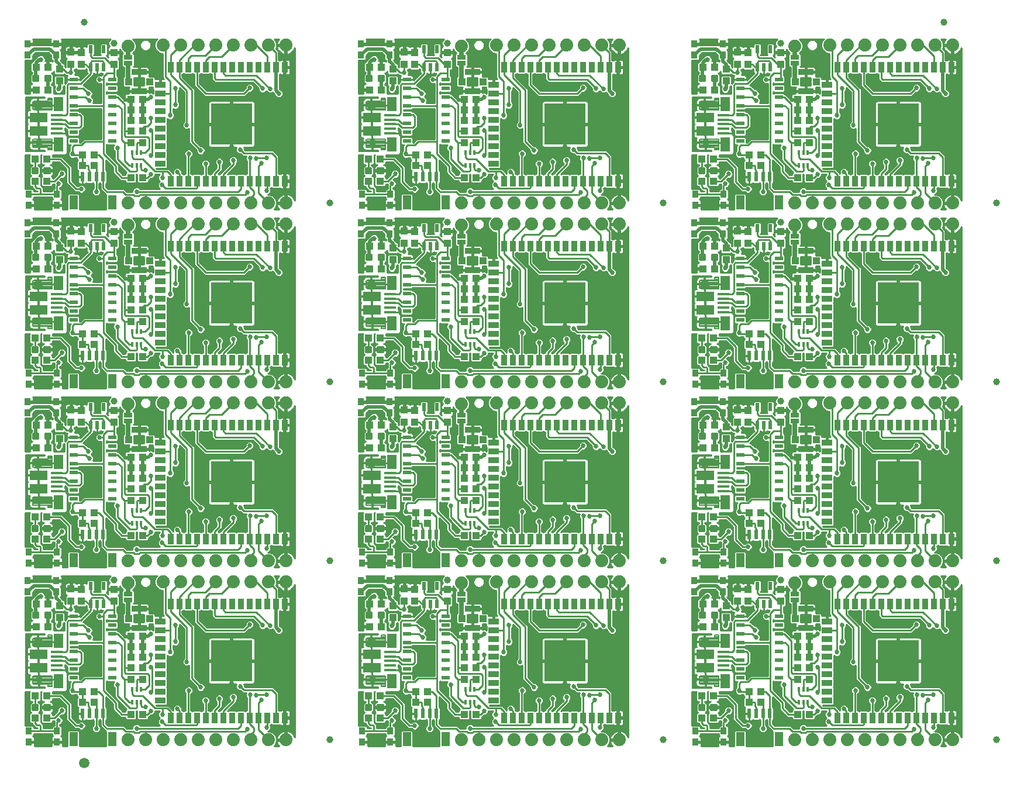
<source format=gtl>
G75*
%MOIN*%
%OFA0B0*%
%FSLAX25Y25*%
%IPPOS*%
%LPD*%
%AMOC8*
5,1,8,0,0,1.08239X$1,22.5*
%
%ADD10R,0.04331X0.03937*%
%ADD11R,0.01181X0.02598*%
%ADD12R,0.03937X0.04331*%
%ADD13R,0.03543X0.05906*%
%ADD14R,0.05906X0.03543*%
%ADD15R,0.23622X0.23622*%
%ADD16R,0.06890X0.01575*%
%ADD17R,0.05748X0.07874*%
%ADD18R,0.09843X0.05610*%
%ADD19C,0.03937*%
%ADD20C,0.04331*%
%ADD21C,0.00800*%
%ADD22R,0.02165X0.04724*%
%ADD23R,0.04724X0.07874*%
%ADD24R,0.02362X0.05315*%
%ADD25R,0.03543X0.03937*%
%ADD26C,0.01181*%
%ADD27R,0.08661X0.03346*%
%ADD28R,0.04134X0.03937*%
%ADD29R,0.04724X0.02362*%
%ADD30C,0.07400*%
%ADD31R,0.05000X0.02500*%
%ADD32C,0.05906*%
%ADD33C,0.01000*%
%ADD34C,0.02700*%
%ADD35C,0.02000*%
%ADD36C,0.02500*%
%ADD37C,0.00600*%
D10*
X0043904Y0046000D03*
X0050596Y0046000D03*
X0050596Y0058500D03*
X0043904Y0058500D03*
X0070904Y0061000D03*
X0077596Y0061000D03*
X0077596Y0055000D03*
X0070904Y0055000D03*
X0098404Y0048000D03*
X0105096Y0048000D03*
X0105096Y0068000D03*
X0098404Y0068000D03*
X0098404Y0074500D03*
X0098404Y0080500D03*
X0098404Y0086500D03*
X0098404Y0092500D03*
X0105096Y0092500D03*
X0105096Y0086500D03*
X0105096Y0080500D03*
X0105096Y0074500D03*
X0051096Y0098000D03*
X0044404Y0098000D03*
X0044404Y0111000D03*
X0051096Y0111000D03*
X0050596Y0148000D03*
X0043904Y0148000D03*
X0043904Y0160500D03*
X0050596Y0160500D03*
X0070904Y0163000D03*
X0077596Y0163000D03*
X0077596Y0157000D03*
X0070904Y0157000D03*
X0098404Y0150000D03*
X0105096Y0150000D03*
X0105096Y0170000D03*
X0098404Y0170000D03*
X0098404Y0176500D03*
X0098404Y0182500D03*
X0098404Y0188500D03*
X0105096Y0188500D03*
X0105096Y0182500D03*
X0105096Y0176500D03*
X0105096Y0194500D03*
X0098404Y0194500D03*
X0051096Y0200000D03*
X0044404Y0200000D03*
X0044404Y0213000D03*
X0051096Y0213000D03*
X0050596Y0250000D03*
X0043904Y0250000D03*
X0043904Y0262500D03*
X0050596Y0262500D03*
X0070904Y0265000D03*
X0077596Y0265000D03*
X0077596Y0259000D03*
X0070904Y0259000D03*
X0098404Y0252000D03*
X0105096Y0252000D03*
X0105096Y0272000D03*
X0098404Y0272000D03*
X0098404Y0278500D03*
X0098404Y0284500D03*
X0098404Y0290500D03*
X0105096Y0290500D03*
X0105096Y0284500D03*
X0105096Y0278500D03*
X0105096Y0296500D03*
X0098404Y0296500D03*
X0051096Y0302000D03*
X0044404Y0302000D03*
X0044404Y0315000D03*
X0051096Y0315000D03*
X0050596Y0352000D03*
X0043904Y0352000D03*
X0043904Y0364500D03*
X0050596Y0364500D03*
X0070904Y0367000D03*
X0077596Y0367000D03*
X0077596Y0361000D03*
X0070904Y0361000D03*
X0098404Y0354000D03*
X0105096Y0354000D03*
X0105096Y0374000D03*
X0098404Y0374000D03*
X0098404Y0380500D03*
X0098404Y0386500D03*
X0098404Y0392500D03*
X0105096Y0392500D03*
X0105096Y0386500D03*
X0105096Y0380500D03*
X0105096Y0398500D03*
X0098404Y0398500D03*
X0051096Y0404000D03*
X0044404Y0404000D03*
X0044404Y0417000D03*
X0051096Y0417000D03*
X0234404Y0417000D03*
X0241096Y0417000D03*
X0241096Y0404000D03*
X0234404Y0404000D03*
X0288404Y0398500D03*
X0295096Y0398500D03*
X0295096Y0392500D03*
X0295096Y0386500D03*
X0295096Y0380500D03*
X0288404Y0380500D03*
X0288404Y0386500D03*
X0288404Y0392500D03*
X0288404Y0374000D03*
X0295096Y0374000D03*
X0295096Y0354000D03*
X0288404Y0354000D03*
X0267596Y0361000D03*
X0260904Y0361000D03*
X0260904Y0367000D03*
X0267596Y0367000D03*
X0240596Y0364500D03*
X0233904Y0364500D03*
X0233904Y0352000D03*
X0240596Y0352000D03*
X0241096Y0315000D03*
X0234404Y0315000D03*
X0234404Y0302000D03*
X0241096Y0302000D03*
X0288404Y0296500D03*
X0295096Y0296500D03*
X0295096Y0290500D03*
X0295096Y0284500D03*
X0295096Y0278500D03*
X0288404Y0278500D03*
X0288404Y0284500D03*
X0288404Y0290500D03*
X0288404Y0272000D03*
X0295096Y0272000D03*
X0295096Y0252000D03*
X0288404Y0252000D03*
X0267596Y0259000D03*
X0260904Y0259000D03*
X0260904Y0265000D03*
X0267596Y0265000D03*
X0240596Y0262500D03*
X0233904Y0262500D03*
X0233904Y0250000D03*
X0240596Y0250000D03*
X0241096Y0213000D03*
X0234404Y0213000D03*
X0234404Y0200000D03*
X0241096Y0200000D03*
X0288404Y0194500D03*
X0295096Y0194500D03*
X0295096Y0188500D03*
X0295096Y0182500D03*
X0295096Y0176500D03*
X0288404Y0176500D03*
X0288404Y0182500D03*
X0288404Y0188500D03*
X0288404Y0170000D03*
X0295096Y0170000D03*
X0295096Y0150000D03*
X0288404Y0150000D03*
X0267596Y0157000D03*
X0260904Y0157000D03*
X0260904Y0163000D03*
X0267596Y0163000D03*
X0240596Y0160500D03*
X0233904Y0160500D03*
X0233904Y0148000D03*
X0240596Y0148000D03*
X0241096Y0111000D03*
X0234404Y0111000D03*
X0234404Y0098000D03*
X0241096Y0098000D03*
X0288404Y0092500D03*
X0288404Y0086500D03*
X0288404Y0080500D03*
X0288404Y0074500D03*
X0295096Y0074500D03*
X0295096Y0080500D03*
X0295096Y0086500D03*
X0295096Y0092500D03*
X0295096Y0068000D03*
X0288404Y0068000D03*
X0267596Y0061000D03*
X0260904Y0061000D03*
X0260904Y0055000D03*
X0267596Y0055000D03*
X0288404Y0048000D03*
X0295096Y0048000D03*
X0240596Y0046000D03*
X0233904Y0046000D03*
X0233904Y0058500D03*
X0240596Y0058500D03*
X0423904Y0058500D03*
X0430596Y0058500D03*
X0430596Y0046000D03*
X0423904Y0046000D03*
X0450904Y0055000D03*
X0457596Y0055000D03*
X0457596Y0061000D03*
X0450904Y0061000D03*
X0478404Y0068000D03*
X0485096Y0068000D03*
X0485096Y0074500D03*
X0485096Y0080500D03*
X0485096Y0086500D03*
X0485096Y0092500D03*
X0478404Y0092500D03*
X0478404Y0086500D03*
X0478404Y0080500D03*
X0478404Y0074500D03*
X0478404Y0048000D03*
X0485096Y0048000D03*
X0431096Y0098000D03*
X0424404Y0098000D03*
X0424404Y0111000D03*
X0431096Y0111000D03*
X0430596Y0148000D03*
X0423904Y0148000D03*
X0423904Y0160500D03*
X0430596Y0160500D03*
X0450904Y0163000D03*
X0457596Y0163000D03*
X0457596Y0157000D03*
X0450904Y0157000D03*
X0478404Y0150000D03*
X0485096Y0150000D03*
X0485096Y0170000D03*
X0478404Y0170000D03*
X0478404Y0176500D03*
X0478404Y0182500D03*
X0478404Y0188500D03*
X0485096Y0188500D03*
X0485096Y0182500D03*
X0485096Y0176500D03*
X0485096Y0194500D03*
X0478404Y0194500D03*
X0431096Y0200000D03*
X0424404Y0200000D03*
X0424404Y0213000D03*
X0431096Y0213000D03*
X0430596Y0250000D03*
X0423904Y0250000D03*
X0423904Y0262500D03*
X0430596Y0262500D03*
X0450904Y0265000D03*
X0457596Y0265000D03*
X0457596Y0259000D03*
X0450904Y0259000D03*
X0478404Y0252000D03*
X0485096Y0252000D03*
X0485096Y0272000D03*
X0478404Y0272000D03*
X0478404Y0278500D03*
X0478404Y0284500D03*
X0478404Y0290500D03*
X0485096Y0290500D03*
X0485096Y0284500D03*
X0485096Y0278500D03*
X0485096Y0296500D03*
X0478404Y0296500D03*
X0431096Y0302000D03*
X0424404Y0302000D03*
X0424404Y0315000D03*
X0431096Y0315000D03*
X0430596Y0352000D03*
X0423904Y0352000D03*
X0423904Y0364500D03*
X0430596Y0364500D03*
X0450904Y0367000D03*
X0457596Y0367000D03*
X0457596Y0361000D03*
X0450904Y0361000D03*
X0478404Y0354000D03*
X0485096Y0354000D03*
X0485096Y0374000D03*
X0478404Y0374000D03*
X0478404Y0380500D03*
X0478404Y0386500D03*
X0478404Y0392500D03*
X0485096Y0392500D03*
X0485096Y0386500D03*
X0485096Y0380500D03*
X0485096Y0398500D03*
X0478404Y0398500D03*
X0431096Y0404000D03*
X0424404Y0404000D03*
X0424404Y0417000D03*
X0431096Y0417000D03*
D11*
X0479191Y0368122D03*
X0481750Y0368122D03*
X0484309Y0368122D03*
X0484309Y0360878D03*
X0481750Y0360878D03*
X0479191Y0360878D03*
X0479191Y0266122D03*
X0481750Y0266122D03*
X0484309Y0266122D03*
X0484309Y0258878D03*
X0481750Y0258878D03*
X0479191Y0258878D03*
X0479191Y0164122D03*
X0481750Y0164122D03*
X0484309Y0164122D03*
X0484309Y0156878D03*
X0481750Y0156878D03*
X0479191Y0156878D03*
X0479191Y0062122D03*
X0481750Y0062122D03*
X0484309Y0062122D03*
X0484309Y0054878D03*
X0481750Y0054878D03*
X0479191Y0054878D03*
X0294309Y0054878D03*
X0291750Y0054878D03*
X0289191Y0054878D03*
X0289191Y0062122D03*
X0291750Y0062122D03*
X0294309Y0062122D03*
X0294309Y0156878D03*
X0291750Y0156878D03*
X0289191Y0156878D03*
X0289191Y0164122D03*
X0291750Y0164122D03*
X0294309Y0164122D03*
X0294309Y0258878D03*
X0291750Y0258878D03*
X0289191Y0258878D03*
X0289191Y0266122D03*
X0291750Y0266122D03*
X0294309Y0266122D03*
X0294309Y0360878D03*
X0291750Y0360878D03*
X0289191Y0360878D03*
X0289191Y0368122D03*
X0291750Y0368122D03*
X0294309Y0368122D03*
X0104309Y0368122D03*
X0101750Y0368122D03*
X0099191Y0368122D03*
X0099191Y0360878D03*
X0101750Y0360878D03*
X0104309Y0360878D03*
X0104309Y0266122D03*
X0101750Y0266122D03*
X0099191Y0266122D03*
X0099191Y0258878D03*
X0101750Y0258878D03*
X0104309Y0258878D03*
X0104309Y0164122D03*
X0101750Y0164122D03*
X0099191Y0164122D03*
X0099191Y0156878D03*
X0101750Y0156878D03*
X0104309Y0156878D03*
X0104309Y0062122D03*
X0101750Y0062122D03*
X0099191Y0062122D03*
X0099191Y0054878D03*
X0101750Y0054878D03*
X0104309Y0054878D03*
D12*
X0057750Y0103154D03*
X0057750Y0109846D03*
X0064250Y0112754D03*
X0070250Y0112654D03*
X0070250Y0119346D03*
X0064250Y0119446D03*
X0088750Y0119346D03*
X0088750Y0112654D03*
X0057750Y0205154D03*
X0057750Y0211846D03*
X0064250Y0214754D03*
X0070250Y0214654D03*
X0070250Y0221346D03*
X0064250Y0221446D03*
X0088750Y0221346D03*
X0088750Y0214654D03*
X0057750Y0307154D03*
X0057750Y0313846D03*
X0064250Y0316754D03*
X0070250Y0316654D03*
X0070250Y0323346D03*
X0064250Y0323446D03*
X0088750Y0323346D03*
X0088750Y0316654D03*
X0057750Y0409154D03*
X0057750Y0415846D03*
X0064250Y0418754D03*
X0070250Y0418654D03*
X0070250Y0425346D03*
X0064250Y0425446D03*
X0088750Y0425346D03*
X0088750Y0418654D03*
X0247750Y0415846D03*
X0247750Y0409154D03*
X0254250Y0418754D03*
X0260250Y0418654D03*
X0260250Y0425346D03*
X0254250Y0425446D03*
X0278750Y0425346D03*
X0278750Y0418654D03*
X0278750Y0323346D03*
X0278750Y0316654D03*
X0260250Y0316654D03*
X0254250Y0316754D03*
X0254250Y0323446D03*
X0260250Y0323346D03*
X0247750Y0313846D03*
X0247750Y0307154D03*
X0254250Y0221446D03*
X0260250Y0221346D03*
X0260250Y0214654D03*
X0254250Y0214754D03*
X0247750Y0211846D03*
X0247750Y0205154D03*
X0278750Y0214654D03*
X0278750Y0221346D03*
X0278750Y0119346D03*
X0278750Y0112654D03*
X0260250Y0112654D03*
X0254250Y0112754D03*
X0254250Y0119446D03*
X0260250Y0119346D03*
X0247750Y0109846D03*
X0247750Y0103154D03*
X0437750Y0103154D03*
X0437750Y0109846D03*
X0444250Y0112754D03*
X0450250Y0112654D03*
X0450250Y0119346D03*
X0444250Y0119446D03*
X0468750Y0119346D03*
X0468750Y0112654D03*
X0437750Y0205154D03*
X0437750Y0211846D03*
X0444250Y0214754D03*
X0450250Y0214654D03*
X0450250Y0221346D03*
X0444250Y0221446D03*
X0468750Y0221346D03*
X0468750Y0214654D03*
X0437750Y0307154D03*
X0437750Y0313846D03*
X0444250Y0316754D03*
X0450250Y0316654D03*
X0450250Y0323346D03*
X0444250Y0323446D03*
X0468750Y0323346D03*
X0468750Y0316654D03*
X0437750Y0409154D03*
X0437750Y0415846D03*
X0444250Y0418754D03*
X0450250Y0418654D03*
X0450250Y0425346D03*
X0444250Y0425446D03*
X0468750Y0425346D03*
X0468750Y0418654D03*
D13*
X0501065Y0416933D03*
X0506065Y0416933D03*
X0511065Y0416933D03*
X0516065Y0416933D03*
X0521065Y0416933D03*
X0526065Y0416933D03*
X0531065Y0416933D03*
X0536065Y0416933D03*
X0541065Y0416933D03*
X0546065Y0416933D03*
X0551065Y0416933D03*
X0556065Y0416933D03*
X0561065Y0416933D03*
X0566065Y0416933D03*
X0566065Y0352067D03*
X0561065Y0352067D03*
X0556065Y0352067D03*
X0551065Y0352067D03*
X0546065Y0352067D03*
X0541065Y0352067D03*
X0536065Y0352067D03*
X0531065Y0352067D03*
X0526065Y0352067D03*
X0521065Y0352067D03*
X0516065Y0352067D03*
X0511065Y0352067D03*
X0506065Y0352067D03*
X0501065Y0352067D03*
X0501065Y0314933D03*
X0506065Y0314933D03*
X0511065Y0314933D03*
X0516065Y0314933D03*
X0521065Y0314933D03*
X0526065Y0314933D03*
X0531065Y0314933D03*
X0536065Y0314933D03*
X0541065Y0314933D03*
X0546065Y0314933D03*
X0551065Y0314933D03*
X0556065Y0314933D03*
X0561065Y0314933D03*
X0566065Y0314933D03*
X0566065Y0250067D03*
X0561065Y0250067D03*
X0556065Y0250067D03*
X0551065Y0250067D03*
X0546065Y0250067D03*
X0541065Y0250067D03*
X0536065Y0250067D03*
X0531065Y0250067D03*
X0526065Y0250067D03*
X0521065Y0250067D03*
X0516065Y0250067D03*
X0511065Y0250067D03*
X0506065Y0250067D03*
X0501065Y0250067D03*
X0501065Y0212933D03*
X0506065Y0212933D03*
X0511065Y0212933D03*
X0516065Y0212933D03*
X0521065Y0212933D03*
X0526065Y0212933D03*
X0531065Y0212933D03*
X0536065Y0212933D03*
X0541065Y0212933D03*
X0546065Y0212933D03*
X0551065Y0212933D03*
X0556065Y0212933D03*
X0561065Y0212933D03*
X0566065Y0212933D03*
X0566065Y0148067D03*
X0561065Y0148067D03*
X0556065Y0148067D03*
X0551065Y0148067D03*
X0546065Y0148067D03*
X0541065Y0148067D03*
X0536065Y0148067D03*
X0531065Y0148067D03*
X0526065Y0148067D03*
X0521065Y0148067D03*
X0516065Y0148067D03*
X0511065Y0148067D03*
X0506065Y0148067D03*
X0501065Y0148067D03*
X0501065Y0110933D03*
X0506065Y0110933D03*
X0511065Y0110933D03*
X0516065Y0110933D03*
X0521065Y0110933D03*
X0526065Y0110933D03*
X0531065Y0110933D03*
X0536065Y0110933D03*
X0541065Y0110933D03*
X0546065Y0110933D03*
X0551065Y0110933D03*
X0556065Y0110933D03*
X0561065Y0110933D03*
X0566065Y0110933D03*
X0566065Y0046067D03*
X0561065Y0046067D03*
X0556065Y0046067D03*
X0551065Y0046067D03*
X0546065Y0046067D03*
X0541065Y0046067D03*
X0536065Y0046067D03*
X0531065Y0046067D03*
X0526065Y0046067D03*
X0521065Y0046067D03*
X0516065Y0046067D03*
X0511065Y0046067D03*
X0506065Y0046067D03*
X0501065Y0046067D03*
X0376065Y0046067D03*
X0371065Y0046067D03*
X0366065Y0046067D03*
X0361065Y0046067D03*
X0356065Y0046067D03*
X0351065Y0046067D03*
X0346065Y0046067D03*
X0341065Y0046067D03*
X0336065Y0046067D03*
X0331065Y0046067D03*
X0326065Y0046067D03*
X0321065Y0046067D03*
X0316065Y0046067D03*
X0311065Y0046067D03*
X0311065Y0110933D03*
X0316065Y0110933D03*
X0321065Y0110933D03*
X0326065Y0110933D03*
X0331065Y0110933D03*
X0336065Y0110933D03*
X0341065Y0110933D03*
X0346065Y0110933D03*
X0351065Y0110933D03*
X0356065Y0110933D03*
X0361065Y0110933D03*
X0366065Y0110933D03*
X0371065Y0110933D03*
X0376065Y0110933D03*
X0376065Y0148067D03*
X0371065Y0148067D03*
X0366065Y0148067D03*
X0361065Y0148067D03*
X0356065Y0148067D03*
X0351065Y0148067D03*
X0346065Y0148067D03*
X0341065Y0148067D03*
X0336065Y0148067D03*
X0331065Y0148067D03*
X0326065Y0148067D03*
X0321065Y0148067D03*
X0316065Y0148067D03*
X0311065Y0148067D03*
X0311065Y0212933D03*
X0316065Y0212933D03*
X0321065Y0212933D03*
X0326065Y0212933D03*
X0331065Y0212933D03*
X0336065Y0212933D03*
X0341065Y0212933D03*
X0346065Y0212933D03*
X0351065Y0212933D03*
X0356065Y0212933D03*
X0361065Y0212933D03*
X0366065Y0212933D03*
X0371065Y0212933D03*
X0376065Y0212933D03*
X0376065Y0250067D03*
X0371065Y0250067D03*
X0366065Y0250067D03*
X0361065Y0250067D03*
X0356065Y0250067D03*
X0351065Y0250067D03*
X0346065Y0250067D03*
X0341065Y0250067D03*
X0336065Y0250067D03*
X0331065Y0250067D03*
X0326065Y0250067D03*
X0321065Y0250067D03*
X0316065Y0250067D03*
X0311065Y0250067D03*
X0311065Y0314933D03*
X0316065Y0314933D03*
X0321065Y0314933D03*
X0326065Y0314933D03*
X0331065Y0314933D03*
X0336065Y0314933D03*
X0341065Y0314933D03*
X0346065Y0314933D03*
X0351065Y0314933D03*
X0356065Y0314933D03*
X0361065Y0314933D03*
X0366065Y0314933D03*
X0371065Y0314933D03*
X0376065Y0314933D03*
X0376065Y0352067D03*
X0371065Y0352067D03*
X0366065Y0352067D03*
X0361065Y0352067D03*
X0356065Y0352067D03*
X0351065Y0352067D03*
X0346065Y0352067D03*
X0341065Y0352067D03*
X0336065Y0352067D03*
X0331065Y0352067D03*
X0326065Y0352067D03*
X0321065Y0352067D03*
X0316065Y0352067D03*
X0311065Y0352067D03*
X0311065Y0416933D03*
X0316065Y0416933D03*
X0321065Y0416933D03*
X0326065Y0416933D03*
X0331065Y0416933D03*
X0336065Y0416933D03*
X0341065Y0416933D03*
X0346065Y0416933D03*
X0351065Y0416933D03*
X0356065Y0416933D03*
X0361065Y0416933D03*
X0366065Y0416933D03*
X0371065Y0416933D03*
X0376065Y0416933D03*
X0186065Y0416933D03*
X0181065Y0416933D03*
X0176065Y0416933D03*
X0171065Y0416933D03*
X0166065Y0416933D03*
X0161065Y0416933D03*
X0156065Y0416933D03*
X0151065Y0416933D03*
X0146065Y0416933D03*
X0141065Y0416933D03*
X0136065Y0416933D03*
X0131065Y0416933D03*
X0126065Y0416933D03*
X0121065Y0416933D03*
X0121065Y0352067D03*
X0126065Y0352067D03*
X0131065Y0352067D03*
X0136065Y0352067D03*
X0141065Y0352067D03*
X0146065Y0352067D03*
X0151065Y0352067D03*
X0156065Y0352067D03*
X0161065Y0352067D03*
X0166065Y0352067D03*
X0171065Y0352067D03*
X0176065Y0352067D03*
X0181065Y0352067D03*
X0186065Y0352067D03*
X0186065Y0314933D03*
X0181065Y0314933D03*
X0176065Y0314933D03*
X0171065Y0314933D03*
X0166065Y0314933D03*
X0161065Y0314933D03*
X0156065Y0314933D03*
X0151065Y0314933D03*
X0146065Y0314933D03*
X0141065Y0314933D03*
X0136065Y0314933D03*
X0131065Y0314933D03*
X0126065Y0314933D03*
X0121065Y0314933D03*
X0121065Y0250067D03*
X0126065Y0250067D03*
X0131065Y0250067D03*
X0136065Y0250067D03*
X0141065Y0250067D03*
X0146065Y0250067D03*
X0151065Y0250067D03*
X0156065Y0250067D03*
X0161065Y0250067D03*
X0166065Y0250067D03*
X0171065Y0250067D03*
X0176065Y0250067D03*
X0181065Y0250067D03*
X0186065Y0250067D03*
X0186065Y0212933D03*
X0181065Y0212933D03*
X0176065Y0212933D03*
X0171065Y0212933D03*
X0166065Y0212933D03*
X0161065Y0212933D03*
X0156065Y0212933D03*
X0151065Y0212933D03*
X0146065Y0212933D03*
X0141065Y0212933D03*
X0136065Y0212933D03*
X0131065Y0212933D03*
X0126065Y0212933D03*
X0121065Y0212933D03*
X0121065Y0148067D03*
X0126065Y0148067D03*
X0131065Y0148067D03*
X0136065Y0148067D03*
X0141065Y0148067D03*
X0146065Y0148067D03*
X0151065Y0148067D03*
X0156065Y0148067D03*
X0161065Y0148067D03*
X0166065Y0148067D03*
X0171065Y0148067D03*
X0176065Y0148067D03*
X0181065Y0148067D03*
X0186065Y0148067D03*
X0186065Y0110933D03*
X0181065Y0110933D03*
X0176065Y0110933D03*
X0171065Y0110933D03*
X0166065Y0110933D03*
X0161065Y0110933D03*
X0156065Y0110933D03*
X0151065Y0110933D03*
X0146065Y0110933D03*
X0141065Y0110933D03*
X0136065Y0110933D03*
X0131065Y0110933D03*
X0126065Y0110933D03*
X0121065Y0110933D03*
X0121065Y0046067D03*
X0126065Y0046067D03*
X0131065Y0046067D03*
X0136065Y0046067D03*
X0141065Y0046067D03*
X0146065Y0046067D03*
X0151065Y0046067D03*
X0156065Y0046067D03*
X0161065Y0046067D03*
X0166065Y0046067D03*
X0171065Y0046067D03*
X0176065Y0046067D03*
X0181065Y0046067D03*
X0186065Y0046067D03*
D14*
X0115199Y0056000D03*
X0115199Y0061000D03*
X0115199Y0066000D03*
X0115199Y0071000D03*
X0115199Y0076000D03*
X0115199Y0081000D03*
X0115199Y0086000D03*
X0115199Y0091000D03*
X0115199Y0096000D03*
X0115199Y0101000D03*
X0115199Y0158000D03*
X0115199Y0163000D03*
X0115199Y0168000D03*
X0115199Y0173000D03*
X0115199Y0178000D03*
X0115199Y0183000D03*
X0115199Y0188000D03*
X0115199Y0193000D03*
X0115199Y0198000D03*
X0115199Y0203000D03*
X0115199Y0260000D03*
X0115199Y0265000D03*
X0115199Y0270000D03*
X0115199Y0275000D03*
X0115199Y0280000D03*
X0115199Y0285000D03*
X0115199Y0290000D03*
X0115199Y0295000D03*
X0115199Y0300000D03*
X0115199Y0305000D03*
X0115199Y0362000D03*
X0115199Y0367000D03*
X0115199Y0372000D03*
X0115199Y0377000D03*
X0115199Y0382000D03*
X0115199Y0387000D03*
X0115199Y0392000D03*
X0115199Y0397000D03*
X0115199Y0402000D03*
X0115199Y0407000D03*
X0305199Y0407000D03*
X0305199Y0402000D03*
X0305199Y0397000D03*
X0305199Y0392000D03*
X0305199Y0387000D03*
X0305199Y0382000D03*
X0305199Y0377000D03*
X0305199Y0372000D03*
X0305199Y0367000D03*
X0305199Y0362000D03*
X0305199Y0305000D03*
X0305199Y0300000D03*
X0305199Y0295000D03*
X0305199Y0290000D03*
X0305199Y0285000D03*
X0305199Y0280000D03*
X0305199Y0275000D03*
X0305199Y0270000D03*
X0305199Y0265000D03*
X0305199Y0260000D03*
X0305199Y0203000D03*
X0305199Y0198000D03*
X0305199Y0193000D03*
X0305199Y0188000D03*
X0305199Y0183000D03*
X0305199Y0178000D03*
X0305199Y0173000D03*
X0305199Y0168000D03*
X0305199Y0163000D03*
X0305199Y0158000D03*
X0305199Y0101000D03*
X0305199Y0096000D03*
X0305199Y0091000D03*
X0305199Y0086000D03*
X0305199Y0081000D03*
X0305199Y0076000D03*
X0305199Y0071000D03*
X0305199Y0066000D03*
X0305199Y0061000D03*
X0305199Y0056000D03*
X0495199Y0056000D03*
X0495199Y0061000D03*
X0495199Y0066000D03*
X0495199Y0071000D03*
X0495199Y0076000D03*
X0495199Y0081000D03*
X0495199Y0086000D03*
X0495199Y0091000D03*
X0495199Y0096000D03*
X0495199Y0101000D03*
X0495199Y0158000D03*
X0495199Y0163000D03*
X0495199Y0168000D03*
X0495199Y0173000D03*
X0495199Y0178000D03*
X0495199Y0183000D03*
X0495199Y0188000D03*
X0495199Y0193000D03*
X0495199Y0198000D03*
X0495199Y0203000D03*
X0495199Y0260000D03*
X0495199Y0265000D03*
X0495199Y0270000D03*
X0495199Y0275000D03*
X0495199Y0280000D03*
X0495199Y0285000D03*
X0495199Y0290000D03*
X0495199Y0295000D03*
X0495199Y0300000D03*
X0495199Y0305000D03*
X0495199Y0362000D03*
X0495199Y0367000D03*
X0495199Y0372000D03*
X0495199Y0377000D03*
X0495199Y0382000D03*
X0495199Y0387000D03*
X0495199Y0392000D03*
X0495199Y0397000D03*
X0495199Y0402000D03*
X0495199Y0407000D03*
D15*
X0535750Y0384500D03*
X0535750Y0282500D03*
X0535750Y0180500D03*
X0535750Y0078500D03*
X0345750Y0078500D03*
X0345750Y0180500D03*
X0345750Y0282500D03*
X0345750Y0384500D03*
X0155750Y0384500D03*
X0155750Y0282500D03*
X0155750Y0180500D03*
X0155750Y0078500D03*
D16*
X0246250Y0078500D03*
X0246250Y0075941D03*
X0246250Y0073382D03*
X0246250Y0081059D03*
X0246250Y0083618D03*
X0246250Y0175382D03*
X0246250Y0177941D03*
X0246250Y0180500D03*
X0246250Y0183059D03*
X0246250Y0185618D03*
X0246250Y0277382D03*
X0246250Y0279941D03*
X0246250Y0282500D03*
X0246250Y0285059D03*
X0246250Y0287618D03*
X0246250Y0379382D03*
X0246250Y0381941D03*
X0246250Y0384500D03*
X0246250Y0387059D03*
X0246250Y0389618D03*
X0056250Y0389618D03*
X0056250Y0387059D03*
X0056250Y0384500D03*
X0056250Y0381941D03*
X0056250Y0379382D03*
X0056250Y0287618D03*
X0056250Y0285059D03*
X0056250Y0282500D03*
X0056250Y0279941D03*
X0056250Y0277382D03*
X0056250Y0185618D03*
X0056250Y0183059D03*
X0056250Y0180500D03*
X0056250Y0177941D03*
X0056250Y0175382D03*
X0056250Y0083618D03*
X0056250Y0081059D03*
X0056250Y0078500D03*
X0056250Y0075941D03*
X0056250Y0073382D03*
X0436250Y0073382D03*
X0436250Y0075941D03*
X0436250Y0078500D03*
X0436250Y0081059D03*
X0436250Y0083618D03*
X0436250Y0175382D03*
X0436250Y0177941D03*
X0436250Y0180500D03*
X0436250Y0183059D03*
X0436250Y0185618D03*
X0436250Y0277382D03*
X0436250Y0279941D03*
X0436250Y0282500D03*
X0436250Y0285059D03*
X0436250Y0287618D03*
X0436250Y0379382D03*
X0436250Y0381941D03*
X0436250Y0384500D03*
X0436250Y0387059D03*
X0436250Y0389618D03*
D17*
X0437333Y0395917D03*
X0437333Y0373083D03*
X0437333Y0293917D03*
X0437333Y0271083D03*
X0437333Y0191917D03*
X0437333Y0169083D03*
X0437333Y0089917D03*
X0437333Y0067083D03*
X0247333Y0067083D03*
X0247333Y0089917D03*
X0247333Y0169083D03*
X0247333Y0191917D03*
X0247333Y0271083D03*
X0247333Y0293917D03*
X0247333Y0373083D03*
X0247333Y0395917D03*
X0057333Y0395917D03*
X0057333Y0373083D03*
X0057333Y0293917D03*
X0057333Y0271083D03*
X0057333Y0191917D03*
X0057333Y0169083D03*
X0057333Y0089917D03*
X0057333Y0067083D03*
D18*
X0045719Y0074711D03*
X0045719Y0082289D03*
X0045719Y0176711D03*
X0045719Y0184289D03*
X0045719Y0278711D03*
X0045719Y0286289D03*
X0045719Y0380711D03*
X0045719Y0388289D03*
X0235719Y0388289D03*
X0235719Y0380711D03*
X0235719Y0286289D03*
X0235719Y0278711D03*
X0235719Y0184289D03*
X0235719Y0176711D03*
X0235719Y0082289D03*
X0235719Y0074711D03*
X0425719Y0074711D03*
X0425719Y0082289D03*
X0425719Y0176711D03*
X0425719Y0184289D03*
X0425719Y0278711D03*
X0425719Y0286289D03*
X0425719Y0380711D03*
X0425719Y0388289D03*
D19*
X0426112Y0373870D03*
X0401750Y0339500D03*
X0468750Y0328500D03*
X0426112Y0271870D03*
X0401750Y0237500D03*
X0468750Y0226500D03*
X0426112Y0169870D03*
X0401750Y0135500D03*
X0468750Y0124500D03*
X0426112Y0067870D03*
X0401750Y0033500D03*
X0278750Y0124500D03*
X0236112Y0169870D03*
X0211750Y0135500D03*
X0236112Y0067870D03*
X0211750Y0033500D03*
X0088750Y0124500D03*
X0046112Y0169870D03*
X0088750Y0226500D03*
X0046112Y0271870D03*
X0088750Y0328500D03*
X0046112Y0373870D03*
X0088750Y0430500D03*
X0071750Y0442750D03*
X0211750Y0339500D03*
X0236112Y0373870D03*
X0278750Y0328500D03*
X0236112Y0271870D03*
X0211750Y0237500D03*
X0278750Y0226500D03*
X0046112Y0067870D03*
X0591750Y0033500D03*
X0591750Y0135500D03*
X0591750Y0237500D03*
X0591750Y0339500D03*
X0468750Y0430500D03*
X0561750Y0442750D03*
X0278750Y0430500D03*
D20*
X0236286Y0395254D02*
X0234710Y0395254D01*
X0234710Y0395254D01*
X0236286Y0395254D01*
X0236286Y0395254D01*
X0236286Y0293254D02*
X0234710Y0293254D01*
X0234710Y0293254D01*
X0236286Y0293254D01*
X0236286Y0293254D01*
X0236286Y0191254D02*
X0234710Y0191254D01*
X0234710Y0191254D01*
X0236286Y0191254D01*
X0236286Y0191254D01*
X0236286Y0089254D02*
X0234710Y0089254D01*
X0234710Y0089254D01*
X0236286Y0089254D01*
X0236286Y0089254D01*
X0424710Y0089254D02*
X0426286Y0089254D01*
X0424710Y0089254D02*
X0424710Y0089254D01*
X0426286Y0089254D01*
X0426286Y0089254D01*
X0426286Y0191254D02*
X0424710Y0191254D01*
X0424710Y0191254D01*
X0426286Y0191254D01*
X0426286Y0191254D01*
X0426286Y0293254D02*
X0424710Y0293254D01*
X0424710Y0293254D01*
X0426286Y0293254D01*
X0426286Y0293254D01*
X0426286Y0395254D02*
X0424710Y0395254D01*
X0424710Y0395254D01*
X0426286Y0395254D01*
X0426286Y0395254D01*
X0046286Y0395254D02*
X0044710Y0395254D01*
X0044710Y0395254D01*
X0046286Y0395254D01*
X0046286Y0395254D01*
X0046286Y0293254D02*
X0044710Y0293254D01*
X0044710Y0293254D01*
X0046286Y0293254D01*
X0046286Y0293254D01*
X0046286Y0191254D02*
X0044710Y0191254D01*
X0044710Y0191254D01*
X0046286Y0191254D01*
X0046286Y0191254D01*
X0046286Y0089254D02*
X0044710Y0089254D01*
X0044710Y0089254D01*
X0046286Y0089254D01*
X0046286Y0089254D01*
D21*
X0043593Y0091689D02*
X0043291Y0091606D01*
X0043016Y0091459D01*
X0042781Y0091253D01*
X0042597Y0091001D01*
X0042474Y0090714D01*
X0042417Y0090407D01*
X0042431Y0090094D01*
X0042431Y0087732D01*
X0042487Y0087465D01*
X0042610Y0087221D01*
X0042792Y0087018D01*
X0043021Y0086868D01*
X0043280Y0086783D01*
X0043553Y0086768D01*
X0053553Y0086748D01*
X0053553Y0093165D01*
X0051033Y0093185D01*
X0051033Y0091709D01*
X0043593Y0091689D01*
X0043247Y0091582D02*
X0053553Y0091582D01*
X0053553Y0090784D02*
X0042504Y0090784D01*
X0042431Y0089985D02*
X0053553Y0089985D01*
X0053553Y0089187D02*
X0042431Y0089187D01*
X0042431Y0088388D02*
X0053553Y0088388D01*
X0053553Y0087590D02*
X0042461Y0087590D01*
X0043255Y0086791D02*
X0053553Y0086791D01*
X0053553Y0092381D02*
X0051033Y0092381D01*
X0051033Y0093179D02*
X0051753Y0093179D01*
X0053553Y0070087D02*
X0043278Y0070087D01*
X0043072Y0070063D01*
X0042879Y0069987D01*
X0042713Y0069864D01*
X0042584Y0069702D01*
X0042501Y0069512D01*
X0042470Y0069307D01*
X0042372Y0065902D01*
X0042385Y0065741D01*
X0042447Y0065593D01*
X0042551Y0065471D01*
X0042688Y0065388D01*
X0042844Y0065350D01*
X0051053Y0065350D01*
X0051053Y0063862D01*
X0053553Y0063862D01*
X0053553Y0070087D01*
X0053553Y0070023D02*
X0042969Y0070023D01*
X0042468Y0069224D02*
X0053553Y0069224D01*
X0053553Y0068426D02*
X0042445Y0068426D01*
X0042422Y0067627D02*
X0053553Y0067627D01*
X0053553Y0066829D02*
X0042399Y0066829D01*
X0042376Y0066030D02*
X0053553Y0066030D01*
X0053553Y0065232D02*
X0051053Y0065232D01*
X0051053Y0064433D02*
X0053553Y0064433D01*
X0053553Y0165862D02*
X0053553Y0172087D01*
X0043278Y0172087D01*
X0043072Y0172063D01*
X0042879Y0171987D01*
X0042713Y0171864D01*
X0042584Y0171702D01*
X0042501Y0171512D01*
X0042470Y0171307D01*
X0042372Y0167902D01*
X0042385Y0167741D01*
X0042447Y0167593D01*
X0042551Y0167471D01*
X0042688Y0167388D01*
X0042844Y0167350D01*
X0051053Y0167350D01*
X0051053Y0165862D01*
X0053553Y0165862D01*
X0053553Y0166642D02*
X0051053Y0166642D01*
X0053553Y0167441D02*
X0042601Y0167441D01*
X0042382Y0168239D02*
X0053553Y0168239D01*
X0053553Y0169038D02*
X0042405Y0169038D01*
X0042428Y0169837D02*
X0053553Y0169837D01*
X0053553Y0170635D02*
X0042451Y0170635D01*
X0042489Y0171434D02*
X0053553Y0171434D01*
X0053553Y0188748D02*
X0043553Y0188768D01*
X0043280Y0188783D01*
X0043021Y0188868D01*
X0042792Y0189018D01*
X0042610Y0189221D01*
X0042487Y0189465D01*
X0042431Y0189732D01*
X0042431Y0192094D01*
X0042417Y0192407D01*
X0042474Y0192714D01*
X0042597Y0193001D01*
X0042781Y0193253D01*
X0043016Y0193459D01*
X0043291Y0193606D01*
X0043593Y0193689D01*
X0051033Y0193709D01*
X0051033Y0195185D01*
X0053553Y0195165D01*
X0053553Y0188748D01*
X0053553Y0189001D02*
X0042818Y0189001D01*
X0042431Y0189799D02*
X0053553Y0189799D01*
X0053553Y0190598D02*
X0042431Y0190598D01*
X0042431Y0191396D02*
X0053553Y0191396D01*
X0053553Y0192195D02*
X0042427Y0192195D01*
X0042593Y0192993D02*
X0053553Y0192993D01*
X0053553Y0193792D02*
X0051033Y0193792D01*
X0051033Y0194590D02*
X0053553Y0194590D01*
X0053553Y0267862D02*
X0053553Y0274087D01*
X0043278Y0274087D01*
X0043072Y0274063D01*
X0042879Y0273987D01*
X0042713Y0273864D01*
X0042584Y0273702D01*
X0042501Y0273512D01*
X0042470Y0273307D01*
X0042372Y0269902D01*
X0042385Y0269741D01*
X0042447Y0269593D01*
X0042551Y0269471D01*
X0042688Y0269388D01*
X0042844Y0269350D01*
X0051053Y0269350D01*
X0051053Y0267862D01*
X0053553Y0267862D01*
X0053553Y0268053D02*
X0051053Y0268053D01*
X0051053Y0268852D02*
X0053553Y0268852D01*
X0053553Y0269650D02*
X0042423Y0269650D01*
X0042388Y0270449D02*
X0053553Y0270449D01*
X0053553Y0271247D02*
X0042411Y0271247D01*
X0042434Y0272046D02*
X0053553Y0272046D01*
X0053553Y0272844D02*
X0042457Y0272844D01*
X0042558Y0273643D02*
X0053553Y0273643D01*
X0053553Y0290748D02*
X0043553Y0290768D01*
X0043280Y0290783D01*
X0043021Y0290868D01*
X0042792Y0291018D01*
X0042610Y0291221D01*
X0042487Y0291465D01*
X0042431Y0291732D01*
X0042431Y0294094D01*
X0042417Y0294407D01*
X0042474Y0294714D01*
X0042597Y0295001D01*
X0042781Y0295253D01*
X0043016Y0295459D01*
X0043291Y0295606D01*
X0043593Y0295689D01*
X0051033Y0295709D01*
X0051033Y0297185D01*
X0053553Y0297165D01*
X0053553Y0290748D01*
X0053553Y0291210D02*
X0042620Y0291210D01*
X0042431Y0292009D02*
X0053553Y0292009D01*
X0053553Y0292807D02*
X0042431Y0292807D01*
X0042431Y0293606D02*
X0053553Y0293606D01*
X0053553Y0294404D02*
X0042418Y0294404D01*
X0042744Y0295203D02*
X0053553Y0295203D01*
X0053553Y0296001D02*
X0051033Y0296001D01*
X0051033Y0296800D02*
X0053553Y0296800D01*
X0053553Y0369862D02*
X0053553Y0376087D01*
X0043278Y0376087D01*
X0043072Y0376063D01*
X0042879Y0375987D01*
X0042713Y0375864D01*
X0042584Y0375702D01*
X0042501Y0375512D01*
X0042470Y0375307D01*
X0042372Y0371902D01*
X0042385Y0371741D01*
X0042447Y0371593D01*
X0042551Y0371471D01*
X0042688Y0371388D01*
X0042844Y0371350D01*
X0051053Y0371350D01*
X0051053Y0369862D01*
X0053553Y0369862D01*
X0053553Y0370263D02*
X0051053Y0370263D01*
X0051053Y0371061D02*
X0053553Y0371061D01*
X0053553Y0371860D02*
X0042375Y0371860D01*
X0042394Y0372658D02*
X0053553Y0372658D01*
X0053553Y0373457D02*
X0042417Y0373457D01*
X0042440Y0374255D02*
X0053553Y0374255D01*
X0053553Y0375054D02*
X0042463Y0375054D01*
X0042703Y0375852D02*
X0053553Y0375852D01*
X0053553Y0392748D02*
X0043553Y0392768D01*
X0043280Y0392783D01*
X0043021Y0392868D01*
X0042792Y0393018D01*
X0042610Y0393221D01*
X0042487Y0393465D01*
X0042431Y0393732D01*
X0042431Y0396094D01*
X0042417Y0396407D01*
X0042474Y0396714D01*
X0042597Y0397001D01*
X0042781Y0397253D01*
X0043016Y0397459D01*
X0043291Y0397606D01*
X0043593Y0397689D01*
X0051033Y0397709D01*
X0051033Y0399185D01*
X0053553Y0399165D01*
X0053553Y0392748D01*
X0053553Y0393420D02*
X0042510Y0393420D01*
X0042431Y0394218D02*
X0053553Y0394218D01*
X0053553Y0395017D02*
X0042431Y0395017D01*
X0042431Y0395815D02*
X0053553Y0395815D01*
X0053553Y0396614D02*
X0042455Y0396614D01*
X0042963Y0397412D02*
X0053553Y0397412D01*
X0053553Y0398211D02*
X0051033Y0398211D01*
X0051033Y0399009D02*
X0053553Y0399009D01*
X0232417Y0396407D02*
X0232431Y0396094D01*
X0232431Y0393732D01*
X0232487Y0393465D01*
X0232610Y0393221D01*
X0232792Y0393018D01*
X0233021Y0392868D01*
X0233280Y0392783D01*
X0233553Y0392768D01*
X0243553Y0392748D01*
X0243553Y0399165D01*
X0241033Y0399185D01*
X0241033Y0397709D01*
X0233593Y0397689D01*
X0233291Y0397606D01*
X0233016Y0397459D01*
X0232781Y0397253D01*
X0232597Y0397001D01*
X0232474Y0396714D01*
X0232417Y0396407D01*
X0232455Y0396614D02*
X0243553Y0396614D01*
X0243553Y0397412D02*
X0232963Y0397412D01*
X0232431Y0395815D02*
X0243553Y0395815D01*
X0243553Y0395017D02*
X0232431Y0395017D01*
X0232431Y0394218D02*
X0243553Y0394218D01*
X0243553Y0393420D02*
X0232510Y0393420D01*
X0241033Y0398211D02*
X0243553Y0398211D01*
X0243553Y0399009D02*
X0241033Y0399009D01*
X0243553Y0376087D02*
X0233278Y0376087D01*
X0233072Y0376063D01*
X0232879Y0375987D01*
X0232713Y0375864D01*
X0232584Y0375702D01*
X0232501Y0375512D01*
X0232470Y0375307D01*
X0232372Y0371902D01*
X0232385Y0371741D01*
X0232447Y0371593D01*
X0232551Y0371471D01*
X0232688Y0371388D01*
X0232844Y0371350D01*
X0241053Y0371350D01*
X0241053Y0369862D01*
X0243553Y0369862D01*
X0243553Y0376087D01*
X0243553Y0375852D02*
X0232703Y0375852D01*
X0232463Y0375054D02*
X0243553Y0375054D01*
X0243553Y0374255D02*
X0232440Y0374255D01*
X0232417Y0373457D02*
X0243553Y0373457D01*
X0243553Y0372658D02*
X0232394Y0372658D01*
X0232375Y0371860D02*
X0243553Y0371860D01*
X0243553Y0371061D02*
X0241053Y0371061D01*
X0241053Y0370263D02*
X0243553Y0370263D01*
X0243553Y0297165D02*
X0243553Y0290748D01*
X0233553Y0290768D01*
X0233280Y0290783D01*
X0233021Y0290868D01*
X0232792Y0291018D01*
X0232610Y0291221D01*
X0232487Y0291465D01*
X0232431Y0291732D01*
X0232431Y0294094D01*
X0232417Y0294407D01*
X0232474Y0294714D01*
X0232597Y0295001D01*
X0232781Y0295253D01*
X0233016Y0295459D01*
X0233291Y0295606D01*
X0233593Y0295689D01*
X0241033Y0295709D01*
X0241033Y0297185D01*
X0243553Y0297165D01*
X0243553Y0296800D02*
X0241033Y0296800D01*
X0241033Y0296001D02*
X0243553Y0296001D01*
X0243553Y0295203D02*
X0232744Y0295203D01*
X0232418Y0294404D02*
X0243553Y0294404D01*
X0243553Y0293606D02*
X0232431Y0293606D01*
X0232431Y0292807D02*
X0243553Y0292807D01*
X0243553Y0292009D02*
X0232431Y0292009D01*
X0232620Y0291210D02*
X0243553Y0291210D01*
X0243553Y0274087D02*
X0233278Y0274087D01*
X0233072Y0274063D01*
X0232879Y0273987D01*
X0232713Y0273864D01*
X0232584Y0273702D01*
X0232501Y0273512D01*
X0232470Y0273307D01*
X0232372Y0269902D01*
X0232385Y0269741D01*
X0232447Y0269593D01*
X0232551Y0269471D01*
X0232688Y0269388D01*
X0232844Y0269350D01*
X0241053Y0269350D01*
X0241053Y0267862D01*
X0243553Y0267862D01*
X0243553Y0274087D01*
X0243553Y0273643D02*
X0232558Y0273643D01*
X0232457Y0272844D02*
X0243553Y0272844D01*
X0243553Y0272046D02*
X0232434Y0272046D01*
X0232411Y0271247D02*
X0243553Y0271247D01*
X0243553Y0270449D02*
X0232388Y0270449D01*
X0232423Y0269650D02*
X0243553Y0269650D01*
X0243553Y0268852D02*
X0241053Y0268852D01*
X0241053Y0268053D02*
X0243553Y0268053D01*
X0243553Y0195165D02*
X0243553Y0188748D01*
X0233553Y0188768D01*
X0233280Y0188783D01*
X0233021Y0188868D01*
X0232792Y0189018D01*
X0232610Y0189221D01*
X0232487Y0189465D01*
X0232431Y0189732D01*
X0232431Y0192094D01*
X0232417Y0192407D01*
X0232474Y0192714D01*
X0232597Y0193001D01*
X0232781Y0193253D01*
X0233016Y0193459D01*
X0233291Y0193606D01*
X0233593Y0193689D01*
X0241033Y0193709D01*
X0241033Y0195185D01*
X0243553Y0195165D01*
X0243553Y0194590D02*
X0241033Y0194590D01*
X0241033Y0193792D02*
X0243553Y0193792D01*
X0243553Y0192993D02*
X0232593Y0192993D01*
X0232427Y0192195D02*
X0243553Y0192195D01*
X0243553Y0191396D02*
X0232431Y0191396D01*
X0232431Y0190598D02*
X0243553Y0190598D01*
X0243553Y0189799D02*
X0232431Y0189799D01*
X0232818Y0189001D02*
X0243553Y0189001D01*
X0243553Y0172087D02*
X0233278Y0172087D01*
X0233072Y0172063D01*
X0232879Y0171987D01*
X0232713Y0171864D01*
X0232584Y0171702D01*
X0232501Y0171512D01*
X0232470Y0171307D01*
X0232372Y0167902D01*
X0232385Y0167741D01*
X0232447Y0167593D01*
X0232551Y0167471D01*
X0232688Y0167388D01*
X0232844Y0167350D01*
X0241053Y0167350D01*
X0241053Y0165862D01*
X0243553Y0165862D01*
X0243553Y0172087D01*
X0243553Y0171434D02*
X0232489Y0171434D01*
X0232451Y0170635D02*
X0243553Y0170635D01*
X0243553Y0169837D02*
X0232428Y0169837D01*
X0232405Y0169038D02*
X0243553Y0169038D01*
X0243553Y0168239D02*
X0232382Y0168239D01*
X0232601Y0167441D02*
X0243553Y0167441D01*
X0243553Y0166642D02*
X0241053Y0166642D01*
X0241033Y0093185D02*
X0241033Y0091709D01*
X0233593Y0091689D01*
X0233291Y0091606D01*
X0233016Y0091459D01*
X0232781Y0091253D01*
X0232597Y0091001D01*
X0232474Y0090714D01*
X0232417Y0090407D01*
X0232431Y0090094D01*
X0232431Y0087732D01*
X0232487Y0087465D01*
X0232610Y0087221D01*
X0232792Y0087018D01*
X0233021Y0086868D01*
X0233280Y0086783D01*
X0233553Y0086768D01*
X0243553Y0086748D01*
X0243553Y0093165D01*
X0241033Y0093185D01*
X0241033Y0093179D02*
X0241753Y0093179D01*
X0241033Y0092381D02*
X0243553Y0092381D01*
X0243553Y0091582D02*
X0233247Y0091582D01*
X0232504Y0090784D02*
X0243553Y0090784D01*
X0243553Y0089985D02*
X0232431Y0089985D01*
X0232431Y0089187D02*
X0243553Y0089187D01*
X0243553Y0088388D02*
X0232431Y0088388D01*
X0232461Y0087590D02*
X0243553Y0087590D01*
X0243553Y0086791D02*
X0233255Y0086791D01*
X0233278Y0070087D02*
X0243553Y0070087D01*
X0243553Y0063862D01*
X0241053Y0063862D01*
X0241053Y0065350D01*
X0232844Y0065350D01*
X0232688Y0065388D01*
X0232551Y0065471D01*
X0232447Y0065593D01*
X0232385Y0065741D01*
X0232372Y0065902D01*
X0232470Y0069307D01*
X0232501Y0069512D01*
X0232584Y0069702D01*
X0232713Y0069864D01*
X0232879Y0069987D01*
X0233072Y0070063D01*
X0233278Y0070087D01*
X0232969Y0070023D02*
X0243553Y0070023D01*
X0243553Y0069224D02*
X0232468Y0069224D01*
X0232445Y0068426D02*
X0243553Y0068426D01*
X0243553Y0067627D02*
X0232422Y0067627D01*
X0232399Y0066829D02*
X0243553Y0066829D01*
X0243553Y0066030D02*
X0232376Y0066030D01*
X0241053Y0065232D02*
X0243553Y0065232D01*
X0243553Y0064433D02*
X0241053Y0064433D01*
X0422372Y0065902D02*
X0422470Y0069307D01*
X0422501Y0069512D01*
X0422584Y0069702D01*
X0422713Y0069864D01*
X0422879Y0069987D01*
X0423072Y0070063D01*
X0423278Y0070087D01*
X0433553Y0070087D01*
X0433553Y0063862D01*
X0431053Y0063862D01*
X0431053Y0065350D01*
X0422844Y0065350D01*
X0422688Y0065388D01*
X0422551Y0065471D01*
X0422447Y0065593D01*
X0422385Y0065741D01*
X0422372Y0065902D01*
X0422376Y0066030D02*
X0433553Y0066030D01*
X0433553Y0065232D02*
X0431053Y0065232D01*
X0431053Y0064433D02*
X0433553Y0064433D01*
X0433553Y0066829D02*
X0422399Y0066829D01*
X0422422Y0067627D02*
X0433553Y0067627D01*
X0433553Y0068426D02*
X0422445Y0068426D01*
X0422468Y0069224D02*
X0433553Y0069224D01*
X0433553Y0070023D02*
X0422969Y0070023D01*
X0423553Y0086768D02*
X0433553Y0086748D01*
X0433553Y0093165D01*
X0431033Y0093185D01*
X0431033Y0091709D01*
X0423593Y0091689D01*
X0423291Y0091606D01*
X0423016Y0091459D01*
X0422781Y0091253D01*
X0422597Y0091001D01*
X0422474Y0090714D01*
X0422417Y0090407D01*
X0422431Y0090094D01*
X0422431Y0087732D01*
X0422487Y0087465D01*
X0422610Y0087221D01*
X0422792Y0087018D01*
X0423021Y0086868D01*
X0423280Y0086783D01*
X0423553Y0086768D01*
X0423255Y0086791D02*
X0433553Y0086791D01*
X0433553Y0087590D02*
X0422461Y0087590D01*
X0422431Y0088388D02*
X0433553Y0088388D01*
X0433553Y0089187D02*
X0422431Y0089187D01*
X0422431Y0089985D02*
X0433553Y0089985D01*
X0433553Y0090784D02*
X0422504Y0090784D01*
X0423247Y0091582D02*
X0433553Y0091582D01*
X0433553Y0092381D02*
X0431033Y0092381D01*
X0431033Y0093179D02*
X0431753Y0093179D01*
X0431053Y0165862D02*
X0431053Y0167350D01*
X0422844Y0167350D01*
X0422688Y0167388D01*
X0422551Y0167471D01*
X0422447Y0167593D01*
X0422385Y0167741D01*
X0422372Y0167902D01*
X0422470Y0171307D01*
X0422501Y0171512D01*
X0422584Y0171702D01*
X0422713Y0171864D01*
X0422879Y0171987D01*
X0423072Y0172063D01*
X0423278Y0172087D01*
X0433553Y0172087D01*
X0433553Y0165862D01*
X0431053Y0165862D01*
X0431053Y0166642D02*
X0433553Y0166642D01*
X0433553Y0167441D02*
X0422601Y0167441D01*
X0422382Y0168239D02*
X0433553Y0168239D01*
X0433553Y0169038D02*
X0422405Y0169038D01*
X0422428Y0169837D02*
X0433553Y0169837D01*
X0433553Y0170635D02*
X0422451Y0170635D01*
X0422489Y0171434D02*
X0433553Y0171434D01*
X0433553Y0188748D02*
X0423553Y0188768D01*
X0423280Y0188783D01*
X0423021Y0188868D01*
X0422792Y0189018D01*
X0422610Y0189221D01*
X0422487Y0189465D01*
X0422431Y0189732D01*
X0422431Y0192094D01*
X0422417Y0192407D01*
X0422474Y0192714D01*
X0422597Y0193001D01*
X0422781Y0193253D01*
X0423016Y0193459D01*
X0423291Y0193606D01*
X0423593Y0193689D01*
X0431033Y0193709D01*
X0431033Y0195185D01*
X0433553Y0195165D01*
X0433553Y0188748D01*
X0433553Y0189001D02*
X0422818Y0189001D01*
X0422431Y0189799D02*
X0433553Y0189799D01*
X0433553Y0190598D02*
X0422431Y0190598D01*
X0422431Y0191396D02*
X0433553Y0191396D01*
X0433553Y0192195D02*
X0422427Y0192195D01*
X0422593Y0192993D02*
X0433553Y0192993D01*
X0433553Y0193792D02*
X0431033Y0193792D01*
X0431033Y0194590D02*
X0433553Y0194590D01*
X0433553Y0267862D02*
X0431053Y0267862D01*
X0431053Y0269350D01*
X0422844Y0269350D01*
X0422688Y0269388D01*
X0422551Y0269471D01*
X0422447Y0269593D01*
X0422385Y0269741D01*
X0422372Y0269902D01*
X0422470Y0273307D01*
X0422501Y0273512D01*
X0422584Y0273702D01*
X0422713Y0273864D01*
X0422879Y0273987D01*
X0423072Y0274063D01*
X0423278Y0274087D01*
X0433553Y0274087D01*
X0433553Y0267862D01*
X0433553Y0268053D02*
X0431053Y0268053D01*
X0431053Y0268852D02*
X0433553Y0268852D01*
X0433553Y0269650D02*
X0422423Y0269650D01*
X0422388Y0270449D02*
X0433553Y0270449D01*
X0433553Y0271247D02*
X0422411Y0271247D01*
X0422434Y0272046D02*
X0433553Y0272046D01*
X0433553Y0272844D02*
X0422457Y0272844D01*
X0422558Y0273643D02*
X0433553Y0273643D01*
X0433553Y0290748D02*
X0423553Y0290768D01*
X0423280Y0290783D01*
X0423021Y0290868D01*
X0422792Y0291018D01*
X0422610Y0291221D01*
X0422487Y0291465D01*
X0422431Y0291732D01*
X0422431Y0294094D01*
X0422417Y0294407D01*
X0422474Y0294714D01*
X0422597Y0295001D01*
X0422781Y0295253D01*
X0423016Y0295459D01*
X0423291Y0295606D01*
X0423593Y0295689D01*
X0431033Y0295709D01*
X0431033Y0297185D01*
X0433553Y0297165D01*
X0433553Y0290748D01*
X0433553Y0291210D02*
X0422620Y0291210D01*
X0422431Y0292009D02*
X0433553Y0292009D01*
X0433553Y0292807D02*
X0422431Y0292807D01*
X0422431Y0293606D02*
X0433553Y0293606D01*
X0433553Y0294404D02*
X0422418Y0294404D01*
X0422744Y0295203D02*
X0433553Y0295203D01*
X0433553Y0296001D02*
X0431033Y0296001D01*
X0431033Y0296800D02*
X0433553Y0296800D01*
X0433553Y0369862D02*
X0431053Y0369862D01*
X0431053Y0371350D01*
X0422844Y0371350D01*
X0422688Y0371388D01*
X0422551Y0371471D01*
X0422447Y0371593D01*
X0422385Y0371741D01*
X0422372Y0371902D01*
X0422470Y0375307D01*
X0422501Y0375512D01*
X0422584Y0375702D01*
X0422713Y0375864D01*
X0422879Y0375987D01*
X0423072Y0376063D01*
X0423278Y0376087D01*
X0433553Y0376087D01*
X0433553Y0369862D01*
X0433553Y0370263D02*
X0431053Y0370263D01*
X0431053Y0371061D02*
X0433553Y0371061D01*
X0433553Y0371860D02*
X0422375Y0371860D01*
X0422394Y0372658D02*
X0433553Y0372658D01*
X0433553Y0373457D02*
X0422417Y0373457D01*
X0422440Y0374255D02*
X0433553Y0374255D01*
X0433553Y0375054D02*
X0422463Y0375054D01*
X0422703Y0375852D02*
X0433553Y0375852D01*
X0433553Y0392748D02*
X0423553Y0392768D01*
X0423280Y0392783D01*
X0423021Y0392868D01*
X0422792Y0393018D01*
X0422610Y0393221D01*
X0422487Y0393465D01*
X0422431Y0393732D01*
X0422431Y0396094D01*
X0422417Y0396407D01*
X0422474Y0396714D01*
X0422597Y0397001D01*
X0422781Y0397253D01*
X0423016Y0397459D01*
X0423291Y0397606D01*
X0423593Y0397689D01*
X0431033Y0397709D01*
X0431033Y0399185D01*
X0433553Y0399165D01*
X0433553Y0392748D01*
X0433553Y0393420D02*
X0422510Y0393420D01*
X0422431Y0394218D02*
X0433553Y0394218D01*
X0433553Y0395017D02*
X0422431Y0395017D01*
X0422431Y0395815D02*
X0433553Y0395815D01*
X0433553Y0396614D02*
X0422455Y0396614D01*
X0422963Y0397412D02*
X0433553Y0397412D01*
X0433553Y0398211D02*
X0431033Y0398211D01*
X0431033Y0399009D02*
X0433553Y0399009D01*
D22*
X0455510Y0416881D03*
X0459250Y0416881D03*
X0462990Y0416881D03*
X0462990Y0427119D03*
X0455510Y0427119D03*
X0455510Y0325119D03*
X0462990Y0325119D03*
X0462990Y0314881D03*
X0459250Y0314881D03*
X0455510Y0314881D03*
X0455510Y0223119D03*
X0462990Y0223119D03*
X0462990Y0212881D03*
X0459250Y0212881D03*
X0455510Y0212881D03*
X0455510Y0121119D03*
X0462990Y0121119D03*
X0462990Y0110881D03*
X0459250Y0110881D03*
X0455510Y0110881D03*
X0272990Y0110881D03*
X0269250Y0110881D03*
X0265510Y0110881D03*
X0265510Y0121119D03*
X0272990Y0121119D03*
X0272990Y0212881D03*
X0269250Y0212881D03*
X0265510Y0212881D03*
X0265510Y0223119D03*
X0272990Y0223119D03*
X0272990Y0314881D03*
X0269250Y0314881D03*
X0265510Y0314881D03*
X0265510Y0325119D03*
X0272990Y0325119D03*
X0272990Y0416881D03*
X0269250Y0416881D03*
X0265510Y0416881D03*
X0265510Y0427119D03*
X0272990Y0427119D03*
X0082990Y0427119D03*
X0075510Y0427119D03*
X0075510Y0416881D03*
X0079250Y0416881D03*
X0082990Y0416881D03*
X0082990Y0325119D03*
X0075510Y0325119D03*
X0075510Y0314881D03*
X0079250Y0314881D03*
X0082990Y0314881D03*
X0082990Y0223119D03*
X0075510Y0223119D03*
X0075510Y0212881D03*
X0079250Y0212881D03*
X0082990Y0212881D03*
X0082990Y0121119D03*
X0075510Y0121119D03*
X0075510Y0110881D03*
X0079250Y0110881D03*
X0082990Y0110881D03*
D23*
X0087774Y0136031D03*
X0065726Y0136031D03*
X0065726Y0034031D03*
X0087774Y0034031D03*
X0255726Y0034031D03*
X0277774Y0034031D03*
X0277774Y0136031D03*
X0255726Y0136031D03*
X0255726Y0238031D03*
X0277774Y0238031D03*
X0277774Y0340031D03*
X0255726Y0340031D03*
X0087774Y0340031D03*
X0065726Y0340031D03*
X0065726Y0238031D03*
X0087774Y0238031D03*
X0445726Y0238031D03*
X0467774Y0238031D03*
X0467774Y0136031D03*
X0445726Y0136031D03*
X0445726Y0034031D03*
X0467774Y0034031D03*
X0467774Y0340031D03*
X0445726Y0340031D03*
D24*
X0450844Y0354500D03*
X0454781Y0354500D03*
X0458719Y0354500D03*
X0462656Y0354500D03*
X0462656Y0252500D03*
X0458719Y0252500D03*
X0454781Y0252500D03*
X0450844Y0252500D03*
X0450844Y0150500D03*
X0454781Y0150500D03*
X0458719Y0150500D03*
X0462656Y0150500D03*
X0462656Y0048500D03*
X0458719Y0048500D03*
X0454781Y0048500D03*
X0450844Y0048500D03*
X0272656Y0048500D03*
X0268719Y0048500D03*
X0264781Y0048500D03*
X0260844Y0048500D03*
X0260844Y0150500D03*
X0264781Y0150500D03*
X0268719Y0150500D03*
X0272656Y0150500D03*
X0272656Y0252500D03*
X0268719Y0252500D03*
X0264781Y0252500D03*
X0260844Y0252500D03*
X0260844Y0354500D03*
X0264781Y0354500D03*
X0268719Y0354500D03*
X0272656Y0354500D03*
X0082656Y0354500D03*
X0078719Y0354500D03*
X0074781Y0354500D03*
X0070844Y0354500D03*
X0070844Y0252500D03*
X0074781Y0252500D03*
X0078719Y0252500D03*
X0082656Y0252500D03*
X0082656Y0150500D03*
X0078719Y0150500D03*
X0074781Y0150500D03*
X0070844Y0150500D03*
X0070844Y0048500D03*
X0074781Y0048500D03*
X0078719Y0048500D03*
X0082656Y0048500D03*
D25*
X0040179Y0032350D03*
X0040179Y0038650D03*
X0056321Y0038650D03*
X0056321Y0032350D03*
X0055821Y0117850D03*
X0055821Y0124150D03*
X0039679Y0124150D03*
X0039679Y0117850D03*
X0040179Y0134350D03*
X0040179Y0140650D03*
X0056321Y0140650D03*
X0056321Y0134350D03*
X0055821Y0219850D03*
X0055821Y0226150D03*
X0039679Y0226150D03*
X0039679Y0219850D03*
X0040179Y0236350D03*
X0040179Y0242650D03*
X0056321Y0242650D03*
X0056321Y0236350D03*
X0055821Y0321850D03*
X0055821Y0328150D03*
X0039679Y0328150D03*
X0039679Y0321850D03*
X0040179Y0338350D03*
X0040179Y0344650D03*
X0056321Y0344650D03*
X0056321Y0338350D03*
X0055821Y0423850D03*
X0055821Y0430150D03*
X0039679Y0430150D03*
X0039679Y0423850D03*
X0229679Y0423850D03*
X0229679Y0430150D03*
X0245821Y0430150D03*
X0245821Y0423850D03*
X0246321Y0344650D03*
X0246321Y0338350D03*
X0230179Y0338350D03*
X0230179Y0344650D03*
X0229679Y0328150D03*
X0229679Y0321850D03*
X0245821Y0321850D03*
X0245821Y0328150D03*
X0246321Y0242650D03*
X0246321Y0236350D03*
X0230179Y0236350D03*
X0230179Y0242650D03*
X0229679Y0226150D03*
X0229679Y0219850D03*
X0245821Y0219850D03*
X0245821Y0226150D03*
X0246321Y0140650D03*
X0246321Y0134350D03*
X0230179Y0134350D03*
X0230179Y0140650D03*
X0229679Y0124150D03*
X0229679Y0117850D03*
X0245821Y0117850D03*
X0245821Y0124150D03*
X0246321Y0038650D03*
X0246321Y0032350D03*
X0230179Y0032350D03*
X0230179Y0038650D03*
X0420179Y0038650D03*
X0420179Y0032350D03*
X0436321Y0032350D03*
X0436321Y0038650D03*
X0435821Y0117850D03*
X0435821Y0124150D03*
X0419679Y0124150D03*
X0419679Y0117850D03*
X0420179Y0134350D03*
X0420179Y0140650D03*
X0436321Y0140650D03*
X0436321Y0134350D03*
X0435821Y0219850D03*
X0435821Y0226150D03*
X0419679Y0226150D03*
X0419679Y0219850D03*
X0420179Y0236350D03*
X0420179Y0242650D03*
X0436321Y0242650D03*
X0436321Y0236350D03*
X0435821Y0321850D03*
X0435821Y0328150D03*
X0419679Y0328150D03*
X0419679Y0321850D03*
X0420179Y0338350D03*
X0420179Y0344650D03*
X0436321Y0344650D03*
X0436321Y0338350D03*
X0435821Y0423850D03*
X0435821Y0430150D03*
X0419679Y0430150D03*
X0419679Y0423850D03*
D26*
X0422919Y0411878D02*
X0422919Y0409122D01*
X0422919Y0411878D02*
X0425675Y0411878D01*
X0425675Y0409122D01*
X0422919Y0409122D01*
X0422919Y0410244D02*
X0425675Y0410244D01*
X0425675Y0411366D02*
X0422919Y0411366D01*
X0429825Y0411878D02*
X0429825Y0409122D01*
X0429825Y0411878D02*
X0432581Y0411878D01*
X0432581Y0409122D01*
X0429825Y0409122D01*
X0429825Y0410244D02*
X0432581Y0410244D01*
X0432581Y0411366D02*
X0429825Y0411366D01*
X0429325Y0359378D02*
X0429325Y0356622D01*
X0429325Y0359378D02*
X0432081Y0359378D01*
X0432081Y0356622D01*
X0429325Y0356622D01*
X0429325Y0357744D02*
X0432081Y0357744D01*
X0432081Y0358866D02*
X0429325Y0358866D01*
X0422419Y0359378D02*
X0422419Y0356622D01*
X0422419Y0359378D02*
X0425175Y0359378D01*
X0425175Y0356622D01*
X0422419Y0356622D01*
X0422419Y0357744D02*
X0425175Y0357744D01*
X0425175Y0358866D02*
X0422419Y0358866D01*
X0422919Y0309878D02*
X0422919Y0307122D01*
X0422919Y0309878D02*
X0425675Y0309878D01*
X0425675Y0307122D01*
X0422919Y0307122D01*
X0422919Y0308244D02*
X0425675Y0308244D01*
X0425675Y0309366D02*
X0422919Y0309366D01*
X0429825Y0309878D02*
X0429825Y0307122D01*
X0429825Y0309878D02*
X0432581Y0309878D01*
X0432581Y0307122D01*
X0429825Y0307122D01*
X0429825Y0308244D02*
X0432581Y0308244D01*
X0432581Y0309366D02*
X0429825Y0309366D01*
X0429325Y0257378D02*
X0429325Y0254622D01*
X0429325Y0257378D02*
X0432081Y0257378D01*
X0432081Y0254622D01*
X0429325Y0254622D01*
X0429325Y0255744D02*
X0432081Y0255744D01*
X0432081Y0256866D02*
X0429325Y0256866D01*
X0422419Y0257378D02*
X0422419Y0254622D01*
X0422419Y0257378D02*
X0425175Y0257378D01*
X0425175Y0254622D01*
X0422419Y0254622D01*
X0422419Y0255744D02*
X0425175Y0255744D01*
X0425175Y0256866D02*
X0422419Y0256866D01*
X0422919Y0207878D02*
X0422919Y0205122D01*
X0422919Y0207878D02*
X0425675Y0207878D01*
X0425675Y0205122D01*
X0422919Y0205122D01*
X0422919Y0206244D02*
X0425675Y0206244D01*
X0425675Y0207366D02*
X0422919Y0207366D01*
X0429825Y0207878D02*
X0429825Y0205122D01*
X0429825Y0207878D02*
X0432581Y0207878D01*
X0432581Y0205122D01*
X0429825Y0205122D01*
X0429825Y0206244D02*
X0432581Y0206244D01*
X0432581Y0207366D02*
X0429825Y0207366D01*
X0429325Y0155378D02*
X0429325Y0152622D01*
X0429325Y0155378D02*
X0432081Y0155378D01*
X0432081Y0152622D01*
X0429325Y0152622D01*
X0429325Y0153744D02*
X0432081Y0153744D01*
X0432081Y0154866D02*
X0429325Y0154866D01*
X0422419Y0155378D02*
X0422419Y0152622D01*
X0422419Y0155378D02*
X0425175Y0155378D01*
X0425175Y0152622D01*
X0422419Y0152622D01*
X0422419Y0153744D02*
X0425175Y0153744D01*
X0425175Y0154866D02*
X0422419Y0154866D01*
X0422919Y0105878D02*
X0422919Y0103122D01*
X0422919Y0105878D02*
X0425675Y0105878D01*
X0425675Y0103122D01*
X0422919Y0103122D01*
X0422919Y0104244D02*
X0425675Y0104244D01*
X0425675Y0105366D02*
X0422919Y0105366D01*
X0429825Y0105878D02*
X0429825Y0103122D01*
X0429825Y0105878D02*
X0432581Y0105878D01*
X0432581Y0103122D01*
X0429825Y0103122D01*
X0429825Y0104244D02*
X0432581Y0104244D01*
X0432581Y0105366D02*
X0429825Y0105366D01*
X0429325Y0053378D02*
X0429325Y0050622D01*
X0429325Y0053378D02*
X0432081Y0053378D01*
X0432081Y0050622D01*
X0429325Y0050622D01*
X0429325Y0051744D02*
X0432081Y0051744D01*
X0432081Y0052866D02*
X0429325Y0052866D01*
X0422419Y0053378D02*
X0422419Y0050622D01*
X0422419Y0053378D02*
X0425175Y0053378D01*
X0425175Y0050622D01*
X0422419Y0050622D01*
X0422419Y0051744D02*
X0425175Y0051744D01*
X0425175Y0052866D02*
X0422419Y0052866D01*
X0239325Y0053378D02*
X0239325Y0050622D01*
X0239325Y0053378D02*
X0242081Y0053378D01*
X0242081Y0050622D01*
X0239325Y0050622D01*
X0239325Y0051744D02*
X0242081Y0051744D01*
X0242081Y0052866D02*
X0239325Y0052866D01*
X0232419Y0053378D02*
X0232419Y0050622D01*
X0232419Y0053378D02*
X0235175Y0053378D01*
X0235175Y0050622D01*
X0232419Y0050622D01*
X0232419Y0051744D02*
X0235175Y0051744D01*
X0235175Y0052866D02*
X0232419Y0052866D01*
X0232919Y0103122D02*
X0232919Y0105878D01*
X0235675Y0105878D01*
X0235675Y0103122D01*
X0232919Y0103122D01*
X0232919Y0104244D02*
X0235675Y0104244D01*
X0235675Y0105366D02*
X0232919Y0105366D01*
X0239825Y0105878D02*
X0239825Y0103122D01*
X0239825Y0105878D02*
X0242581Y0105878D01*
X0242581Y0103122D01*
X0239825Y0103122D01*
X0239825Y0104244D02*
X0242581Y0104244D01*
X0242581Y0105366D02*
X0239825Y0105366D01*
X0239325Y0152622D02*
X0239325Y0155378D01*
X0242081Y0155378D01*
X0242081Y0152622D01*
X0239325Y0152622D01*
X0239325Y0153744D02*
X0242081Y0153744D01*
X0242081Y0154866D02*
X0239325Y0154866D01*
X0232419Y0155378D02*
X0232419Y0152622D01*
X0232419Y0155378D02*
X0235175Y0155378D01*
X0235175Y0152622D01*
X0232419Y0152622D01*
X0232419Y0153744D02*
X0235175Y0153744D01*
X0235175Y0154866D02*
X0232419Y0154866D01*
X0232919Y0205122D02*
X0232919Y0207878D01*
X0235675Y0207878D01*
X0235675Y0205122D01*
X0232919Y0205122D01*
X0232919Y0206244D02*
X0235675Y0206244D01*
X0235675Y0207366D02*
X0232919Y0207366D01*
X0239825Y0207878D02*
X0239825Y0205122D01*
X0239825Y0207878D02*
X0242581Y0207878D01*
X0242581Y0205122D01*
X0239825Y0205122D01*
X0239825Y0206244D02*
X0242581Y0206244D01*
X0242581Y0207366D02*
X0239825Y0207366D01*
X0239325Y0254622D02*
X0239325Y0257378D01*
X0242081Y0257378D01*
X0242081Y0254622D01*
X0239325Y0254622D01*
X0239325Y0255744D02*
X0242081Y0255744D01*
X0242081Y0256866D02*
X0239325Y0256866D01*
X0232419Y0257378D02*
X0232419Y0254622D01*
X0232419Y0257378D02*
X0235175Y0257378D01*
X0235175Y0254622D01*
X0232419Y0254622D01*
X0232419Y0255744D02*
X0235175Y0255744D01*
X0235175Y0256866D02*
X0232419Y0256866D01*
X0232919Y0307122D02*
X0232919Y0309878D01*
X0235675Y0309878D01*
X0235675Y0307122D01*
X0232919Y0307122D01*
X0232919Y0308244D02*
X0235675Y0308244D01*
X0235675Y0309366D02*
X0232919Y0309366D01*
X0239825Y0309878D02*
X0239825Y0307122D01*
X0239825Y0309878D02*
X0242581Y0309878D01*
X0242581Y0307122D01*
X0239825Y0307122D01*
X0239825Y0308244D02*
X0242581Y0308244D01*
X0242581Y0309366D02*
X0239825Y0309366D01*
X0239325Y0356622D02*
X0239325Y0359378D01*
X0242081Y0359378D01*
X0242081Y0356622D01*
X0239325Y0356622D01*
X0239325Y0357744D02*
X0242081Y0357744D01*
X0242081Y0358866D02*
X0239325Y0358866D01*
X0232419Y0359378D02*
X0232419Y0356622D01*
X0232419Y0359378D02*
X0235175Y0359378D01*
X0235175Y0356622D01*
X0232419Y0356622D01*
X0232419Y0357744D02*
X0235175Y0357744D01*
X0235175Y0358866D02*
X0232419Y0358866D01*
X0232919Y0409122D02*
X0232919Y0411878D01*
X0235675Y0411878D01*
X0235675Y0409122D01*
X0232919Y0409122D01*
X0232919Y0410244D02*
X0235675Y0410244D01*
X0235675Y0411366D02*
X0232919Y0411366D01*
X0239825Y0411878D02*
X0239825Y0409122D01*
X0239825Y0411878D02*
X0242581Y0411878D01*
X0242581Y0409122D01*
X0239825Y0409122D01*
X0239825Y0410244D02*
X0242581Y0410244D01*
X0242581Y0411366D02*
X0239825Y0411366D01*
X0049825Y0411878D02*
X0049825Y0409122D01*
X0049825Y0411878D02*
X0052581Y0411878D01*
X0052581Y0409122D01*
X0049825Y0409122D01*
X0049825Y0410244D02*
X0052581Y0410244D01*
X0052581Y0411366D02*
X0049825Y0411366D01*
X0042919Y0411878D02*
X0042919Y0409122D01*
X0042919Y0411878D02*
X0045675Y0411878D01*
X0045675Y0409122D01*
X0042919Y0409122D01*
X0042919Y0410244D02*
X0045675Y0410244D01*
X0045675Y0411366D02*
X0042919Y0411366D01*
X0042419Y0359378D02*
X0042419Y0356622D01*
X0042419Y0359378D02*
X0045175Y0359378D01*
X0045175Y0356622D01*
X0042419Y0356622D01*
X0042419Y0357744D02*
X0045175Y0357744D01*
X0045175Y0358866D02*
X0042419Y0358866D01*
X0049325Y0359378D02*
X0049325Y0356622D01*
X0049325Y0359378D02*
X0052081Y0359378D01*
X0052081Y0356622D01*
X0049325Y0356622D01*
X0049325Y0357744D02*
X0052081Y0357744D01*
X0052081Y0358866D02*
X0049325Y0358866D01*
X0049825Y0309878D02*
X0049825Y0307122D01*
X0049825Y0309878D02*
X0052581Y0309878D01*
X0052581Y0307122D01*
X0049825Y0307122D01*
X0049825Y0308244D02*
X0052581Y0308244D01*
X0052581Y0309366D02*
X0049825Y0309366D01*
X0042919Y0309878D02*
X0042919Y0307122D01*
X0042919Y0309878D02*
X0045675Y0309878D01*
X0045675Y0307122D01*
X0042919Y0307122D01*
X0042919Y0308244D02*
X0045675Y0308244D01*
X0045675Y0309366D02*
X0042919Y0309366D01*
X0042419Y0257378D02*
X0042419Y0254622D01*
X0042419Y0257378D02*
X0045175Y0257378D01*
X0045175Y0254622D01*
X0042419Y0254622D01*
X0042419Y0255744D02*
X0045175Y0255744D01*
X0045175Y0256866D02*
X0042419Y0256866D01*
X0049325Y0257378D02*
X0049325Y0254622D01*
X0049325Y0257378D02*
X0052081Y0257378D01*
X0052081Y0254622D01*
X0049325Y0254622D01*
X0049325Y0255744D02*
X0052081Y0255744D01*
X0052081Y0256866D02*
X0049325Y0256866D01*
X0049825Y0207878D02*
X0049825Y0205122D01*
X0049825Y0207878D02*
X0052581Y0207878D01*
X0052581Y0205122D01*
X0049825Y0205122D01*
X0049825Y0206244D02*
X0052581Y0206244D01*
X0052581Y0207366D02*
X0049825Y0207366D01*
X0042919Y0207878D02*
X0042919Y0205122D01*
X0042919Y0207878D02*
X0045675Y0207878D01*
X0045675Y0205122D01*
X0042919Y0205122D01*
X0042919Y0206244D02*
X0045675Y0206244D01*
X0045675Y0207366D02*
X0042919Y0207366D01*
X0042419Y0155378D02*
X0042419Y0152622D01*
X0042419Y0155378D02*
X0045175Y0155378D01*
X0045175Y0152622D01*
X0042419Y0152622D01*
X0042419Y0153744D02*
X0045175Y0153744D01*
X0045175Y0154866D02*
X0042419Y0154866D01*
X0049325Y0155378D02*
X0049325Y0152622D01*
X0049325Y0155378D02*
X0052081Y0155378D01*
X0052081Y0152622D01*
X0049325Y0152622D01*
X0049325Y0153744D02*
X0052081Y0153744D01*
X0052081Y0154866D02*
X0049325Y0154866D01*
X0049825Y0105878D02*
X0049825Y0103122D01*
X0049825Y0105878D02*
X0052581Y0105878D01*
X0052581Y0103122D01*
X0049825Y0103122D01*
X0049825Y0104244D02*
X0052581Y0104244D01*
X0052581Y0105366D02*
X0049825Y0105366D01*
X0042919Y0105878D02*
X0042919Y0103122D01*
X0042919Y0105878D02*
X0045675Y0105878D01*
X0045675Y0103122D01*
X0042919Y0103122D01*
X0042919Y0104244D02*
X0045675Y0104244D01*
X0045675Y0105366D02*
X0042919Y0105366D01*
X0042419Y0053378D02*
X0042419Y0050622D01*
X0042419Y0053378D02*
X0045175Y0053378D01*
X0045175Y0050622D01*
X0042419Y0050622D01*
X0042419Y0051744D02*
X0045175Y0051744D01*
X0045175Y0052866D02*
X0042419Y0052866D01*
X0049325Y0053378D02*
X0049325Y0050622D01*
X0049325Y0053378D02*
X0052081Y0053378D01*
X0052081Y0050622D01*
X0049325Y0050622D01*
X0049325Y0051744D02*
X0052081Y0051744D01*
X0052081Y0052866D02*
X0049325Y0052866D01*
D27*
X0103050Y0097287D03*
X0103050Y0108113D03*
X0103050Y0199287D03*
X0103050Y0210113D03*
X0103050Y0301287D03*
X0103050Y0312113D03*
X0103050Y0403287D03*
X0103050Y0414113D03*
X0293050Y0414113D03*
X0293050Y0403287D03*
X0293050Y0312113D03*
X0293050Y0301287D03*
X0293050Y0210113D03*
X0293050Y0199287D03*
X0293050Y0108113D03*
X0293050Y0097287D03*
X0483050Y0097287D03*
X0483050Y0108113D03*
X0483050Y0199287D03*
X0483050Y0210113D03*
X0483050Y0301287D03*
X0483050Y0312113D03*
X0483050Y0403287D03*
X0483050Y0414113D03*
D28*
X0477046Y0408700D03*
X0489054Y0408700D03*
X0489054Y0306700D03*
X0477046Y0306700D03*
X0477046Y0204700D03*
X0489054Y0204700D03*
X0489054Y0102700D03*
X0477046Y0102700D03*
X0299054Y0102700D03*
X0287046Y0102700D03*
X0287046Y0204700D03*
X0299054Y0204700D03*
X0299054Y0306700D03*
X0287046Y0306700D03*
X0287046Y0408700D03*
X0299054Y0408700D03*
X0109054Y0408700D03*
X0097046Y0408700D03*
X0097046Y0306700D03*
X0109054Y0306700D03*
X0109054Y0204700D03*
X0097046Y0204700D03*
X0097046Y0102700D03*
X0109054Y0102700D03*
D29*
X0087774Y0104000D03*
X0087774Y0099000D03*
X0087774Y0094000D03*
X0087774Y0089000D03*
X0087774Y0084000D03*
X0087774Y0079000D03*
X0087774Y0074000D03*
X0087774Y0069000D03*
X0065726Y0069000D03*
X0065726Y0074000D03*
X0065726Y0079000D03*
X0065726Y0084000D03*
X0065726Y0089000D03*
X0065726Y0094000D03*
X0065726Y0099000D03*
X0065726Y0104000D03*
X0065726Y0171000D03*
X0065726Y0176000D03*
X0065726Y0181000D03*
X0065726Y0186000D03*
X0065726Y0191000D03*
X0065726Y0196000D03*
X0065726Y0201000D03*
X0065726Y0206000D03*
X0087774Y0206000D03*
X0087774Y0201000D03*
X0087774Y0196000D03*
X0087774Y0191000D03*
X0087774Y0186000D03*
X0087774Y0181000D03*
X0087774Y0176000D03*
X0087774Y0171000D03*
X0087774Y0273000D03*
X0087774Y0278000D03*
X0087774Y0283000D03*
X0087774Y0288000D03*
X0087774Y0293000D03*
X0087774Y0298000D03*
X0087774Y0303000D03*
X0087774Y0308000D03*
X0065726Y0308000D03*
X0065726Y0303000D03*
X0065726Y0298000D03*
X0065726Y0293000D03*
X0065726Y0288000D03*
X0065726Y0283000D03*
X0065726Y0278000D03*
X0065726Y0273000D03*
X0065726Y0375000D03*
X0065726Y0380000D03*
X0065726Y0385000D03*
X0065726Y0390000D03*
X0065726Y0395000D03*
X0065726Y0400000D03*
X0065726Y0405000D03*
X0065726Y0410000D03*
X0087774Y0410000D03*
X0087774Y0405000D03*
X0087774Y0400000D03*
X0087774Y0395000D03*
X0087774Y0390000D03*
X0087774Y0385000D03*
X0087774Y0380000D03*
X0087774Y0375000D03*
X0255726Y0375000D03*
X0255726Y0380000D03*
X0255726Y0385000D03*
X0255726Y0390000D03*
X0255726Y0395000D03*
X0255726Y0400000D03*
X0255726Y0405000D03*
X0255726Y0410000D03*
X0277774Y0410000D03*
X0277774Y0405000D03*
X0277774Y0400000D03*
X0277774Y0395000D03*
X0277774Y0390000D03*
X0277774Y0385000D03*
X0277774Y0380000D03*
X0277774Y0375000D03*
X0277774Y0308000D03*
X0277774Y0303000D03*
X0277774Y0298000D03*
X0277774Y0293000D03*
X0277774Y0288000D03*
X0277774Y0283000D03*
X0277774Y0278000D03*
X0277774Y0273000D03*
X0255726Y0273000D03*
X0255726Y0278000D03*
X0255726Y0283000D03*
X0255726Y0288000D03*
X0255726Y0293000D03*
X0255726Y0298000D03*
X0255726Y0303000D03*
X0255726Y0308000D03*
X0255726Y0206000D03*
X0255726Y0201000D03*
X0255726Y0196000D03*
X0255726Y0191000D03*
X0255726Y0186000D03*
X0255726Y0181000D03*
X0255726Y0176000D03*
X0255726Y0171000D03*
X0277774Y0171000D03*
X0277774Y0176000D03*
X0277774Y0181000D03*
X0277774Y0186000D03*
X0277774Y0191000D03*
X0277774Y0196000D03*
X0277774Y0201000D03*
X0277774Y0206000D03*
X0277774Y0104000D03*
X0277774Y0099000D03*
X0277774Y0094000D03*
X0277774Y0089000D03*
X0277774Y0084000D03*
X0277774Y0079000D03*
X0277774Y0074000D03*
X0277774Y0069000D03*
X0255726Y0069000D03*
X0255726Y0074000D03*
X0255726Y0079000D03*
X0255726Y0084000D03*
X0255726Y0089000D03*
X0255726Y0094000D03*
X0255726Y0099000D03*
X0255726Y0104000D03*
X0445726Y0104000D03*
X0445726Y0099000D03*
X0445726Y0094000D03*
X0445726Y0089000D03*
X0445726Y0084000D03*
X0445726Y0079000D03*
X0445726Y0074000D03*
X0445726Y0069000D03*
X0467774Y0069000D03*
X0467774Y0074000D03*
X0467774Y0079000D03*
X0467774Y0084000D03*
X0467774Y0089000D03*
X0467774Y0094000D03*
X0467774Y0099000D03*
X0467774Y0104000D03*
X0467774Y0171000D03*
X0467774Y0176000D03*
X0467774Y0181000D03*
X0467774Y0186000D03*
X0467774Y0191000D03*
X0467774Y0196000D03*
X0467774Y0201000D03*
X0467774Y0206000D03*
X0445726Y0206000D03*
X0445726Y0201000D03*
X0445726Y0196000D03*
X0445726Y0191000D03*
X0445726Y0186000D03*
X0445726Y0181000D03*
X0445726Y0176000D03*
X0445726Y0171000D03*
X0445726Y0273000D03*
X0445726Y0278000D03*
X0445726Y0283000D03*
X0445726Y0288000D03*
X0445726Y0293000D03*
X0445726Y0298000D03*
X0445726Y0303000D03*
X0445726Y0308000D03*
X0467774Y0308000D03*
X0467774Y0303000D03*
X0467774Y0298000D03*
X0467774Y0293000D03*
X0467774Y0288000D03*
X0467774Y0283000D03*
X0467774Y0278000D03*
X0467774Y0273000D03*
X0467774Y0375000D03*
X0467774Y0380000D03*
X0467774Y0385000D03*
X0467774Y0390000D03*
X0467774Y0395000D03*
X0467774Y0400000D03*
X0467774Y0405000D03*
X0467774Y0410000D03*
X0445726Y0410000D03*
X0445726Y0405000D03*
X0445726Y0400000D03*
X0445726Y0395000D03*
X0445726Y0390000D03*
X0445726Y0385000D03*
X0445726Y0380000D03*
X0445726Y0375000D03*
D30*
X0476750Y0339500D03*
X0486750Y0339500D03*
X0496750Y0339500D03*
X0506750Y0339500D03*
X0516750Y0339500D03*
X0526750Y0339500D03*
X0536750Y0339500D03*
X0546750Y0339500D03*
X0556750Y0339500D03*
X0566750Y0339500D03*
X0566750Y0327500D03*
X0556750Y0327500D03*
X0546750Y0327500D03*
X0536750Y0327500D03*
X0526750Y0327500D03*
X0516750Y0327500D03*
X0506750Y0327500D03*
X0496750Y0327500D03*
X0476750Y0327000D03*
X0376750Y0327500D03*
X0366750Y0327500D03*
X0356750Y0327500D03*
X0346750Y0327500D03*
X0336750Y0327500D03*
X0326750Y0327500D03*
X0316750Y0327500D03*
X0306750Y0327500D03*
X0306750Y0339500D03*
X0316750Y0339500D03*
X0326750Y0339500D03*
X0336750Y0339500D03*
X0346750Y0339500D03*
X0356750Y0339500D03*
X0366750Y0339500D03*
X0376750Y0339500D03*
X0296750Y0339500D03*
X0286750Y0339500D03*
X0286750Y0327000D03*
X0186750Y0327500D03*
X0176750Y0327500D03*
X0166750Y0327500D03*
X0156750Y0327500D03*
X0146750Y0327500D03*
X0136750Y0327500D03*
X0126750Y0327500D03*
X0116750Y0327500D03*
X0116750Y0339500D03*
X0106750Y0339500D03*
X0096750Y0339500D03*
X0096750Y0327000D03*
X0126750Y0339500D03*
X0136750Y0339500D03*
X0146750Y0339500D03*
X0156750Y0339500D03*
X0166750Y0339500D03*
X0176750Y0339500D03*
X0186750Y0339500D03*
X0186750Y0429500D03*
X0176750Y0429500D03*
X0166750Y0429500D03*
X0156750Y0429500D03*
X0146750Y0429500D03*
X0136750Y0429500D03*
X0126750Y0429500D03*
X0116750Y0429500D03*
X0096750Y0429000D03*
X0286750Y0429000D03*
X0306750Y0429500D03*
X0316750Y0429500D03*
X0326750Y0429500D03*
X0336750Y0429500D03*
X0346750Y0429500D03*
X0356750Y0429500D03*
X0366750Y0429500D03*
X0376750Y0429500D03*
X0476750Y0429000D03*
X0496750Y0429500D03*
X0506750Y0429500D03*
X0516750Y0429500D03*
X0526750Y0429500D03*
X0536750Y0429500D03*
X0546750Y0429500D03*
X0556750Y0429500D03*
X0566750Y0429500D03*
X0566750Y0237500D03*
X0556750Y0237500D03*
X0546750Y0237500D03*
X0536750Y0237500D03*
X0526750Y0237500D03*
X0516750Y0237500D03*
X0506750Y0237500D03*
X0496750Y0237500D03*
X0486750Y0237500D03*
X0476750Y0237500D03*
X0476750Y0225000D03*
X0496750Y0225500D03*
X0506750Y0225500D03*
X0516750Y0225500D03*
X0526750Y0225500D03*
X0536750Y0225500D03*
X0546750Y0225500D03*
X0556750Y0225500D03*
X0566750Y0225500D03*
X0566750Y0135500D03*
X0556750Y0135500D03*
X0546750Y0135500D03*
X0536750Y0135500D03*
X0526750Y0135500D03*
X0516750Y0135500D03*
X0506750Y0135500D03*
X0496750Y0135500D03*
X0486750Y0135500D03*
X0476750Y0135500D03*
X0476750Y0123000D03*
X0496750Y0123500D03*
X0506750Y0123500D03*
X0516750Y0123500D03*
X0526750Y0123500D03*
X0536750Y0123500D03*
X0546750Y0123500D03*
X0556750Y0123500D03*
X0566750Y0123500D03*
X0566750Y0033500D03*
X0556750Y0033500D03*
X0546750Y0033500D03*
X0536750Y0033500D03*
X0526750Y0033500D03*
X0516750Y0033500D03*
X0506750Y0033500D03*
X0496750Y0033500D03*
X0486750Y0033500D03*
X0476750Y0033500D03*
X0376750Y0033500D03*
X0366750Y0033500D03*
X0356750Y0033500D03*
X0346750Y0033500D03*
X0336750Y0033500D03*
X0326750Y0033500D03*
X0316750Y0033500D03*
X0306750Y0033500D03*
X0296750Y0033500D03*
X0286750Y0033500D03*
X0186750Y0033500D03*
X0176750Y0033500D03*
X0166750Y0033500D03*
X0156750Y0033500D03*
X0146750Y0033500D03*
X0136750Y0033500D03*
X0126750Y0033500D03*
X0116750Y0033500D03*
X0106750Y0033500D03*
X0096750Y0033500D03*
X0096750Y0123000D03*
X0096750Y0135500D03*
X0106750Y0135500D03*
X0116750Y0135500D03*
X0126750Y0135500D03*
X0136750Y0135500D03*
X0146750Y0135500D03*
X0156750Y0135500D03*
X0166750Y0135500D03*
X0176750Y0135500D03*
X0186750Y0135500D03*
X0186750Y0123500D03*
X0176750Y0123500D03*
X0166750Y0123500D03*
X0156750Y0123500D03*
X0146750Y0123500D03*
X0136750Y0123500D03*
X0126750Y0123500D03*
X0116750Y0123500D03*
X0116750Y0225500D03*
X0126750Y0225500D03*
X0136750Y0225500D03*
X0146750Y0225500D03*
X0156750Y0225500D03*
X0166750Y0225500D03*
X0176750Y0225500D03*
X0186750Y0225500D03*
X0186750Y0237500D03*
X0176750Y0237500D03*
X0166750Y0237500D03*
X0156750Y0237500D03*
X0146750Y0237500D03*
X0136750Y0237500D03*
X0126750Y0237500D03*
X0116750Y0237500D03*
X0106750Y0237500D03*
X0096750Y0237500D03*
X0096750Y0225000D03*
X0286750Y0225000D03*
X0286750Y0237500D03*
X0296750Y0237500D03*
X0306750Y0237500D03*
X0316750Y0237500D03*
X0326750Y0237500D03*
X0336750Y0237500D03*
X0346750Y0237500D03*
X0356750Y0237500D03*
X0366750Y0237500D03*
X0376750Y0237500D03*
X0376750Y0225500D03*
X0366750Y0225500D03*
X0356750Y0225500D03*
X0346750Y0225500D03*
X0336750Y0225500D03*
X0326750Y0225500D03*
X0316750Y0225500D03*
X0306750Y0225500D03*
X0306750Y0135500D03*
X0316750Y0135500D03*
X0326750Y0135500D03*
X0336750Y0135500D03*
X0346750Y0135500D03*
X0356750Y0135500D03*
X0366750Y0135500D03*
X0376750Y0135500D03*
X0376750Y0123500D03*
X0366750Y0123500D03*
X0356750Y0123500D03*
X0346750Y0123500D03*
X0336750Y0123500D03*
X0326750Y0123500D03*
X0316750Y0123500D03*
X0306750Y0123500D03*
X0296750Y0135500D03*
X0286750Y0135500D03*
X0286750Y0123000D03*
D31*
X0286750Y0116600D03*
X0286750Y0113400D03*
X0286750Y0215400D03*
X0286750Y0218600D03*
X0286750Y0317400D03*
X0286750Y0320600D03*
X0286750Y0419400D03*
X0286750Y0422600D03*
X0096750Y0422600D03*
X0096750Y0419400D03*
X0096750Y0320600D03*
X0096750Y0317400D03*
X0096750Y0218600D03*
X0096750Y0215400D03*
X0096750Y0116600D03*
X0096750Y0113400D03*
X0476750Y0113400D03*
X0476750Y0116600D03*
X0476750Y0215400D03*
X0476750Y0218600D03*
X0476750Y0317400D03*
X0476750Y0320600D03*
X0476750Y0419400D03*
X0476750Y0422600D03*
D32*
X0071750Y0020250D03*
D33*
X0069189Y0030065D02*
X0069189Y0038424D01*
X0068544Y0039068D01*
X0062909Y0039068D01*
X0062264Y0038424D01*
X0062264Y0030068D01*
X0059562Y0030069D01*
X0059593Y0030184D01*
X0059593Y0031965D01*
X0056707Y0031965D01*
X0056707Y0032736D01*
X0059593Y0032736D01*
X0059593Y0034516D01*
X0059490Y0034898D01*
X0059293Y0035240D01*
X0059014Y0035519D01*
X0058679Y0035712D01*
X0059193Y0036225D01*
X0059193Y0041074D01*
X0058548Y0041718D01*
X0057921Y0041718D01*
X0057921Y0042126D01*
X0058638Y0042423D01*
X0059327Y0043112D01*
X0059700Y0044013D01*
X0059700Y0044987D01*
X0059327Y0045888D01*
X0058638Y0046577D01*
X0057967Y0046855D01*
X0058828Y0047715D01*
X0059502Y0047715D01*
X0060403Y0048088D01*
X0061092Y0048777D01*
X0061465Y0049678D01*
X0061465Y0050652D01*
X0061092Y0051553D01*
X0060403Y0052242D01*
X0059502Y0052615D01*
X0058528Y0052615D01*
X0057627Y0052242D01*
X0056938Y0051553D01*
X0056565Y0050652D01*
X0056565Y0049978D01*
X0054187Y0047600D01*
X0053862Y0047600D01*
X0053862Y0048424D01*
X0053347Y0048939D01*
X0053364Y0048949D01*
X0053754Y0049338D01*
X0054029Y0049815D01*
X0054171Y0050347D01*
X0054171Y0051516D01*
X0051187Y0051516D01*
X0051187Y0052484D01*
X0054171Y0052484D01*
X0054171Y0053653D01*
X0054029Y0054185D01*
X0053754Y0054662D01*
X0053364Y0055051D01*
X0052888Y0055326D01*
X0052494Y0055431D01*
X0053217Y0055431D01*
X0053862Y0056076D01*
X0053862Y0056900D01*
X0057587Y0056900D01*
X0061600Y0052887D01*
X0061600Y0044937D01*
X0062537Y0044000D01*
X0066587Y0039950D01*
X0068385Y0039950D01*
X0068862Y0039473D01*
X0069763Y0039100D01*
X0070737Y0039100D01*
X0071638Y0039473D01*
X0072327Y0040162D01*
X0072700Y0041063D01*
X0072700Y0042037D01*
X0072327Y0042938D01*
X0071638Y0043627D01*
X0070737Y0044000D01*
X0069763Y0044000D01*
X0068862Y0043627D01*
X0068385Y0043150D01*
X0067913Y0043150D01*
X0064800Y0046263D01*
X0064800Y0054213D01*
X0063863Y0055150D01*
X0063863Y0055150D01*
X0059850Y0059163D01*
X0058913Y0060100D01*
X0053862Y0060100D01*
X0053862Y0060924D01*
X0053786Y0061000D01*
X0061078Y0061000D01*
X0062250Y0062172D01*
X0062250Y0071828D01*
X0061195Y0072884D01*
X0061195Y0073382D01*
X0061195Y0074367D01*
X0061093Y0074748D01*
X0060895Y0075090D01*
X0060795Y0075191D01*
X0060795Y0076192D01*
X0061150Y0075837D01*
X0062087Y0074900D01*
X0062264Y0074900D01*
X0062264Y0072363D01*
X0062909Y0071719D01*
X0068544Y0071719D01*
X0069189Y0072363D01*
X0069189Y0074900D01*
X0069913Y0074900D01*
X0070850Y0075837D01*
X0070913Y0075900D01*
X0071850Y0076837D01*
X0071850Y0083663D01*
X0070850Y0084663D01*
X0069913Y0085600D01*
X0069189Y0085600D01*
X0069189Y0085637D01*
X0068544Y0086281D01*
X0063764Y0086281D01*
X0063764Y0086719D01*
X0068544Y0086719D01*
X0069189Y0087363D01*
X0069189Y0087400D01*
X0081390Y0087400D01*
X0081390Y0070100D01*
X0071587Y0070100D01*
X0069587Y0068100D01*
X0069189Y0068100D01*
X0069189Y0070637D01*
X0068544Y0071281D01*
X0062909Y0071281D01*
X0062264Y0070637D01*
X0062264Y0067363D01*
X0062909Y0066719D01*
X0064206Y0066719D01*
X0063650Y0066163D01*
X0063650Y0063365D01*
X0063173Y0062888D01*
X0062800Y0061987D01*
X0062800Y0061013D01*
X0063173Y0060112D01*
X0063862Y0059423D01*
X0064763Y0059050D01*
X0065737Y0059050D01*
X0066582Y0059400D01*
X0067638Y0059400D01*
X0067638Y0058576D01*
X0068214Y0058000D01*
X0067638Y0057424D01*
X0067638Y0052576D01*
X0068283Y0051931D01*
X0068378Y0051931D01*
X0068266Y0051736D01*
X0068163Y0051355D01*
X0068163Y0048591D01*
X0070754Y0048591D01*
X0070754Y0048409D01*
X0070935Y0048409D01*
X0070935Y0044343D01*
X0072223Y0044343D01*
X0072605Y0044445D01*
X0072947Y0044642D01*
X0073096Y0044791D01*
X0073145Y0044743D01*
X0076418Y0044743D01*
X0076750Y0045074D01*
X0077082Y0044743D01*
X0077119Y0044743D01*
X0077119Y0041815D01*
X0076641Y0041338D01*
X0076269Y0040437D01*
X0076269Y0039463D01*
X0076641Y0038562D01*
X0077331Y0037873D01*
X0078231Y0037500D01*
X0079206Y0037500D01*
X0080106Y0037873D01*
X0080796Y0038562D01*
X0081168Y0039463D01*
X0081168Y0040437D01*
X0080796Y0041338D01*
X0080318Y0041815D01*
X0080318Y0044743D01*
X0080355Y0044743D01*
X0080687Y0045074D01*
X0081019Y0044743D01*
X0081056Y0044743D01*
X0081056Y0041432D01*
X0083150Y0039337D01*
X0084087Y0038400D01*
X0084311Y0038400D01*
X0084311Y0030058D01*
X0069189Y0030065D01*
X0069189Y0030497D02*
X0084311Y0030497D01*
X0084311Y0031496D02*
X0069189Y0031496D01*
X0069189Y0032494D02*
X0084311Y0032494D01*
X0084311Y0033493D02*
X0069189Y0033493D01*
X0069189Y0034491D02*
X0084311Y0034491D01*
X0084311Y0035490D02*
X0069189Y0035490D01*
X0069189Y0036488D02*
X0084311Y0036488D01*
X0084311Y0037487D02*
X0069189Y0037487D01*
X0069128Y0038485D02*
X0076719Y0038485D01*
X0076269Y0039484D02*
X0071648Y0039484D01*
X0072460Y0040482D02*
X0076287Y0040482D01*
X0076784Y0041481D02*
X0072700Y0041481D01*
X0072517Y0042479D02*
X0077119Y0042479D01*
X0077119Y0043478D02*
X0071787Y0043478D01*
X0070935Y0044476D02*
X0070754Y0044476D01*
X0070754Y0044343D02*
X0070754Y0048409D01*
X0068163Y0048409D01*
X0068163Y0045645D01*
X0068266Y0045264D01*
X0068463Y0044921D01*
X0068742Y0044642D01*
X0069084Y0044445D01*
X0069466Y0044343D01*
X0070754Y0044343D01*
X0070754Y0045475D02*
X0070935Y0045475D01*
X0070935Y0046473D02*
X0070754Y0046473D01*
X0070754Y0047472D02*
X0070935Y0047472D01*
X0070754Y0048470D02*
X0064800Y0048470D01*
X0064800Y0047472D02*
X0068163Y0047472D01*
X0068163Y0046473D02*
X0064800Y0046473D01*
X0065588Y0045475D02*
X0068209Y0045475D01*
X0069030Y0044476D02*
X0066587Y0044476D01*
X0067585Y0043478D02*
X0068713Y0043478D01*
X0067250Y0041550D02*
X0063200Y0045600D01*
X0063200Y0053550D01*
X0058250Y0058500D01*
X0050596Y0058500D01*
X0047331Y0058455D02*
X0047169Y0058455D01*
X0047169Y0057457D02*
X0047331Y0057457D01*
X0047331Y0056458D02*
X0047169Y0056458D01*
X0047169Y0056076D02*
X0047169Y0060924D01*
X0047093Y0061000D01*
X0047407Y0061000D01*
X0047331Y0060924D01*
X0047331Y0056076D01*
X0047975Y0055431D01*
X0048912Y0055431D01*
X0048518Y0055326D01*
X0048041Y0055051D01*
X0047652Y0054662D01*
X0047377Y0054185D01*
X0047234Y0053653D01*
X0047234Y0052484D01*
X0050218Y0052484D01*
X0050218Y0051516D01*
X0047234Y0051516D01*
X0047234Y0050347D01*
X0047377Y0049815D01*
X0047652Y0049338D01*
X0047949Y0049042D01*
X0047331Y0048424D01*
X0047331Y0043576D01*
X0047975Y0042931D01*
X0053217Y0042931D01*
X0053862Y0043576D01*
X0053862Y0044400D01*
X0054800Y0044400D01*
X0054800Y0044313D01*
X0054721Y0044234D01*
X0054721Y0041718D01*
X0054094Y0041718D01*
X0053449Y0041074D01*
X0053449Y0040250D01*
X0048350Y0040250D01*
X0048350Y0042163D01*
X0047053Y0043460D01*
X0047169Y0043576D01*
X0047169Y0048424D01*
X0046525Y0049068D01*
X0046012Y0049068D01*
X0046866Y0049922D01*
X0046866Y0054078D01*
X0045875Y0055068D01*
X0045397Y0055068D01*
X0045397Y0055431D01*
X0046525Y0055431D01*
X0047169Y0056076D01*
X0046553Y0055460D02*
X0047947Y0055460D01*
X0047536Y0054461D02*
X0046483Y0054461D01*
X0046866Y0053463D02*
X0047234Y0053463D01*
X0046866Y0052464D02*
X0050218Y0052464D01*
X0051187Y0052464D02*
X0058164Y0052464D01*
X0056902Y0051466D02*
X0054171Y0051466D01*
X0054171Y0050467D02*
X0056565Y0050467D01*
X0056056Y0049469D02*
X0053829Y0049469D01*
X0053816Y0048470D02*
X0055057Y0048470D01*
X0054850Y0046000D02*
X0059015Y0050165D01*
X0060785Y0048470D02*
X0061600Y0048470D01*
X0061600Y0047472D02*
X0058584Y0047472D01*
X0058742Y0046473D02*
X0061600Y0046473D01*
X0061600Y0045475D02*
X0059498Y0045475D01*
X0059700Y0044476D02*
X0062061Y0044476D01*
X0063060Y0043478D02*
X0059478Y0043478D01*
X0058694Y0042479D02*
X0064058Y0042479D01*
X0065057Y0041481D02*
X0058786Y0041481D01*
X0059193Y0040482D02*
X0066055Y0040482D01*
X0067250Y0041550D02*
X0070250Y0041550D01*
X0068852Y0039484D02*
X0059193Y0039484D01*
X0059193Y0038485D02*
X0062325Y0038485D01*
X0062264Y0037487D02*
X0059193Y0037487D01*
X0059193Y0036488D02*
X0062264Y0036488D01*
X0062264Y0035490D02*
X0059043Y0035490D01*
X0059593Y0034491D02*
X0062264Y0034491D01*
X0062264Y0033493D02*
X0059593Y0033493D01*
X0059593Y0031496D02*
X0062264Y0031496D01*
X0062264Y0032494D02*
X0056707Y0032494D01*
X0055935Y0032494D02*
X0040565Y0032494D01*
X0040565Y0032736D02*
X0043451Y0032736D01*
X0043451Y0034516D01*
X0043349Y0034898D01*
X0043151Y0035240D01*
X0042872Y0035519D01*
X0042537Y0035712D01*
X0043051Y0036225D01*
X0043051Y0037050D01*
X0047413Y0037050D01*
X0053449Y0037050D01*
X0053449Y0036225D01*
X0053962Y0035712D01*
X0053628Y0035519D01*
X0053349Y0035240D01*
X0053151Y0034898D01*
X0053049Y0034516D01*
X0053049Y0032736D01*
X0055935Y0032736D01*
X0055935Y0031965D01*
X0053049Y0031965D01*
X0053049Y0030184D01*
X0053079Y0030072D01*
X0043422Y0030076D01*
X0043451Y0030184D01*
X0043451Y0031965D01*
X0040565Y0031965D01*
X0040565Y0032736D01*
X0043451Y0033493D02*
X0053049Y0033493D01*
X0053049Y0034491D02*
X0043451Y0034491D01*
X0042901Y0035490D02*
X0053599Y0035490D01*
X0053449Y0036488D02*
X0043051Y0036488D01*
X0040179Y0038650D02*
X0046750Y0038650D01*
X0046750Y0041500D01*
X0046250Y0042000D01*
X0044750Y0042000D01*
X0043904Y0042846D01*
X0043904Y0046000D01*
X0047169Y0046473D02*
X0047331Y0046473D01*
X0047331Y0045475D02*
X0047169Y0045475D01*
X0047169Y0044476D02*
X0047331Y0044476D01*
X0047429Y0043478D02*
X0047071Y0043478D01*
X0048034Y0042479D02*
X0054721Y0042479D01*
X0054721Y0043478D02*
X0053764Y0043478D01*
X0053856Y0041481D02*
X0048350Y0041481D01*
X0048350Y0040482D02*
X0053449Y0040482D01*
X0056321Y0038650D02*
X0056321Y0043571D01*
X0057250Y0044500D01*
X0054850Y0046000D02*
X0050596Y0046000D01*
X0047331Y0047472D02*
X0047169Y0047472D01*
X0047123Y0048470D02*
X0047377Y0048470D01*
X0047577Y0049469D02*
X0046413Y0049469D01*
X0046866Y0050467D02*
X0047234Y0050467D01*
X0047234Y0051466D02*
X0046866Y0051466D01*
X0043797Y0052000D02*
X0043797Y0058394D01*
X0043904Y0058500D01*
X0040638Y0058455D02*
X0038250Y0058455D01*
X0038250Y0057457D02*
X0040638Y0057457D01*
X0040638Y0056458D02*
X0038250Y0056458D01*
X0038250Y0055460D02*
X0041254Y0055460D01*
X0041283Y0055431D02*
X0042197Y0055431D01*
X0042197Y0055068D01*
X0041719Y0055068D01*
X0040729Y0054078D01*
X0040729Y0049922D01*
X0041582Y0049068D01*
X0041283Y0049068D01*
X0040638Y0048424D01*
X0040638Y0043576D01*
X0041283Y0042931D01*
X0042304Y0042931D01*
X0042304Y0042184D01*
X0044087Y0040400D01*
X0045150Y0040400D01*
X0045150Y0040250D01*
X0043051Y0040250D01*
X0043051Y0041074D01*
X0042406Y0041718D01*
X0038250Y0041718D01*
X0038250Y0061000D01*
X0040714Y0061000D01*
X0040638Y0060924D01*
X0040638Y0056076D01*
X0041283Y0055431D01*
X0041112Y0054461D02*
X0038250Y0054461D01*
X0038250Y0053463D02*
X0040729Y0053463D01*
X0040729Y0052464D02*
X0038250Y0052464D01*
X0038250Y0051466D02*
X0040729Y0051466D01*
X0040729Y0050467D02*
X0038250Y0050467D01*
X0038250Y0049469D02*
X0041182Y0049469D01*
X0040684Y0048470D02*
X0038250Y0048470D01*
X0038250Y0047472D02*
X0040638Y0047472D01*
X0040638Y0046473D02*
X0038250Y0046473D01*
X0038250Y0045475D02*
X0040638Y0045475D01*
X0040638Y0044476D02*
X0038250Y0044476D01*
X0038250Y0043478D02*
X0040736Y0043478D01*
X0042304Y0042479D02*
X0038250Y0042479D01*
X0042644Y0041481D02*
X0043007Y0041481D01*
X0043051Y0040482D02*
X0044005Y0040482D01*
X0046750Y0038650D02*
X0056321Y0038650D01*
X0053049Y0031496D02*
X0043451Y0031496D01*
X0043451Y0030497D02*
X0053049Y0030497D01*
X0059593Y0030497D02*
X0062264Y0030497D01*
X0072659Y0044476D02*
X0077119Y0044476D01*
X0080318Y0044476D02*
X0081056Y0044476D01*
X0081056Y0043478D02*
X0080318Y0043478D01*
X0080318Y0042479D02*
X0081056Y0042479D01*
X0081056Y0041481D02*
X0080653Y0041481D01*
X0081150Y0040482D02*
X0082005Y0040482D01*
X0081168Y0039484D02*
X0083004Y0039484D01*
X0084002Y0038485D02*
X0080718Y0038485D01*
X0078719Y0039950D02*
X0078719Y0048500D01*
X0078719Y0053878D01*
X0077596Y0055000D01*
X0074231Y0054500D02*
X0074231Y0052534D01*
X0074781Y0051984D01*
X0074781Y0048500D01*
X0074231Y0054500D02*
X0073731Y0055000D01*
X0070904Y0055000D01*
X0070904Y0061000D01*
X0065750Y0061000D01*
X0065250Y0061500D01*
X0065250Y0065500D01*
X0066250Y0066500D01*
X0070250Y0066500D01*
X0072250Y0068500D01*
X0082990Y0068500D01*
X0082990Y0061500D01*
X0089750Y0054740D01*
X0089750Y0051500D01*
X0093250Y0048000D01*
X0098404Y0048000D01*
X0101669Y0048470D02*
X0101831Y0048470D01*
X0101831Y0047472D02*
X0101669Y0047472D01*
X0101669Y0046473D02*
X0101831Y0046473D01*
X0101831Y0045576D02*
X0101831Y0049900D01*
X0101669Y0049900D01*
X0101669Y0045576D01*
X0101025Y0044931D01*
X0095783Y0044931D01*
X0095138Y0045576D01*
X0095138Y0046400D01*
X0092587Y0046400D01*
X0091650Y0047337D01*
X0088150Y0050837D01*
X0088150Y0054077D01*
X0084255Y0057972D01*
X0084255Y0052257D01*
X0084292Y0052257D01*
X0084937Y0051613D01*
X0084937Y0045387D01*
X0084292Y0044743D01*
X0084255Y0044743D01*
X0084255Y0042757D01*
X0085413Y0041600D01*
X0094513Y0041600D01*
X0095450Y0040663D01*
X0096113Y0040000D01*
X0099300Y0040000D01*
X0099300Y0040587D01*
X0099673Y0041488D01*
X0100362Y0042177D01*
X0101263Y0042550D01*
X0102237Y0042550D01*
X0103138Y0042177D01*
X0103615Y0041700D01*
X0114959Y0041700D01*
X0114862Y0041740D01*
X0114173Y0042429D01*
X0113800Y0043330D01*
X0113800Y0044304D01*
X0114173Y0045205D01*
X0114862Y0045894D01*
X0114969Y0045938D01*
X0114294Y0046612D01*
X0113921Y0047513D01*
X0113921Y0048487D01*
X0114294Y0049388D01*
X0114771Y0049865D01*
X0114771Y0049900D01*
X0112200Y0049900D01*
X0112200Y0049513D01*
X0111827Y0048612D01*
X0111138Y0047923D01*
X0110237Y0047550D01*
X0109563Y0047550D01*
X0109350Y0047337D01*
X0108413Y0046400D01*
X0108362Y0046400D01*
X0108362Y0045576D01*
X0107717Y0044931D01*
X0102475Y0044931D01*
X0101831Y0045576D01*
X0101932Y0045475D02*
X0101568Y0045475D01*
X0101092Y0042479D02*
X0084534Y0042479D01*
X0084255Y0043478D02*
X0113800Y0043478D01*
X0113871Y0044476D02*
X0084255Y0044476D01*
X0084937Y0045475D02*
X0095239Y0045475D01*
X0092514Y0046473D02*
X0084937Y0046473D01*
X0084937Y0047472D02*
X0091516Y0047472D01*
X0090517Y0048470D02*
X0084937Y0048470D01*
X0084937Y0049469D02*
X0089519Y0049469D01*
X0088520Y0050467D02*
X0084937Y0050467D01*
X0084937Y0051466D02*
X0088150Y0051466D01*
X0088150Y0052464D02*
X0084255Y0052464D01*
X0084255Y0053463D02*
X0088150Y0053463D01*
X0087766Y0054461D02*
X0084255Y0054461D01*
X0084255Y0055460D02*
X0086768Y0055460D01*
X0085769Y0056458D02*
X0084255Y0056458D01*
X0084255Y0057457D02*
X0084771Y0057457D01*
X0082656Y0058594D02*
X0082656Y0048500D01*
X0082656Y0042094D01*
X0084750Y0040000D01*
X0093850Y0040000D01*
X0095450Y0038400D01*
X0099702Y0038400D01*
X0100652Y0037450D01*
X0102848Y0037450D01*
X0103798Y0038400D01*
X0106750Y0038400D01*
X0106750Y0033500D01*
X0106750Y0038400D02*
X0163615Y0038400D01*
X0164982Y0039768D01*
X0166065Y0042685D02*
X0168432Y0040318D01*
X0168432Y0038253D01*
X0166750Y0036570D01*
X0166750Y0033500D01*
X0171065Y0039185D02*
X0176750Y0033500D01*
X0181550Y0033493D02*
X0186250Y0033493D01*
X0186250Y0033000D02*
X0181564Y0033000D01*
X0181678Y0032282D01*
X0181931Y0031504D01*
X0182303Y0030775D01*
X0182784Y0030112D01*
X0182881Y0030015D01*
X0180054Y0030016D01*
X0180819Y0030781D01*
X0181550Y0032545D01*
X0181550Y0034455D01*
X0180819Y0036219D01*
X0179469Y0037569D01*
X0177705Y0038300D01*
X0176559Y0038300D01*
X0177138Y0038540D01*
X0177827Y0039229D01*
X0178200Y0040130D01*
X0178200Y0041104D01*
X0177827Y0042005D01*
X0177818Y0042014D01*
X0178292Y0042014D01*
X0178565Y0042287D01*
X0178838Y0042014D01*
X0183272Y0042014D01*
X0183372Y0041914D01*
X0183714Y0041716D01*
X0184096Y0041614D01*
X0185679Y0041614D01*
X0185679Y0045681D01*
X0186451Y0045681D01*
X0186451Y0046453D01*
X0185679Y0046453D01*
X0185679Y0050520D01*
X0184096Y0050520D01*
X0183714Y0050417D01*
X0183372Y0050220D01*
X0183272Y0050120D01*
X0182665Y0050120D01*
X0182665Y0060348D01*
X0181728Y0061285D01*
X0179413Y0063600D01*
X0163413Y0063600D01*
X0163200Y0063813D01*
X0163200Y0064487D01*
X0162909Y0065189D01*
X0167759Y0065189D01*
X0168140Y0065291D01*
X0168482Y0065489D01*
X0168761Y0065768D01*
X0168959Y0066110D01*
X0169061Y0066491D01*
X0169061Y0078000D01*
X0156250Y0078000D01*
X0156250Y0079000D01*
X0169061Y0079000D01*
X0169061Y0090509D01*
X0168959Y0090890D01*
X0168761Y0091232D01*
X0168482Y0091511D01*
X0168140Y0091709D01*
X0167759Y0091811D01*
X0156250Y0091811D01*
X0156250Y0079000D01*
X0155250Y0079000D01*
X0155250Y0091811D01*
X0143741Y0091811D01*
X0143360Y0091709D01*
X0143018Y0091511D01*
X0142739Y0091232D01*
X0142541Y0090890D01*
X0142439Y0090509D01*
X0142439Y0079000D01*
X0155250Y0079000D01*
X0155250Y0078000D01*
X0156250Y0078000D01*
X0156250Y0065189D01*
X0158591Y0065189D01*
X0158300Y0064487D01*
X0158300Y0063513D01*
X0158673Y0062612D01*
X0159362Y0061923D01*
X0160263Y0061550D01*
X0160937Y0061550D01*
X0162087Y0060400D01*
X0164288Y0060400D01*
X0163956Y0059598D01*
X0163956Y0058623D01*
X0164328Y0057722D01*
X0164465Y0057586D01*
X0164465Y0050120D01*
X0163838Y0050120D01*
X0163565Y0049847D01*
X0163292Y0050120D01*
X0158838Y0050120D01*
X0158565Y0049847D01*
X0158292Y0050120D01*
X0153838Y0050120D01*
X0153565Y0049847D01*
X0153462Y0049950D01*
X0158350Y0054837D01*
X0158350Y0055935D01*
X0158827Y0056412D01*
X0159200Y0057313D01*
X0159200Y0058287D01*
X0158827Y0059188D01*
X0158138Y0059877D01*
X0157237Y0060250D01*
X0156263Y0060250D01*
X0155362Y0059877D01*
X0154673Y0059188D01*
X0154300Y0058287D01*
X0154300Y0057313D01*
X0154673Y0056412D01*
X0155036Y0056049D01*
X0149465Y0050478D01*
X0149465Y0050120D01*
X0148838Y0050120D01*
X0148565Y0049847D01*
X0148292Y0050120D01*
X0148132Y0050120D01*
X0150450Y0052437D01*
X0150450Y0055135D01*
X0150927Y0055612D01*
X0151300Y0056513D01*
X0151300Y0057487D01*
X0150927Y0058388D01*
X0150238Y0059077D01*
X0149337Y0059450D01*
X0148363Y0059450D01*
X0147462Y0059077D01*
X0146773Y0058388D01*
X0146400Y0057487D01*
X0146400Y0056513D01*
X0146773Y0055612D01*
X0147250Y0055135D01*
X0147250Y0053763D01*
X0144465Y0050978D01*
X0144465Y0050120D01*
X0143838Y0050120D01*
X0143565Y0049847D01*
X0143292Y0050120D01*
X0142665Y0050120D01*
X0142665Y0054050D01*
X0143127Y0054512D01*
X0143500Y0055413D01*
X0143500Y0056387D01*
X0143127Y0057288D01*
X0142438Y0057977D01*
X0141537Y0058350D01*
X0140563Y0058350D01*
X0139662Y0057977D01*
X0138973Y0057288D01*
X0138600Y0056387D01*
X0138600Y0055413D01*
X0138973Y0054512D01*
X0139465Y0054020D01*
X0139465Y0050120D01*
X0138838Y0050120D01*
X0138565Y0049847D01*
X0138292Y0050120D01*
X0133838Y0050120D01*
X0133565Y0049847D01*
X0133292Y0050120D01*
X0132665Y0050120D01*
X0132665Y0059532D01*
X0132804Y0059590D01*
X0133494Y0060279D01*
X0133867Y0061179D01*
X0133867Y0062154D01*
X0133494Y0063054D01*
X0132804Y0063744D01*
X0131904Y0064117D01*
X0130929Y0064117D01*
X0130029Y0063744D01*
X0129340Y0063054D01*
X0128967Y0062154D01*
X0128967Y0061179D01*
X0129340Y0060279D01*
X0129465Y0060153D01*
X0129465Y0050120D01*
X0128838Y0050120D01*
X0128565Y0049847D01*
X0128292Y0050120D01*
X0127665Y0050120D01*
X0127665Y0050720D01*
X0127372Y0051013D01*
X0127372Y0051687D01*
X0126999Y0052588D01*
X0126310Y0053277D01*
X0125410Y0053650D01*
X0124435Y0053650D01*
X0123535Y0053277D01*
X0122845Y0052588D01*
X0122472Y0051687D01*
X0122472Y0050713D01*
X0122594Y0050418D01*
X0119913Y0053100D01*
X0112913Y0053100D01*
X0112884Y0053128D01*
X0118607Y0053128D01*
X0119252Y0053773D01*
X0119252Y0058227D01*
X0118979Y0058500D01*
X0119252Y0058773D01*
X0119252Y0063227D01*
X0118979Y0063500D01*
X0119252Y0063773D01*
X0119252Y0068227D01*
X0118979Y0068500D01*
X0119252Y0068773D01*
X0119252Y0073227D01*
X0118979Y0073500D01*
X0119252Y0073773D01*
X0119252Y0078227D01*
X0118979Y0078500D01*
X0119252Y0078773D01*
X0119252Y0081634D01*
X0119462Y0081423D01*
X0120363Y0081050D01*
X0121337Y0081050D01*
X0122238Y0081423D01*
X0122927Y0082112D01*
X0123300Y0083013D01*
X0123300Y0083987D01*
X0122927Y0084888D01*
X0122400Y0085415D01*
X0128700Y0085415D01*
X0128700Y0084417D02*
X0123122Y0084417D01*
X0123300Y0083418D02*
X0128700Y0083418D01*
X0128700Y0082420D02*
X0123054Y0082420D01*
X0122233Y0081421D02*
X0128700Y0081421D01*
X0128700Y0080423D02*
X0119252Y0080423D01*
X0119252Y0081421D02*
X0119467Y0081421D01*
X0119252Y0079424D02*
X0128259Y0079424D01*
X0128223Y0079388D02*
X0127850Y0078487D01*
X0127850Y0077513D01*
X0128223Y0076612D01*
X0128912Y0075923D01*
X0129813Y0075550D01*
X0130787Y0075550D01*
X0131650Y0075907D01*
X0131650Y0067837D01*
X0135800Y0063687D01*
X0135800Y0063013D01*
X0136173Y0062112D01*
X0136862Y0061423D01*
X0137763Y0061050D01*
X0138737Y0061050D01*
X0139638Y0061423D01*
X0140327Y0062112D01*
X0140700Y0063013D01*
X0140700Y0063987D01*
X0140327Y0064888D01*
X0139638Y0065577D01*
X0138737Y0065950D01*
X0138063Y0065950D01*
X0134850Y0069163D01*
X0134850Y0098478D01*
X0133913Y0099415D01*
X0127665Y0105663D01*
X0127665Y0106880D01*
X0128292Y0106880D01*
X0128565Y0107153D01*
X0128838Y0106880D01*
X0133292Y0106880D01*
X0133565Y0107153D01*
X0133838Y0106880D01*
X0134465Y0106880D01*
X0134465Y0100337D01*
X0139465Y0095337D01*
X0140402Y0094400D01*
X0163613Y0094400D01*
X0164550Y0095337D01*
X0165963Y0096750D01*
X0166637Y0096750D01*
X0167538Y0097123D01*
X0168227Y0097812D01*
X0168600Y0098713D01*
X0168600Y0099687D01*
X0168227Y0100588D01*
X0167538Y0101277D01*
X0166637Y0101650D01*
X0165663Y0101650D01*
X0164762Y0101277D01*
X0164073Y0100588D01*
X0163700Y0099687D01*
X0163700Y0099013D01*
X0162287Y0097600D01*
X0141728Y0097600D01*
X0137665Y0101663D01*
X0137665Y0106880D01*
X0138292Y0106880D01*
X0138565Y0107153D01*
X0138838Y0106880D01*
X0143292Y0106880D01*
X0143565Y0107153D01*
X0143838Y0106880D01*
X0144465Y0106880D01*
X0144465Y0104022D01*
X0145150Y0103337D01*
X0146087Y0102400D01*
X0167687Y0102400D01*
X0171100Y0098987D01*
X0171100Y0098313D01*
X0171473Y0097412D01*
X0172162Y0096723D01*
X0173063Y0096350D01*
X0174037Y0096350D01*
X0174938Y0096723D01*
X0175627Y0097412D01*
X0175636Y0097434D01*
X0175728Y0097212D01*
X0176417Y0096523D01*
X0177317Y0096150D01*
X0178292Y0096150D01*
X0179193Y0096523D01*
X0179225Y0096555D01*
X0180195Y0095585D01*
X0180195Y0095585D01*
X0180323Y0095457D01*
X0180673Y0094612D01*
X0181362Y0093923D01*
X0182263Y0093550D01*
X0183237Y0093550D01*
X0184138Y0093923D01*
X0184827Y0094612D01*
X0185200Y0095513D01*
X0185200Y0096487D01*
X0184827Y0097388D01*
X0184138Y0098077D01*
X0183293Y0098427D01*
X0183165Y0098555D01*
X0183165Y0106880D01*
X0183272Y0106880D01*
X0183372Y0106780D01*
X0183714Y0106583D01*
X0184096Y0106480D01*
X0185679Y0106480D01*
X0185679Y0110547D01*
X0186451Y0110547D01*
X0186451Y0111319D01*
X0189337Y0111319D01*
X0189337Y0114083D01*
X0189234Y0114465D01*
X0189037Y0114807D01*
X0188758Y0115086D01*
X0188416Y0115284D01*
X0188034Y0115386D01*
X0186451Y0115386D01*
X0186451Y0111319D01*
X0185679Y0111319D01*
X0185679Y0115386D01*
X0184096Y0115386D01*
X0183714Y0115284D01*
X0183372Y0115086D01*
X0183272Y0114986D01*
X0182665Y0114986D01*
X0182665Y0119848D01*
X0181728Y0120785D01*
X0181728Y0120785D01*
X0181086Y0121426D01*
X0181550Y0122545D01*
X0181550Y0124455D01*
X0180819Y0126219D01*
X0180038Y0127000D01*
X0182896Y0127000D01*
X0182784Y0126888D01*
X0182303Y0126225D01*
X0181931Y0125496D01*
X0181678Y0124718D01*
X0181564Y0124000D01*
X0186250Y0124000D01*
X0186250Y0123000D01*
X0187250Y0123000D01*
X0187250Y0118314D01*
X0187968Y0118428D01*
X0188746Y0118681D01*
X0189475Y0119053D01*
X0190138Y0119534D01*
X0190716Y0120112D01*
X0191197Y0120775D01*
X0191569Y0121504D01*
X0191750Y0122061D01*
X0191750Y0034939D01*
X0191569Y0035496D01*
X0191197Y0036225D01*
X0190716Y0036888D01*
X0190138Y0037466D01*
X0189475Y0037947D01*
X0188746Y0038319D01*
X0187968Y0038572D01*
X0187250Y0038686D01*
X0187250Y0034000D01*
X0186250Y0034000D01*
X0186250Y0038686D01*
X0185532Y0038572D01*
X0184754Y0038319D01*
X0184025Y0037947D01*
X0183362Y0037466D01*
X0182784Y0036888D01*
X0182303Y0036225D01*
X0181931Y0035496D01*
X0181678Y0034718D01*
X0181564Y0034000D01*
X0186250Y0034000D01*
X0186250Y0033000D01*
X0186250Y0034491D02*
X0187250Y0034491D01*
X0187250Y0035490D02*
X0186250Y0035490D01*
X0186250Y0036488D02*
X0187250Y0036488D01*
X0187250Y0037487D02*
X0186250Y0037487D01*
X0186250Y0038485D02*
X0187250Y0038485D01*
X0188235Y0038485D02*
X0191750Y0038485D01*
X0191750Y0037487D02*
X0190110Y0037487D01*
X0191007Y0036488D02*
X0191750Y0036488D01*
X0191750Y0035490D02*
X0191571Y0035490D01*
X0191750Y0039484D02*
X0177932Y0039484D01*
X0178200Y0040482D02*
X0191750Y0040482D01*
X0191750Y0041481D02*
X0178044Y0041481D01*
X0176065Y0040932D02*
X0176065Y0046067D01*
X0181065Y0046067D02*
X0181065Y0059685D01*
X0178750Y0062000D01*
X0162750Y0062000D01*
X0160750Y0064000D01*
X0158836Y0062449D02*
X0140467Y0062449D01*
X0140700Y0063448D02*
X0158327Y0063448D01*
X0158300Y0064446D02*
X0140510Y0064446D01*
X0139770Y0065445D02*
X0143094Y0065445D01*
X0143018Y0065489D02*
X0143360Y0065291D01*
X0143741Y0065189D01*
X0155250Y0065189D01*
X0155250Y0078000D01*
X0142439Y0078000D01*
X0142439Y0066491D01*
X0142541Y0066110D01*
X0142739Y0065768D01*
X0143018Y0065489D01*
X0142452Y0066443D02*
X0137569Y0066443D01*
X0136571Y0067442D02*
X0142439Y0067442D01*
X0142439Y0068440D02*
X0135572Y0068440D01*
X0134850Y0069439D02*
X0142439Y0069439D01*
X0142439Y0070437D02*
X0134850Y0070437D01*
X0134850Y0071436D02*
X0142439Y0071436D01*
X0142439Y0072434D02*
X0134850Y0072434D01*
X0134850Y0073433D02*
X0142439Y0073433D01*
X0142439Y0074432D02*
X0134850Y0074432D01*
X0134850Y0075430D02*
X0142439Y0075430D01*
X0142439Y0076429D02*
X0134850Y0076429D01*
X0134850Y0077427D02*
X0142439Y0077427D01*
X0142439Y0079424D02*
X0134850Y0079424D01*
X0134850Y0078426D02*
X0155250Y0078426D01*
X0155250Y0079424D02*
X0156250Y0079424D01*
X0156250Y0078426D02*
X0191750Y0078426D01*
X0191750Y0079424D02*
X0169061Y0079424D01*
X0169061Y0080423D02*
X0191750Y0080423D01*
X0191750Y0081421D02*
X0169061Y0081421D01*
X0169061Y0082420D02*
X0191750Y0082420D01*
X0191750Y0083418D02*
X0169061Y0083418D01*
X0169061Y0084417D02*
X0191750Y0084417D01*
X0191750Y0085415D02*
X0169061Y0085415D01*
X0169061Y0086414D02*
X0191750Y0086414D01*
X0191750Y0087412D02*
X0169061Y0087412D01*
X0169061Y0088411D02*
X0191750Y0088411D01*
X0191750Y0089409D02*
X0169061Y0089409D01*
X0169061Y0090408D02*
X0191750Y0090408D01*
X0191750Y0091406D02*
X0168587Y0091406D01*
X0164613Y0095400D02*
X0180347Y0095400D01*
X0180883Y0094402D02*
X0163614Y0094402D01*
X0162950Y0096000D02*
X0141065Y0096000D01*
X0136065Y0101000D01*
X0136065Y0110933D01*
X0137665Y0106384D02*
X0144465Y0106384D01*
X0144465Y0105385D02*
X0137665Y0105385D01*
X0137665Y0104387D02*
X0144465Y0104387D01*
X0145099Y0103388D02*
X0137665Y0103388D01*
X0137665Y0102390D02*
X0167697Y0102390D01*
X0167262Y0101391D02*
X0168696Y0101391D01*
X0168308Y0100393D02*
X0169694Y0100393D01*
X0170693Y0099394D02*
X0168600Y0099394D01*
X0168469Y0098396D02*
X0171100Y0098396D01*
X0171488Y0097397D02*
X0167812Y0097397D01*
X0165612Y0096399D02*
X0172945Y0096399D01*
X0174155Y0096399D02*
X0176717Y0096399D01*
X0175651Y0097397D02*
X0175612Y0097397D01*
X0173550Y0098800D02*
X0168350Y0104000D01*
X0146750Y0104000D01*
X0146065Y0104685D01*
X0146065Y0110933D01*
X0151065Y0110933D02*
X0151065Y0107500D01*
X0152157Y0106407D01*
X0169997Y0106407D01*
X0177805Y0098600D01*
X0178893Y0096399D02*
X0179381Y0096399D01*
X0183368Y0098396D02*
X0191750Y0098396D01*
X0191750Y0099394D02*
X0183165Y0099394D01*
X0183165Y0100393D02*
X0191750Y0100393D01*
X0191750Y0101391D02*
X0183165Y0101391D01*
X0183165Y0102390D02*
X0191750Y0102390D01*
X0191750Y0103388D02*
X0183165Y0103388D01*
X0183165Y0104387D02*
X0191750Y0104387D01*
X0191750Y0105385D02*
X0183165Y0105385D01*
X0183165Y0106384D02*
X0191750Y0106384D01*
X0191750Y0107382D02*
X0189223Y0107382D01*
X0189234Y0107401D02*
X0189337Y0107783D01*
X0189337Y0110547D01*
X0186451Y0110547D01*
X0186451Y0106480D01*
X0188034Y0106480D01*
X0188416Y0106583D01*
X0188758Y0106780D01*
X0189037Y0107059D01*
X0189234Y0107401D01*
X0189337Y0108381D02*
X0191750Y0108381D01*
X0191750Y0109379D02*
X0189337Y0109379D01*
X0189337Y0110378D02*
X0191750Y0110378D01*
X0191750Y0111376D02*
X0189337Y0111376D01*
X0189337Y0112375D02*
X0191750Y0112375D01*
X0191750Y0113373D02*
X0189337Y0113373D01*
X0189259Y0114372D02*
X0191750Y0114372D01*
X0191750Y0115370D02*
X0188091Y0115370D01*
X0186451Y0115370D02*
X0185679Y0115370D01*
X0185679Y0114372D02*
X0186451Y0114372D01*
X0186451Y0113373D02*
X0185679Y0113373D01*
X0185679Y0112375D02*
X0186451Y0112375D01*
X0186451Y0111376D02*
X0185679Y0111376D01*
X0185679Y0110378D02*
X0186451Y0110378D01*
X0186451Y0109379D02*
X0185679Y0109379D01*
X0185679Y0108381D02*
X0186451Y0108381D01*
X0186451Y0107382D02*
X0185679Y0107382D01*
X0181065Y0110933D02*
X0181065Y0119185D01*
X0176750Y0123500D01*
X0181177Y0125356D02*
X0181885Y0125356D01*
X0181621Y0124357D02*
X0181550Y0124357D01*
X0181550Y0123359D02*
X0186250Y0123359D01*
X0186250Y0123000D02*
X0181564Y0123000D01*
X0181678Y0122282D01*
X0181931Y0121504D01*
X0182303Y0120775D01*
X0182784Y0120112D01*
X0183362Y0119534D01*
X0184025Y0119053D01*
X0184754Y0118681D01*
X0185532Y0118428D01*
X0186250Y0118314D01*
X0186250Y0123000D01*
X0186250Y0122360D02*
X0187250Y0122360D01*
X0187250Y0121362D02*
X0186250Y0121362D01*
X0186250Y0120363D02*
X0187250Y0120363D01*
X0187250Y0119365D02*
X0186250Y0119365D01*
X0186250Y0118366D02*
X0187250Y0118366D01*
X0187576Y0118366D02*
X0191750Y0118366D01*
X0191750Y0117368D02*
X0182665Y0117368D01*
X0182665Y0118366D02*
X0185924Y0118366D01*
X0183595Y0119365D02*
X0182665Y0119365D01*
X0182602Y0120363D02*
X0182150Y0120363D01*
X0182003Y0121362D02*
X0181151Y0121362D01*
X0181473Y0122360D02*
X0181666Y0122360D01*
X0182396Y0126354D02*
X0180684Y0126354D01*
X0180054Y0132016D02*
X0180819Y0132781D01*
X0181550Y0134545D01*
X0181550Y0136455D01*
X0180819Y0138219D01*
X0179469Y0139569D01*
X0177705Y0140300D01*
X0176559Y0140300D01*
X0177138Y0140540D01*
X0177827Y0141229D01*
X0178200Y0142130D01*
X0178200Y0143104D01*
X0177827Y0144005D01*
X0177818Y0144014D01*
X0178292Y0144014D01*
X0178565Y0144287D01*
X0178838Y0144014D01*
X0183272Y0144014D01*
X0183372Y0143914D01*
X0183714Y0143716D01*
X0184096Y0143614D01*
X0185679Y0143614D01*
X0185679Y0147681D01*
X0186451Y0147681D01*
X0186451Y0148453D01*
X0185679Y0148453D01*
X0185679Y0152520D01*
X0184096Y0152520D01*
X0183714Y0152417D01*
X0183372Y0152220D01*
X0183272Y0152120D01*
X0182665Y0152120D01*
X0182665Y0162348D01*
X0181728Y0163285D01*
X0179413Y0165600D01*
X0163413Y0165600D01*
X0163200Y0165813D01*
X0163200Y0166487D01*
X0162909Y0167189D01*
X0167759Y0167189D01*
X0168140Y0167291D01*
X0168482Y0167489D01*
X0168761Y0167768D01*
X0168959Y0168110D01*
X0169061Y0168491D01*
X0169061Y0180000D01*
X0156250Y0180000D01*
X0156250Y0181000D01*
X0169061Y0181000D01*
X0169061Y0192509D01*
X0168959Y0192890D01*
X0168761Y0193232D01*
X0168482Y0193511D01*
X0168140Y0193709D01*
X0167759Y0193811D01*
X0156250Y0193811D01*
X0156250Y0181000D01*
X0155250Y0181000D01*
X0155250Y0193811D01*
X0143741Y0193811D01*
X0143360Y0193709D01*
X0143018Y0193511D01*
X0142739Y0193232D01*
X0142541Y0192890D01*
X0142439Y0192509D01*
X0142439Y0181000D01*
X0155250Y0181000D01*
X0155250Y0180000D01*
X0156250Y0180000D01*
X0156250Y0167189D01*
X0158591Y0167189D01*
X0158300Y0166487D01*
X0158300Y0165513D01*
X0158673Y0164612D01*
X0159362Y0163923D01*
X0160263Y0163550D01*
X0160937Y0163550D01*
X0162087Y0162400D01*
X0164288Y0162400D01*
X0163956Y0161598D01*
X0163956Y0160623D01*
X0164328Y0159722D01*
X0164465Y0159586D01*
X0164465Y0152120D01*
X0163838Y0152120D01*
X0163565Y0151847D01*
X0163292Y0152120D01*
X0158838Y0152120D01*
X0158565Y0151847D01*
X0158292Y0152120D01*
X0153838Y0152120D01*
X0153565Y0151847D01*
X0153462Y0151950D01*
X0158350Y0156837D01*
X0158350Y0157935D01*
X0158827Y0158412D01*
X0159200Y0159313D01*
X0159200Y0160287D01*
X0158827Y0161188D01*
X0158138Y0161877D01*
X0157237Y0162250D01*
X0156263Y0162250D01*
X0155362Y0161877D01*
X0154673Y0161188D01*
X0154300Y0160287D01*
X0154300Y0159313D01*
X0154673Y0158412D01*
X0155036Y0158049D01*
X0149465Y0152478D01*
X0149465Y0152120D01*
X0148838Y0152120D01*
X0148565Y0151847D01*
X0148292Y0152120D01*
X0148132Y0152120D01*
X0149513Y0153500D01*
X0150450Y0154437D01*
X0150450Y0157135D01*
X0150927Y0157612D01*
X0151300Y0158513D01*
X0151300Y0159487D01*
X0150927Y0160388D01*
X0150238Y0161077D01*
X0149337Y0161450D01*
X0148363Y0161450D01*
X0147462Y0161077D01*
X0146773Y0160388D01*
X0146400Y0159487D01*
X0146400Y0158513D01*
X0146773Y0157612D01*
X0147250Y0157135D01*
X0147250Y0155763D01*
X0145402Y0153915D01*
X0144465Y0152978D01*
X0144465Y0152120D01*
X0143838Y0152120D01*
X0143565Y0151847D01*
X0143292Y0152120D01*
X0142665Y0152120D01*
X0142665Y0156050D01*
X0143127Y0156512D01*
X0143500Y0157413D01*
X0143500Y0158387D01*
X0143127Y0159288D01*
X0142438Y0159977D01*
X0141537Y0160350D01*
X0140563Y0160350D01*
X0139662Y0159977D01*
X0138973Y0159288D01*
X0138600Y0158387D01*
X0138600Y0157413D01*
X0138973Y0156512D01*
X0139465Y0156020D01*
X0139465Y0152120D01*
X0138838Y0152120D01*
X0138565Y0151847D01*
X0138292Y0152120D01*
X0133838Y0152120D01*
X0133565Y0151847D01*
X0133292Y0152120D01*
X0132665Y0152120D01*
X0132665Y0161532D01*
X0132804Y0161590D01*
X0133494Y0162279D01*
X0133867Y0163179D01*
X0133867Y0164154D01*
X0133494Y0165054D01*
X0132804Y0165744D01*
X0131904Y0166117D01*
X0130929Y0166117D01*
X0130029Y0165744D01*
X0129340Y0165054D01*
X0128967Y0164154D01*
X0128967Y0163179D01*
X0129340Y0162279D01*
X0129465Y0162153D01*
X0129465Y0152120D01*
X0128838Y0152120D01*
X0128565Y0151847D01*
X0128292Y0152120D01*
X0127665Y0152120D01*
X0127665Y0152720D01*
X0127372Y0153013D01*
X0127372Y0153687D01*
X0126999Y0154588D01*
X0126310Y0155277D01*
X0125410Y0155650D01*
X0124435Y0155650D01*
X0123535Y0155277D01*
X0122845Y0154588D01*
X0122472Y0153687D01*
X0122472Y0152713D01*
X0122594Y0152418D01*
X0121728Y0153285D01*
X0120850Y0154163D01*
X0119913Y0155100D01*
X0112913Y0155100D01*
X0112884Y0155128D01*
X0118607Y0155128D01*
X0119252Y0155773D01*
X0119252Y0160227D01*
X0118979Y0160500D01*
X0119252Y0160773D01*
X0119252Y0165227D01*
X0118979Y0165500D01*
X0119252Y0165773D01*
X0119252Y0170227D01*
X0118979Y0170500D01*
X0119252Y0170773D01*
X0119252Y0175227D01*
X0118979Y0175500D01*
X0119252Y0175773D01*
X0119252Y0180227D01*
X0118979Y0180500D01*
X0119252Y0180773D01*
X0119252Y0183634D01*
X0119462Y0183423D01*
X0120363Y0183050D01*
X0121337Y0183050D01*
X0122238Y0183423D01*
X0122927Y0184112D01*
X0123300Y0185013D01*
X0123300Y0185987D01*
X0122927Y0186888D01*
X0122400Y0187415D01*
X0122400Y0189435D01*
X0122412Y0189423D01*
X0123313Y0189050D01*
X0124287Y0189050D01*
X0125188Y0189423D01*
X0125877Y0190112D01*
X0126250Y0191013D01*
X0126250Y0191987D01*
X0125877Y0192888D01*
X0125400Y0193365D01*
X0125400Y0199085D01*
X0125827Y0199512D01*
X0126200Y0200413D01*
X0126200Y0201293D01*
X0128700Y0198793D01*
X0128700Y0181865D01*
X0128223Y0181388D01*
X0127850Y0180487D01*
X0127850Y0179513D01*
X0128223Y0178612D01*
X0128912Y0177923D01*
X0129813Y0177550D01*
X0130787Y0177550D01*
X0131650Y0177907D01*
X0131650Y0169837D01*
X0135800Y0165687D01*
X0135800Y0165013D01*
X0136173Y0164112D01*
X0136862Y0163423D01*
X0137763Y0163050D01*
X0138737Y0163050D01*
X0139638Y0163423D01*
X0140327Y0164112D01*
X0140700Y0165013D01*
X0140700Y0165987D01*
X0140327Y0166888D01*
X0139638Y0167577D01*
X0138737Y0167950D01*
X0138063Y0167950D01*
X0134850Y0171163D01*
X0134850Y0200478D01*
X0133913Y0201415D01*
X0127665Y0207663D01*
X0127665Y0208880D01*
X0128292Y0208880D01*
X0128565Y0209153D01*
X0128838Y0208880D01*
X0133292Y0208880D01*
X0133565Y0209153D01*
X0133838Y0208880D01*
X0134465Y0208880D01*
X0134465Y0202337D01*
X0139465Y0197337D01*
X0140402Y0196400D01*
X0163613Y0196400D01*
X0164550Y0197337D01*
X0165963Y0198750D01*
X0166637Y0198750D01*
X0167538Y0199123D01*
X0168227Y0199812D01*
X0168600Y0200713D01*
X0168600Y0201687D01*
X0168227Y0202588D01*
X0167538Y0203277D01*
X0166637Y0203650D01*
X0165663Y0203650D01*
X0164762Y0203277D01*
X0164073Y0202588D01*
X0163700Y0201687D01*
X0163700Y0201013D01*
X0162287Y0199600D01*
X0141728Y0199600D01*
X0137665Y0203663D01*
X0137665Y0208880D01*
X0138292Y0208880D01*
X0138565Y0209153D01*
X0138838Y0208880D01*
X0143292Y0208880D01*
X0143565Y0209153D01*
X0143838Y0208880D01*
X0144465Y0208880D01*
X0144465Y0206022D01*
X0145150Y0205337D01*
X0146087Y0204400D01*
X0167687Y0204400D01*
X0171100Y0200987D01*
X0171100Y0200313D01*
X0171473Y0199412D01*
X0172162Y0198723D01*
X0173063Y0198350D01*
X0174037Y0198350D01*
X0174938Y0198723D01*
X0175627Y0199412D01*
X0175636Y0199434D01*
X0175728Y0199212D01*
X0176417Y0198523D01*
X0177317Y0198150D01*
X0178292Y0198150D01*
X0179193Y0198523D01*
X0179225Y0198555D01*
X0180195Y0197585D01*
X0180195Y0197585D01*
X0180323Y0197457D01*
X0180673Y0196612D01*
X0181362Y0195923D01*
X0182263Y0195550D01*
X0183237Y0195550D01*
X0184138Y0195923D01*
X0184827Y0196612D01*
X0185200Y0197513D01*
X0185200Y0198487D01*
X0184827Y0199388D01*
X0184138Y0200077D01*
X0183293Y0200427D01*
X0183165Y0200555D01*
X0183165Y0208880D01*
X0183272Y0208880D01*
X0183372Y0208780D01*
X0183714Y0208583D01*
X0184096Y0208480D01*
X0185679Y0208480D01*
X0185679Y0212547D01*
X0186451Y0212547D01*
X0186451Y0213319D01*
X0189337Y0213319D01*
X0189337Y0216083D01*
X0189234Y0216465D01*
X0189037Y0216807D01*
X0188758Y0217086D01*
X0188416Y0217284D01*
X0188034Y0217386D01*
X0186451Y0217386D01*
X0186451Y0213319D01*
X0185679Y0213319D01*
X0185679Y0217386D01*
X0184096Y0217386D01*
X0183714Y0217284D01*
X0183372Y0217086D01*
X0183272Y0216986D01*
X0182665Y0216986D01*
X0182665Y0221848D01*
X0181728Y0222785D01*
X0181728Y0222785D01*
X0181086Y0223426D01*
X0181550Y0224545D01*
X0181550Y0226455D01*
X0180819Y0228219D01*
X0180038Y0229000D01*
X0182896Y0229000D01*
X0182784Y0228888D01*
X0182303Y0228225D01*
X0181931Y0227496D01*
X0181678Y0226718D01*
X0181564Y0226000D01*
X0186250Y0226000D01*
X0186250Y0225000D01*
X0187250Y0225000D01*
X0187250Y0220314D01*
X0187968Y0220428D01*
X0188746Y0220681D01*
X0189475Y0221053D01*
X0190138Y0221534D01*
X0190716Y0222112D01*
X0191197Y0222775D01*
X0191569Y0223504D01*
X0191750Y0224061D01*
X0191750Y0136939D01*
X0191569Y0137496D01*
X0191197Y0138225D01*
X0190716Y0138888D01*
X0190138Y0139466D01*
X0189475Y0139947D01*
X0188746Y0140319D01*
X0187968Y0140572D01*
X0187250Y0140686D01*
X0187250Y0136000D01*
X0186250Y0136000D01*
X0186250Y0140686D01*
X0185532Y0140572D01*
X0184754Y0140319D01*
X0184025Y0139947D01*
X0183362Y0139466D01*
X0182784Y0138888D01*
X0182303Y0138225D01*
X0181931Y0137496D01*
X0181678Y0136718D01*
X0181564Y0136000D01*
X0186250Y0136000D01*
X0186250Y0135000D01*
X0181564Y0135000D01*
X0181678Y0134282D01*
X0181931Y0133504D01*
X0182303Y0132775D01*
X0182784Y0132112D01*
X0182881Y0132015D01*
X0180054Y0132016D01*
X0180383Y0132345D02*
X0182615Y0132345D01*
X0182013Y0133344D02*
X0181052Y0133344D01*
X0181466Y0134342D02*
X0181669Y0134342D01*
X0181550Y0135341D02*
X0186250Y0135341D01*
X0186250Y0136339D02*
X0187250Y0136339D01*
X0187250Y0137338D02*
X0186250Y0137338D01*
X0186250Y0138336D02*
X0187250Y0138336D01*
X0187250Y0139335D02*
X0186250Y0139335D01*
X0186250Y0140333D02*
X0187250Y0140333D01*
X0188702Y0140333D02*
X0191750Y0140333D01*
X0191750Y0139335D02*
X0190269Y0139335D01*
X0191117Y0138336D02*
X0191750Y0138336D01*
X0191750Y0137338D02*
X0191620Y0137338D01*
X0191750Y0141332D02*
X0177870Y0141332D01*
X0178200Y0142330D02*
X0191750Y0142330D01*
X0191750Y0143329D02*
X0178107Y0143329D01*
X0176065Y0142932D02*
X0176065Y0148067D01*
X0181065Y0148067D02*
X0181065Y0161685D01*
X0178750Y0164000D01*
X0162750Y0164000D01*
X0160750Y0166000D01*
X0158988Y0164298D02*
X0140404Y0164298D01*
X0140700Y0165296D02*
X0158390Y0165296D01*
X0158300Y0166295D02*
X0140573Y0166295D01*
X0139922Y0167293D02*
X0143357Y0167293D01*
X0143360Y0167291D02*
X0143741Y0167189D01*
X0155250Y0167189D01*
X0155250Y0180000D01*
X0142439Y0180000D01*
X0142439Y0168491D01*
X0142541Y0168110D01*
X0142739Y0167768D01*
X0143018Y0167489D01*
X0143360Y0167291D01*
X0142493Y0168292D02*
X0137721Y0168292D01*
X0136723Y0169290D02*
X0142439Y0169290D01*
X0142439Y0170289D02*
X0135724Y0170289D01*
X0134850Y0171287D02*
X0142439Y0171287D01*
X0142439Y0172286D02*
X0134850Y0172286D01*
X0134850Y0173284D02*
X0142439Y0173284D01*
X0142439Y0174283D02*
X0134850Y0174283D01*
X0134850Y0175281D02*
X0142439Y0175281D01*
X0142439Y0176280D02*
X0134850Y0176280D01*
X0134850Y0177278D02*
X0142439Y0177278D01*
X0142439Y0178277D02*
X0134850Y0178277D01*
X0134850Y0179275D02*
X0142439Y0179275D01*
X0142439Y0181272D02*
X0134850Y0181272D01*
X0134850Y0180274D02*
X0155250Y0180274D01*
X0155250Y0181272D02*
X0156250Y0181272D01*
X0156250Y0180274D02*
X0191750Y0180274D01*
X0191750Y0181272D02*
X0169061Y0181272D01*
X0169061Y0182271D02*
X0191750Y0182271D01*
X0191750Y0183269D02*
X0169061Y0183269D01*
X0169061Y0184268D02*
X0191750Y0184268D01*
X0191750Y0185266D02*
X0169061Y0185266D01*
X0169061Y0186265D02*
X0191750Y0186265D01*
X0191750Y0187263D02*
X0169061Y0187263D01*
X0169061Y0188262D02*
X0191750Y0188262D01*
X0191750Y0189260D02*
X0169061Y0189260D01*
X0169061Y0190259D02*
X0191750Y0190259D01*
X0191750Y0191257D02*
X0169061Y0191257D01*
X0169061Y0192256D02*
X0191750Y0192256D01*
X0191750Y0193254D02*
X0168739Y0193254D01*
X0164461Y0197248D02*
X0180409Y0197248D01*
X0181035Y0196250D02*
X0134850Y0196250D01*
X0134850Y0197248D02*
X0139554Y0197248D01*
X0138555Y0198247D02*
X0134850Y0198247D01*
X0134850Y0199245D02*
X0137557Y0199245D01*
X0136558Y0200244D02*
X0134850Y0200244D01*
X0135560Y0201242D02*
X0134085Y0201242D01*
X0134561Y0202241D02*
X0133087Y0202241D01*
X0132088Y0203239D02*
X0134465Y0203239D01*
X0134465Y0204238D02*
X0131090Y0204238D01*
X0130091Y0205237D02*
X0134465Y0205237D01*
X0134465Y0206235D02*
X0129093Y0206235D01*
X0128094Y0207234D02*
X0134465Y0207234D01*
X0134465Y0208232D02*
X0127665Y0208232D01*
X0126065Y0207000D02*
X0126065Y0212933D01*
X0126065Y0217000D01*
X0134565Y0225500D01*
X0136750Y0225500D01*
X0132750Y0219500D02*
X0140750Y0219500D01*
X0146750Y0225500D01*
X0143250Y0219000D02*
X0150250Y0219000D01*
X0156750Y0225500D01*
X0166750Y0225500D02*
X0169750Y0225500D01*
X0176065Y0219185D01*
X0176065Y0212933D01*
X0181065Y0212933D02*
X0181065Y0221185D01*
X0176750Y0225500D01*
X0181240Y0227204D02*
X0181836Y0227204D01*
X0181597Y0226205D02*
X0181550Y0226205D01*
X0181550Y0225207D02*
X0186250Y0225207D01*
X0186250Y0225000D02*
X0181564Y0225000D01*
X0181678Y0224282D01*
X0181931Y0223504D01*
X0182303Y0222775D01*
X0182784Y0222112D01*
X0183362Y0221534D01*
X0184025Y0221053D01*
X0184754Y0220681D01*
X0185532Y0220428D01*
X0186250Y0220314D01*
X0186250Y0225000D01*
X0186250Y0224208D02*
X0187250Y0224208D01*
X0187250Y0223210D02*
X0186250Y0223210D01*
X0186250Y0222211D02*
X0187250Y0222211D01*
X0187250Y0221213D02*
X0186250Y0221213D01*
X0183804Y0221213D02*
X0182665Y0221213D01*
X0182665Y0220214D02*
X0191750Y0220214D01*
X0191750Y0219216D02*
X0182665Y0219216D01*
X0182665Y0218217D02*
X0191750Y0218217D01*
X0191750Y0217219D02*
X0188528Y0217219D01*
X0189300Y0216220D02*
X0191750Y0216220D01*
X0191750Y0215222D02*
X0189337Y0215222D01*
X0189337Y0214223D02*
X0191750Y0214223D01*
X0191750Y0213225D02*
X0186451Y0213225D01*
X0186451Y0212547D02*
X0189337Y0212547D01*
X0189337Y0209783D01*
X0189234Y0209401D01*
X0189037Y0209059D01*
X0188758Y0208780D01*
X0188416Y0208583D01*
X0188034Y0208480D01*
X0186451Y0208480D01*
X0186451Y0212547D01*
X0186451Y0212226D02*
X0185679Y0212226D01*
X0185679Y0211228D02*
X0186451Y0211228D01*
X0186451Y0210229D02*
X0185679Y0210229D01*
X0185679Y0209231D02*
X0186451Y0209231D01*
X0189136Y0209231D02*
X0191750Y0209231D01*
X0191750Y0210229D02*
X0189337Y0210229D01*
X0189337Y0211228D02*
X0191750Y0211228D01*
X0191750Y0212226D02*
X0189337Y0212226D01*
X0186451Y0214223D02*
X0185679Y0214223D01*
X0185679Y0215222D02*
X0186451Y0215222D01*
X0186451Y0216220D02*
X0185679Y0216220D01*
X0185679Y0217219D02*
X0186451Y0217219D01*
X0183602Y0217219D02*
X0182665Y0217219D01*
X0182712Y0222211D02*
X0182302Y0222211D01*
X0182081Y0223210D02*
X0181303Y0223210D01*
X0181410Y0224208D02*
X0181702Y0224208D01*
X0182291Y0228202D02*
X0180826Y0228202D01*
X0180054Y0234016D02*
X0180819Y0234781D01*
X0181550Y0236545D01*
X0181550Y0238455D01*
X0180819Y0240219D01*
X0179469Y0241569D01*
X0177705Y0242300D01*
X0176559Y0242300D01*
X0177138Y0242540D01*
X0177827Y0243229D01*
X0178200Y0244130D01*
X0178200Y0245104D01*
X0177827Y0246005D01*
X0177818Y0246014D01*
X0178292Y0246014D01*
X0178565Y0246287D01*
X0178838Y0246014D01*
X0183272Y0246014D01*
X0183372Y0245914D01*
X0183714Y0245716D01*
X0184096Y0245614D01*
X0185679Y0245614D01*
X0185679Y0249681D01*
X0186451Y0249681D01*
X0186451Y0250453D01*
X0185679Y0250453D01*
X0185679Y0254520D01*
X0184096Y0254520D01*
X0183714Y0254417D01*
X0183372Y0254220D01*
X0183272Y0254120D01*
X0182665Y0254120D01*
X0182665Y0264348D01*
X0181728Y0265285D01*
X0179413Y0267600D01*
X0163413Y0267600D01*
X0163200Y0267813D01*
X0163200Y0268487D01*
X0162909Y0269189D01*
X0167759Y0269189D01*
X0168140Y0269291D01*
X0168482Y0269489D01*
X0168761Y0269768D01*
X0168959Y0270110D01*
X0169061Y0270491D01*
X0169061Y0282000D01*
X0156250Y0282000D01*
X0156250Y0283000D01*
X0169061Y0283000D01*
X0169061Y0294509D01*
X0168959Y0294890D01*
X0168761Y0295232D01*
X0168482Y0295511D01*
X0168140Y0295709D01*
X0167759Y0295811D01*
X0156250Y0295811D01*
X0156250Y0283000D01*
X0155250Y0283000D01*
X0155250Y0295811D01*
X0143741Y0295811D01*
X0143360Y0295709D01*
X0143018Y0295511D01*
X0142739Y0295232D01*
X0142541Y0294890D01*
X0142439Y0294509D01*
X0142439Y0283000D01*
X0155250Y0283000D01*
X0155250Y0282000D01*
X0156250Y0282000D01*
X0156250Y0269189D01*
X0158591Y0269189D01*
X0158300Y0268487D01*
X0158300Y0267513D01*
X0158673Y0266612D01*
X0159362Y0265923D01*
X0160263Y0265550D01*
X0160937Y0265550D01*
X0162087Y0264400D01*
X0164288Y0264400D01*
X0163956Y0263598D01*
X0163956Y0262623D01*
X0164328Y0261722D01*
X0164465Y0261586D01*
X0164465Y0254120D01*
X0163838Y0254120D01*
X0163565Y0253847D01*
X0163292Y0254120D01*
X0158838Y0254120D01*
X0158565Y0253847D01*
X0158292Y0254120D01*
X0153838Y0254120D01*
X0153565Y0253847D01*
X0153462Y0253950D01*
X0158350Y0258837D01*
X0158350Y0259935D01*
X0158827Y0260412D01*
X0159200Y0261313D01*
X0159200Y0262287D01*
X0158827Y0263188D01*
X0158138Y0263877D01*
X0157237Y0264250D01*
X0156263Y0264250D01*
X0155362Y0263877D01*
X0154673Y0263188D01*
X0154300Y0262287D01*
X0154300Y0261313D01*
X0154673Y0260412D01*
X0155036Y0260049D01*
X0149465Y0254478D01*
X0149465Y0254120D01*
X0148838Y0254120D01*
X0148565Y0253847D01*
X0148292Y0254120D01*
X0148132Y0254120D01*
X0150450Y0256437D01*
X0150450Y0259135D01*
X0150927Y0259612D01*
X0151300Y0260513D01*
X0151300Y0261487D01*
X0150927Y0262388D01*
X0150238Y0263077D01*
X0149337Y0263450D01*
X0148363Y0263450D01*
X0147462Y0263077D01*
X0146773Y0262388D01*
X0146400Y0261487D01*
X0146400Y0260513D01*
X0146773Y0259612D01*
X0147250Y0259135D01*
X0147250Y0257763D01*
X0144465Y0254978D01*
X0144465Y0254120D01*
X0143838Y0254120D01*
X0143565Y0253847D01*
X0143292Y0254120D01*
X0142665Y0254120D01*
X0142665Y0258050D01*
X0143127Y0258512D01*
X0143500Y0259413D01*
X0143500Y0260387D01*
X0143127Y0261288D01*
X0142438Y0261977D01*
X0141537Y0262350D01*
X0140563Y0262350D01*
X0139662Y0261977D01*
X0138973Y0261288D01*
X0138600Y0260387D01*
X0138600Y0259413D01*
X0138973Y0258512D01*
X0139465Y0258020D01*
X0139465Y0254120D01*
X0138838Y0254120D01*
X0138565Y0253847D01*
X0138292Y0254120D01*
X0133838Y0254120D01*
X0133565Y0253847D01*
X0133292Y0254120D01*
X0132665Y0254120D01*
X0132665Y0263532D01*
X0132804Y0263590D01*
X0133494Y0264279D01*
X0133867Y0265179D01*
X0133867Y0266154D01*
X0133494Y0267054D01*
X0132804Y0267744D01*
X0131904Y0268117D01*
X0130929Y0268117D01*
X0130029Y0267744D01*
X0129340Y0267054D01*
X0128967Y0266154D01*
X0128967Y0265179D01*
X0129340Y0264279D01*
X0129465Y0264153D01*
X0129465Y0254120D01*
X0128838Y0254120D01*
X0128565Y0253847D01*
X0128292Y0254120D01*
X0127665Y0254120D01*
X0127665Y0254720D01*
X0127372Y0255013D01*
X0127372Y0255687D01*
X0126999Y0256588D01*
X0126310Y0257277D01*
X0125410Y0257650D01*
X0124435Y0257650D01*
X0123535Y0257277D01*
X0122845Y0256588D01*
X0122472Y0255687D01*
X0122472Y0254713D01*
X0122594Y0254418D01*
X0121728Y0255285D01*
X0120850Y0256163D01*
X0119913Y0257100D01*
X0112913Y0257100D01*
X0112884Y0257128D01*
X0118607Y0257128D01*
X0119252Y0257773D01*
X0119252Y0262227D01*
X0118979Y0262500D01*
X0119252Y0262773D01*
X0119252Y0267227D01*
X0118979Y0267500D01*
X0119252Y0267773D01*
X0119252Y0272227D01*
X0118979Y0272500D01*
X0119252Y0272773D01*
X0119252Y0277227D01*
X0118979Y0277500D01*
X0119252Y0277773D01*
X0119252Y0282227D01*
X0118979Y0282500D01*
X0119252Y0282773D01*
X0119252Y0285634D01*
X0119462Y0285423D01*
X0120363Y0285050D01*
X0121337Y0285050D01*
X0122238Y0285423D01*
X0122927Y0286112D01*
X0123300Y0287013D01*
X0123300Y0287987D01*
X0122927Y0288888D01*
X0122400Y0289415D01*
X0122400Y0291435D01*
X0122412Y0291423D01*
X0123313Y0291050D01*
X0124287Y0291050D01*
X0125188Y0291423D01*
X0125877Y0292112D01*
X0126250Y0293013D01*
X0126250Y0293987D01*
X0125877Y0294888D01*
X0125400Y0295365D01*
X0125400Y0301085D01*
X0125827Y0301512D01*
X0126200Y0302413D01*
X0126200Y0303293D01*
X0128700Y0300793D01*
X0128700Y0283865D01*
X0128223Y0283388D01*
X0127850Y0282487D01*
X0127850Y0281513D01*
X0128223Y0280612D01*
X0128912Y0279923D01*
X0129813Y0279550D01*
X0130787Y0279550D01*
X0131650Y0279907D01*
X0131650Y0271837D01*
X0135800Y0267687D01*
X0135800Y0267013D01*
X0136173Y0266112D01*
X0136862Y0265423D01*
X0137763Y0265050D01*
X0138737Y0265050D01*
X0139638Y0265423D01*
X0140327Y0266112D01*
X0140700Y0267013D01*
X0140700Y0267987D01*
X0140327Y0268888D01*
X0139638Y0269577D01*
X0138737Y0269950D01*
X0138063Y0269950D01*
X0134850Y0273163D01*
X0134850Y0302478D01*
X0133913Y0303415D01*
X0127665Y0309663D01*
X0127665Y0310880D01*
X0128292Y0310880D01*
X0128565Y0311153D01*
X0128838Y0310880D01*
X0133292Y0310880D01*
X0133565Y0311153D01*
X0133838Y0310880D01*
X0134465Y0310880D01*
X0134465Y0304337D01*
X0139465Y0299337D01*
X0140402Y0298400D01*
X0163613Y0298400D01*
X0164550Y0299337D01*
X0165963Y0300750D01*
X0166637Y0300750D01*
X0167538Y0301123D01*
X0168227Y0301812D01*
X0168600Y0302713D01*
X0168600Y0303687D01*
X0168227Y0304588D01*
X0167538Y0305277D01*
X0166637Y0305650D01*
X0165663Y0305650D01*
X0164762Y0305277D01*
X0164073Y0304588D01*
X0163700Y0303687D01*
X0163700Y0303013D01*
X0162287Y0301600D01*
X0141728Y0301600D01*
X0137665Y0305663D01*
X0137665Y0310880D01*
X0138292Y0310880D01*
X0138565Y0311153D01*
X0138838Y0310880D01*
X0143292Y0310880D01*
X0143565Y0311153D01*
X0143838Y0310880D01*
X0144465Y0310880D01*
X0144465Y0308022D01*
X0145150Y0307337D01*
X0146087Y0306400D01*
X0167687Y0306400D01*
X0171100Y0302987D01*
X0171100Y0302313D01*
X0171473Y0301412D01*
X0172162Y0300723D01*
X0173063Y0300350D01*
X0174037Y0300350D01*
X0174938Y0300723D01*
X0175627Y0301412D01*
X0175636Y0301434D01*
X0175728Y0301212D01*
X0176417Y0300523D01*
X0177317Y0300150D01*
X0178292Y0300150D01*
X0179193Y0300523D01*
X0179225Y0300555D01*
X0180195Y0299585D01*
X0180195Y0299585D01*
X0180323Y0299457D01*
X0180673Y0298612D01*
X0181362Y0297923D01*
X0182263Y0297550D01*
X0183237Y0297550D01*
X0184138Y0297923D01*
X0184827Y0298612D01*
X0185200Y0299513D01*
X0185200Y0300487D01*
X0184827Y0301388D01*
X0184138Y0302077D01*
X0183293Y0302427D01*
X0183165Y0302555D01*
X0183165Y0310880D01*
X0183272Y0310880D01*
X0183372Y0310780D01*
X0183714Y0310583D01*
X0184096Y0310480D01*
X0185679Y0310480D01*
X0185679Y0314547D01*
X0186451Y0314547D01*
X0186451Y0315319D01*
X0189337Y0315319D01*
X0189337Y0318083D01*
X0189234Y0318465D01*
X0189037Y0318807D01*
X0188758Y0319086D01*
X0188416Y0319284D01*
X0188034Y0319386D01*
X0186451Y0319386D01*
X0186451Y0315319D01*
X0185679Y0315319D01*
X0185679Y0319386D01*
X0184096Y0319386D01*
X0183714Y0319284D01*
X0183372Y0319086D01*
X0183272Y0318986D01*
X0182665Y0318986D01*
X0182665Y0323848D01*
X0181728Y0324785D01*
X0181728Y0324785D01*
X0181086Y0325426D01*
X0181550Y0326545D01*
X0181550Y0328455D01*
X0180819Y0330219D01*
X0180038Y0331000D01*
X0182896Y0331000D01*
X0182784Y0330888D01*
X0182303Y0330225D01*
X0181931Y0329496D01*
X0181678Y0328718D01*
X0181564Y0328000D01*
X0186250Y0328000D01*
X0186250Y0327000D01*
X0187250Y0327000D01*
X0187250Y0322314D01*
X0187968Y0322428D01*
X0188746Y0322681D01*
X0189475Y0323053D01*
X0190138Y0323534D01*
X0190716Y0324112D01*
X0191197Y0324775D01*
X0191569Y0325504D01*
X0191750Y0326061D01*
X0191750Y0238939D01*
X0191569Y0239496D01*
X0191197Y0240225D01*
X0190716Y0240888D01*
X0190138Y0241466D01*
X0189475Y0241947D01*
X0188746Y0242319D01*
X0187968Y0242572D01*
X0187250Y0242686D01*
X0187250Y0238000D01*
X0186250Y0238000D01*
X0186250Y0242686D01*
X0185532Y0242572D01*
X0184754Y0242319D01*
X0184025Y0241947D01*
X0183362Y0241466D01*
X0182784Y0240888D01*
X0182303Y0240225D01*
X0181931Y0239496D01*
X0181678Y0238718D01*
X0181564Y0238000D01*
X0186250Y0238000D01*
X0186250Y0237000D01*
X0181564Y0237000D01*
X0181678Y0236282D01*
X0181931Y0235504D01*
X0182303Y0234775D01*
X0182784Y0234112D01*
X0182881Y0234015D01*
X0180054Y0234016D01*
X0180232Y0234193D02*
X0182725Y0234193D01*
X0182090Y0235192D02*
X0180989Y0235192D01*
X0181403Y0236190D02*
X0181708Y0236190D01*
X0181550Y0237189D02*
X0186250Y0237189D01*
X0186250Y0238187D02*
X0187250Y0238187D01*
X0187250Y0239186D02*
X0186250Y0239186D01*
X0186250Y0240184D02*
X0187250Y0240184D01*
X0187250Y0241183D02*
X0186250Y0241183D01*
X0186250Y0242181D02*
X0187250Y0242181D01*
X0189016Y0242181D02*
X0191750Y0242181D01*
X0191750Y0241183D02*
X0190421Y0241183D01*
X0191218Y0240184D02*
X0191750Y0240184D01*
X0191750Y0239186D02*
X0191670Y0239186D01*
X0191750Y0243180D02*
X0177778Y0243180D01*
X0177991Y0242181D02*
X0184484Y0242181D01*
X0183079Y0241183D02*
X0179855Y0241183D01*
X0180834Y0240184D02*
X0182282Y0240184D01*
X0181830Y0239186D02*
X0181247Y0239186D01*
X0181550Y0238187D02*
X0181594Y0238187D01*
X0176750Y0237500D02*
X0171065Y0243185D01*
X0171065Y0250067D01*
X0171065Y0258515D01*
X0172950Y0260400D01*
X0170383Y0263283D02*
X0170000Y0262900D01*
X0170383Y0263283D02*
X0175685Y0263283D01*
X0178750Y0266000D02*
X0181065Y0263685D01*
X0181065Y0250067D01*
X0182665Y0254164D02*
X0183316Y0254164D01*
X0182665Y0255162D02*
X0191750Y0255162D01*
X0191750Y0254164D02*
X0188814Y0254164D01*
X0188758Y0254220D02*
X0188416Y0254417D01*
X0188034Y0254520D01*
X0186451Y0254520D01*
X0186451Y0250453D01*
X0189337Y0250453D01*
X0189337Y0253217D01*
X0189234Y0253599D01*
X0189037Y0253941D01*
X0188758Y0254220D01*
X0189337Y0253165D02*
X0191750Y0253165D01*
X0191750Y0252167D02*
X0189337Y0252167D01*
X0189337Y0251168D02*
X0191750Y0251168D01*
X0191750Y0250170D02*
X0186451Y0250170D01*
X0186451Y0249681D02*
X0189337Y0249681D01*
X0189337Y0246917D01*
X0189234Y0246535D01*
X0189037Y0246193D01*
X0188758Y0245914D01*
X0188416Y0245716D01*
X0188034Y0245614D01*
X0186451Y0245614D01*
X0186451Y0249681D01*
X0186451Y0249171D02*
X0185679Y0249171D01*
X0185679Y0248172D02*
X0186451Y0248172D01*
X0186451Y0247174D02*
X0185679Y0247174D01*
X0185679Y0246175D02*
X0186451Y0246175D01*
X0189019Y0246175D02*
X0191750Y0246175D01*
X0191750Y0245177D02*
X0178170Y0245177D01*
X0178200Y0244178D02*
X0191750Y0244178D01*
X0191750Y0247174D02*
X0189337Y0247174D01*
X0189337Y0248172D02*
X0191750Y0248172D01*
X0191750Y0249171D02*
X0189337Y0249171D01*
X0186451Y0251168D02*
X0185679Y0251168D01*
X0185679Y0252167D02*
X0186451Y0252167D01*
X0186451Y0253165D02*
X0185679Y0253165D01*
X0185679Y0254164D02*
X0186451Y0254164D01*
X0182665Y0256161D02*
X0191750Y0256161D01*
X0191750Y0257159D02*
X0182665Y0257159D01*
X0182665Y0258158D02*
X0191750Y0258158D01*
X0191750Y0259156D02*
X0182665Y0259156D01*
X0182665Y0260155D02*
X0191750Y0260155D01*
X0191750Y0261153D02*
X0182665Y0261153D01*
X0182665Y0262152D02*
X0191750Y0262152D01*
X0191750Y0263150D02*
X0182665Y0263150D01*
X0182665Y0264149D02*
X0191750Y0264149D01*
X0191750Y0265147D02*
X0181866Y0265147D01*
X0180867Y0266146D02*
X0191750Y0266146D01*
X0191750Y0267144D02*
X0179869Y0267144D01*
X0178750Y0266000D02*
X0162750Y0266000D01*
X0160750Y0268000D01*
X0158453Y0267144D02*
X0140700Y0267144D01*
X0140636Y0268143D02*
X0158300Y0268143D01*
X0158571Y0269141D02*
X0140074Y0269141D01*
X0137873Y0270140D02*
X0142533Y0270140D01*
X0142541Y0270110D02*
X0142739Y0269768D01*
X0143018Y0269489D01*
X0143360Y0269291D01*
X0143741Y0269189D01*
X0155250Y0269189D01*
X0155250Y0282000D01*
X0142439Y0282000D01*
X0142439Y0270491D01*
X0142541Y0270110D01*
X0142439Y0271138D02*
X0136874Y0271138D01*
X0135876Y0272137D02*
X0142439Y0272137D01*
X0142439Y0273135D02*
X0134877Y0273135D01*
X0134850Y0274134D02*
X0142439Y0274134D01*
X0142439Y0275132D02*
X0134850Y0275132D01*
X0134850Y0276131D02*
X0142439Y0276131D01*
X0142439Y0277129D02*
X0134850Y0277129D01*
X0134850Y0278128D02*
X0142439Y0278128D01*
X0142439Y0279126D02*
X0134850Y0279126D01*
X0134850Y0280125D02*
X0142439Y0280125D01*
X0142439Y0281123D02*
X0134850Y0281123D01*
X0134850Y0282122D02*
X0155250Y0282122D01*
X0155250Y0283120D02*
X0156250Y0283120D01*
X0156250Y0282122D02*
X0191750Y0282122D01*
X0191750Y0283120D02*
X0169061Y0283120D01*
X0169061Y0284119D02*
X0191750Y0284119D01*
X0191750Y0285117D02*
X0169061Y0285117D01*
X0169061Y0286116D02*
X0191750Y0286116D01*
X0191750Y0287114D02*
X0169061Y0287114D01*
X0169061Y0288113D02*
X0191750Y0288113D01*
X0191750Y0289111D02*
X0169061Y0289111D01*
X0169061Y0290110D02*
X0191750Y0290110D01*
X0191750Y0291108D02*
X0169061Y0291108D01*
X0169061Y0292107D02*
X0191750Y0292107D01*
X0191750Y0293105D02*
X0169061Y0293105D01*
X0169061Y0294104D02*
X0191750Y0294104D01*
X0191750Y0295103D02*
X0168836Y0295103D01*
X0164309Y0299097D02*
X0180472Y0299097D01*
X0181187Y0298098D02*
X0134850Y0298098D01*
X0134850Y0297100D02*
X0191750Y0297100D01*
X0191750Y0298098D02*
X0184313Y0298098D01*
X0185028Y0299097D02*
X0191750Y0299097D01*
X0191750Y0300095D02*
X0185200Y0300095D01*
X0184949Y0301094D02*
X0191750Y0301094D01*
X0191750Y0302092D02*
X0184101Y0302092D01*
X0183165Y0303091D02*
X0191750Y0303091D01*
X0191750Y0304089D02*
X0183165Y0304089D01*
X0183165Y0305088D02*
X0191750Y0305088D01*
X0191750Y0306086D02*
X0183165Y0306086D01*
X0183165Y0307085D02*
X0191750Y0307085D01*
X0191750Y0308083D02*
X0183165Y0308083D01*
X0183165Y0309082D02*
X0191750Y0309082D01*
X0191750Y0310080D02*
X0183165Y0310080D01*
X0185679Y0311079D02*
X0186451Y0311079D01*
X0186451Y0310480D02*
X0188034Y0310480D01*
X0188416Y0310583D01*
X0188758Y0310780D01*
X0189037Y0311059D01*
X0189234Y0311401D01*
X0189337Y0311783D01*
X0189337Y0314547D01*
X0186451Y0314547D01*
X0186451Y0310480D01*
X0186451Y0312077D02*
X0185679Y0312077D01*
X0185679Y0313076D02*
X0186451Y0313076D01*
X0186451Y0314074D02*
X0185679Y0314074D01*
X0186451Y0315073D02*
X0191750Y0315073D01*
X0191750Y0316071D02*
X0189337Y0316071D01*
X0189337Y0317070D02*
X0191750Y0317070D01*
X0191750Y0318068D02*
X0189337Y0318068D01*
X0188777Y0319067D02*
X0191750Y0319067D01*
X0191750Y0320065D02*
X0182665Y0320065D01*
X0182665Y0319067D02*
X0183353Y0319067D01*
X0182665Y0321064D02*
X0191750Y0321064D01*
X0191750Y0322062D02*
X0182665Y0322062D01*
X0182665Y0323061D02*
X0184013Y0323061D01*
X0184025Y0323053D02*
X0184754Y0322681D01*
X0185532Y0322428D01*
X0186250Y0322314D01*
X0186250Y0327000D01*
X0181564Y0327000D01*
X0181678Y0326282D01*
X0181931Y0325504D01*
X0182303Y0324775D01*
X0182784Y0324112D01*
X0183362Y0323534D01*
X0184025Y0323053D01*
X0182837Y0324059D02*
X0182453Y0324059D01*
X0182158Y0325058D02*
X0181455Y0325058D01*
X0181347Y0326056D02*
X0181751Y0326056D01*
X0181550Y0327055D02*
X0186250Y0327055D01*
X0186250Y0326056D02*
X0187250Y0326056D01*
X0187250Y0325058D02*
X0186250Y0325058D01*
X0186250Y0324059D02*
X0187250Y0324059D01*
X0187250Y0323061D02*
X0186250Y0323061D01*
X0189487Y0323061D02*
X0191750Y0323061D01*
X0191750Y0324059D02*
X0190663Y0324059D01*
X0191342Y0325058D02*
X0191750Y0325058D01*
X0191749Y0326056D02*
X0191750Y0326056D01*
X0186451Y0319067D02*
X0185679Y0319067D01*
X0185679Y0318068D02*
X0186451Y0318068D01*
X0186451Y0317070D02*
X0185679Y0317070D01*
X0185679Y0316071D02*
X0186451Y0316071D01*
X0189337Y0314074D02*
X0191750Y0314074D01*
X0191750Y0313076D02*
X0189337Y0313076D01*
X0189337Y0312077D02*
X0191750Y0312077D01*
X0191750Y0311079D02*
X0189048Y0311079D01*
X0181065Y0314933D02*
X0181065Y0323185D01*
X0176750Y0327500D01*
X0181303Y0329052D02*
X0181787Y0329052D01*
X0181573Y0328053D02*
X0181550Y0328053D01*
X0180889Y0330050D02*
X0182213Y0330050D01*
X0182881Y0336015D02*
X0180054Y0336016D01*
X0180819Y0336781D01*
X0181550Y0338545D01*
X0181550Y0340455D01*
X0180819Y0342219D01*
X0179469Y0343569D01*
X0177705Y0344300D01*
X0176559Y0344300D01*
X0177138Y0344540D01*
X0177827Y0345229D01*
X0178200Y0346130D01*
X0178200Y0347104D01*
X0177827Y0348005D01*
X0177818Y0348014D01*
X0178292Y0348014D01*
X0178565Y0348287D01*
X0178838Y0348014D01*
X0183272Y0348014D01*
X0183372Y0347914D01*
X0183714Y0347716D01*
X0184096Y0347614D01*
X0185679Y0347614D01*
X0185679Y0351681D01*
X0186451Y0351681D01*
X0186451Y0352453D01*
X0185679Y0352453D01*
X0185679Y0356520D01*
X0184096Y0356520D01*
X0183714Y0356417D01*
X0183372Y0356220D01*
X0183272Y0356120D01*
X0182665Y0356120D01*
X0182665Y0366348D01*
X0181728Y0367285D01*
X0181728Y0367285D01*
X0180350Y0368663D01*
X0179413Y0369600D01*
X0163413Y0369600D01*
X0163200Y0369813D01*
X0163200Y0370487D01*
X0162909Y0371189D01*
X0167759Y0371189D01*
X0168140Y0371291D01*
X0168482Y0371489D01*
X0168761Y0371768D01*
X0168959Y0372110D01*
X0169061Y0372491D01*
X0169061Y0384000D01*
X0156250Y0384000D01*
X0156250Y0385000D01*
X0169061Y0385000D01*
X0169061Y0396509D01*
X0168959Y0396890D01*
X0168761Y0397232D01*
X0168482Y0397511D01*
X0168140Y0397709D01*
X0167759Y0397811D01*
X0156250Y0397811D01*
X0156250Y0385000D01*
X0155250Y0385000D01*
X0155250Y0397811D01*
X0143741Y0397811D01*
X0143360Y0397709D01*
X0143018Y0397511D01*
X0142739Y0397232D01*
X0142541Y0396890D01*
X0142439Y0396509D01*
X0142439Y0385000D01*
X0155250Y0385000D01*
X0155250Y0384000D01*
X0156250Y0384000D01*
X0156250Y0371189D01*
X0158591Y0371189D01*
X0158300Y0370487D01*
X0158300Y0369513D01*
X0158673Y0368612D01*
X0159362Y0367923D01*
X0160263Y0367550D01*
X0160937Y0367550D01*
X0161150Y0367337D01*
X0162087Y0366400D01*
X0164288Y0366400D01*
X0163956Y0365598D01*
X0163956Y0364623D01*
X0164328Y0363722D01*
X0164465Y0363586D01*
X0164465Y0356120D01*
X0163838Y0356120D01*
X0163565Y0355847D01*
X0163292Y0356120D01*
X0158838Y0356120D01*
X0158565Y0355847D01*
X0158292Y0356120D01*
X0153838Y0356120D01*
X0153565Y0355847D01*
X0153462Y0355950D01*
X0158350Y0360837D01*
X0158350Y0361935D01*
X0158827Y0362412D01*
X0159200Y0363313D01*
X0159200Y0364287D01*
X0158827Y0365188D01*
X0158138Y0365877D01*
X0157237Y0366250D01*
X0156263Y0366250D01*
X0155362Y0365877D01*
X0154673Y0365188D01*
X0154300Y0364287D01*
X0154300Y0363313D01*
X0154673Y0362412D01*
X0155036Y0362049D01*
X0149465Y0356478D01*
X0149465Y0356120D01*
X0148838Y0356120D01*
X0148565Y0355847D01*
X0148292Y0356120D01*
X0148132Y0356120D01*
X0150450Y0358437D01*
X0150450Y0361135D01*
X0150927Y0361612D01*
X0151300Y0362513D01*
X0151300Y0363487D01*
X0150927Y0364388D01*
X0150238Y0365077D01*
X0149337Y0365450D01*
X0148363Y0365450D01*
X0147462Y0365077D01*
X0146773Y0364388D01*
X0146400Y0363487D01*
X0146400Y0362513D01*
X0146773Y0361612D01*
X0147250Y0361135D01*
X0147250Y0359763D01*
X0144465Y0356978D01*
X0144465Y0356120D01*
X0143838Y0356120D01*
X0143565Y0355847D01*
X0143292Y0356120D01*
X0142665Y0356120D01*
X0142665Y0360050D01*
X0143127Y0360512D01*
X0143500Y0361413D01*
X0143500Y0362387D01*
X0143127Y0363288D01*
X0142438Y0363977D01*
X0141537Y0364350D01*
X0140563Y0364350D01*
X0139662Y0363977D01*
X0138973Y0363288D01*
X0138600Y0362387D01*
X0138600Y0361413D01*
X0138973Y0360512D01*
X0139465Y0360020D01*
X0139465Y0356120D01*
X0138838Y0356120D01*
X0138565Y0355847D01*
X0138292Y0356120D01*
X0133838Y0356120D01*
X0133565Y0355847D01*
X0133292Y0356120D01*
X0132665Y0356120D01*
X0132665Y0365532D01*
X0132804Y0365590D01*
X0133494Y0366279D01*
X0133867Y0367179D01*
X0133867Y0368154D01*
X0133494Y0369054D01*
X0132804Y0369744D01*
X0131904Y0370117D01*
X0130929Y0370117D01*
X0130029Y0369744D01*
X0129340Y0369054D01*
X0128967Y0368154D01*
X0128967Y0367179D01*
X0129340Y0366279D01*
X0129465Y0366153D01*
X0129465Y0356120D01*
X0128838Y0356120D01*
X0128565Y0355847D01*
X0128292Y0356120D01*
X0127665Y0356120D01*
X0127665Y0356720D01*
X0127372Y0357013D01*
X0127372Y0357687D01*
X0126999Y0358588D01*
X0126310Y0359277D01*
X0125410Y0359650D01*
X0124435Y0359650D01*
X0123535Y0359277D01*
X0122845Y0358588D01*
X0122472Y0357687D01*
X0122472Y0356713D01*
X0122594Y0356418D01*
X0121728Y0357285D01*
X0120850Y0358163D01*
X0119913Y0359100D01*
X0112913Y0359100D01*
X0112884Y0359128D01*
X0118607Y0359128D01*
X0119252Y0359773D01*
X0119252Y0364227D01*
X0118979Y0364500D01*
X0119252Y0364773D01*
X0119252Y0369227D01*
X0118979Y0369500D01*
X0119252Y0369773D01*
X0119252Y0374227D01*
X0118979Y0374500D01*
X0119252Y0374773D01*
X0119252Y0379227D01*
X0118979Y0379500D01*
X0119252Y0379773D01*
X0119252Y0384227D01*
X0118979Y0384500D01*
X0119252Y0384773D01*
X0119252Y0387634D01*
X0119462Y0387423D01*
X0120363Y0387050D01*
X0121337Y0387050D01*
X0122238Y0387423D01*
X0122927Y0388112D01*
X0123300Y0389013D01*
X0123300Y0389987D01*
X0122927Y0390888D01*
X0122400Y0391415D01*
X0122400Y0393435D01*
X0122412Y0393423D01*
X0123313Y0393050D01*
X0124287Y0393050D01*
X0125188Y0393423D01*
X0125877Y0394112D01*
X0126250Y0395013D01*
X0126250Y0395987D01*
X0125877Y0396888D01*
X0125400Y0397365D01*
X0125400Y0403085D01*
X0125827Y0403512D01*
X0126200Y0404413D01*
X0126200Y0405293D01*
X0128700Y0402793D01*
X0128700Y0385865D01*
X0128223Y0385388D01*
X0127850Y0384487D01*
X0127850Y0383513D01*
X0128223Y0382612D01*
X0128912Y0381923D01*
X0129813Y0381550D01*
X0130787Y0381550D01*
X0131650Y0381907D01*
X0131650Y0373837D01*
X0135800Y0369687D01*
X0135800Y0369013D01*
X0136173Y0368112D01*
X0136862Y0367423D01*
X0137763Y0367050D01*
X0138737Y0367050D01*
X0139638Y0367423D01*
X0140327Y0368112D01*
X0140700Y0369013D01*
X0140700Y0369987D01*
X0140327Y0370888D01*
X0139638Y0371577D01*
X0138737Y0371950D01*
X0138063Y0371950D01*
X0134850Y0375163D01*
X0134850Y0404478D01*
X0133913Y0405415D01*
X0127665Y0411663D01*
X0127665Y0412880D01*
X0128292Y0412880D01*
X0128565Y0413153D01*
X0128838Y0412880D01*
X0133292Y0412880D01*
X0133565Y0413153D01*
X0133838Y0412880D01*
X0134465Y0412880D01*
X0134465Y0406337D01*
X0139465Y0401337D01*
X0140402Y0400400D01*
X0163613Y0400400D01*
X0164550Y0401337D01*
X0165963Y0402750D01*
X0166637Y0402750D01*
X0167538Y0403123D01*
X0168227Y0403812D01*
X0168600Y0404713D01*
X0168600Y0405687D01*
X0168227Y0406588D01*
X0167538Y0407277D01*
X0166637Y0407650D01*
X0165663Y0407650D01*
X0164762Y0407277D01*
X0164073Y0406588D01*
X0163700Y0405687D01*
X0163700Y0405013D01*
X0162287Y0403600D01*
X0141728Y0403600D01*
X0137665Y0407663D01*
X0137665Y0412880D01*
X0138292Y0412880D01*
X0138565Y0413153D01*
X0138838Y0412880D01*
X0143292Y0412880D01*
X0143565Y0413153D01*
X0143838Y0412880D01*
X0144465Y0412880D01*
X0144465Y0410022D01*
X0145150Y0409337D01*
X0146087Y0408400D01*
X0167687Y0408400D01*
X0171100Y0404987D01*
X0171100Y0404313D01*
X0171473Y0403412D01*
X0172162Y0402723D01*
X0173063Y0402350D01*
X0174037Y0402350D01*
X0174938Y0402723D01*
X0175627Y0403412D01*
X0175636Y0403434D01*
X0175728Y0403212D01*
X0176417Y0402523D01*
X0177317Y0402150D01*
X0178292Y0402150D01*
X0179193Y0402523D01*
X0179225Y0402555D01*
X0180195Y0401585D01*
X0180195Y0401585D01*
X0180323Y0401457D01*
X0180673Y0400612D01*
X0181362Y0399923D01*
X0182263Y0399550D01*
X0183237Y0399550D01*
X0184138Y0399923D01*
X0184827Y0400612D01*
X0185200Y0401513D01*
X0185200Y0402487D01*
X0184827Y0403388D01*
X0184138Y0404077D01*
X0183293Y0404427D01*
X0183165Y0404555D01*
X0183165Y0412880D01*
X0183272Y0412880D01*
X0183372Y0412780D01*
X0183714Y0412583D01*
X0184096Y0412480D01*
X0185679Y0412480D01*
X0185679Y0416547D01*
X0186451Y0416547D01*
X0186451Y0417319D01*
X0189337Y0417319D01*
X0189337Y0420083D01*
X0189234Y0420465D01*
X0189037Y0420807D01*
X0188758Y0421086D01*
X0188416Y0421284D01*
X0188034Y0421386D01*
X0186451Y0421386D01*
X0186451Y0417319D01*
X0185679Y0417319D01*
X0185679Y0421386D01*
X0184096Y0421386D01*
X0183714Y0421284D01*
X0183372Y0421086D01*
X0183272Y0420986D01*
X0182665Y0420986D01*
X0182665Y0425848D01*
X0181728Y0426785D01*
X0181728Y0426785D01*
X0181086Y0427426D01*
X0181550Y0428545D01*
X0181550Y0430455D01*
X0180819Y0432219D01*
X0180038Y0433000D01*
X0182896Y0433000D01*
X0182784Y0432888D01*
X0182303Y0432225D01*
X0181931Y0431496D01*
X0181678Y0430718D01*
X0181564Y0430000D01*
X0186250Y0430000D01*
X0186250Y0429000D01*
X0187250Y0429000D01*
X0187250Y0424314D01*
X0187968Y0424428D01*
X0188746Y0424681D01*
X0189475Y0425053D01*
X0190138Y0425534D01*
X0190716Y0426112D01*
X0191197Y0426775D01*
X0191569Y0427504D01*
X0191750Y0428061D01*
X0191750Y0340939D01*
X0191569Y0341496D01*
X0191197Y0342225D01*
X0190716Y0342888D01*
X0190138Y0343466D01*
X0189475Y0343947D01*
X0188746Y0344319D01*
X0187968Y0344572D01*
X0187250Y0344686D01*
X0187250Y0340000D01*
X0186250Y0340000D01*
X0186250Y0344686D01*
X0185532Y0344572D01*
X0184754Y0344319D01*
X0184025Y0343947D01*
X0183362Y0343466D01*
X0182784Y0342888D01*
X0182303Y0342225D01*
X0181931Y0341496D01*
X0181678Y0340718D01*
X0181564Y0340000D01*
X0186250Y0340000D01*
X0186250Y0339000D01*
X0181564Y0339000D01*
X0181678Y0338282D01*
X0181931Y0337504D01*
X0182303Y0336775D01*
X0182784Y0336112D01*
X0182881Y0336015D01*
X0182855Y0336041D02*
X0180080Y0336041D01*
X0180927Y0337040D02*
X0182167Y0337040D01*
X0181757Y0338039D02*
X0181340Y0338039D01*
X0181550Y0339037D02*
X0186250Y0339037D01*
X0186250Y0340036D02*
X0187250Y0340036D01*
X0187250Y0341034D02*
X0186250Y0341034D01*
X0186250Y0342033D02*
X0187250Y0342033D01*
X0187250Y0343031D02*
X0186250Y0343031D01*
X0186250Y0344030D02*
X0187250Y0344030D01*
X0189314Y0344030D02*
X0191750Y0344030D01*
X0191750Y0345028D02*
X0177626Y0345028D01*
X0178157Y0346027D02*
X0191750Y0346027D01*
X0191750Y0347025D02*
X0178200Y0347025D01*
X0178302Y0348024D02*
X0178828Y0348024D01*
X0176065Y0346932D02*
X0175750Y0346617D01*
X0176065Y0346932D02*
X0176065Y0352067D01*
X0181065Y0352067D02*
X0181065Y0365685D01*
X0178750Y0368000D01*
X0162750Y0368000D01*
X0160750Y0370000D01*
X0163200Y0369991D02*
X0191750Y0369991D01*
X0191750Y0370989D02*
X0162992Y0370989D01*
X0161150Y0367337D02*
X0161150Y0367337D01*
X0161492Y0366995D02*
X0133790Y0366995D01*
X0133867Y0367994D02*
X0136291Y0367994D01*
X0135808Y0368992D02*
X0133519Y0368992D01*
X0132207Y0369991D02*
X0135496Y0369991D01*
X0134498Y0370989D02*
X0119252Y0370989D01*
X0119252Y0369991D02*
X0130626Y0369991D01*
X0129314Y0368992D02*
X0119252Y0368992D01*
X0119252Y0367994D02*
X0128967Y0367994D01*
X0129043Y0366995D02*
X0119252Y0366995D01*
X0119252Y0365997D02*
X0129465Y0365997D01*
X0129465Y0364998D02*
X0119252Y0364998D01*
X0119252Y0364000D02*
X0129465Y0364000D01*
X0129465Y0363001D02*
X0119252Y0363001D01*
X0119252Y0362003D02*
X0129465Y0362003D01*
X0129465Y0361004D02*
X0119252Y0361004D01*
X0119252Y0360006D02*
X0129465Y0360006D01*
X0129465Y0359007D02*
X0126580Y0359007D01*
X0127239Y0358009D02*
X0129465Y0358009D01*
X0129465Y0357010D02*
X0127375Y0357010D01*
X0128400Y0356012D02*
X0128730Y0356012D01*
X0126065Y0356057D02*
X0124922Y0357200D01*
X0126065Y0356057D02*
X0126065Y0352067D01*
X0131065Y0352067D02*
X0131065Y0367315D01*
X0131417Y0367667D01*
X0133212Y0365997D02*
X0155651Y0365997D01*
X0154595Y0364998D02*
X0150316Y0364998D01*
X0151088Y0364000D02*
X0154300Y0364000D01*
X0154429Y0363001D02*
X0151300Y0363001D01*
X0151089Y0362003D02*
X0154990Y0362003D01*
X0153992Y0361004D02*
X0150450Y0361004D01*
X0150450Y0360006D02*
X0152993Y0360006D01*
X0151995Y0359007D02*
X0150450Y0359007D01*
X0150021Y0358009D02*
X0150996Y0358009D01*
X0149997Y0357010D02*
X0149023Y0357010D01*
X0148730Y0356012D02*
X0148400Y0356012D01*
X0146065Y0356315D02*
X0148850Y0359100D01*
X0148850Y0363000D01*
X0146400Y0363001D02*
X0143246Y0363001D01*
X0143500Y0362003D02*
X0146611Y0362003D01*
X0147250Y0361004D02*
X0143331Y0361004D01*
X0142665Y0360006D02*
X0147250Y0360006D01*
X0146495Y0359007D02*
X0142665Y0359007D01*
X0142665Y0358009D02*
X0145496Y0358009D01*
X0144497Y0357010D02*
X0142665Y0357010D01*
X0143400Y0356012D02*
X0143730Y0356012D01*
X0146065Y0356315D02*
X0146065Y0352067D01*
X0151065Y0352067D02*
X0151065Y0355815D01*
X0156750Y0361500D01*
X0156750Y0363800D01*
X0158418Y0362003D02*
X0164465Y0362003D01*
X0164465Y0363001D02*
X0159071Y0363001D01*
X0159200Y0364000D02*
X0164214Y0364000D01*
X0163956Y0364998D02*
X0158905Y0364998D01*
X0157849Y0365997D02*
X0164121Y0365997D01*
X0166065Y0364770D02*
X0166406Y0365110D01*
X0166065Y0364770D02*
X0166065Y0352067D01*
X0166065Y0348685D01*
X0168432Y0346318D01*
X0168432Y0344253D01*
X0166750Y0342570D01*
X0166750Y0339500D01*
X0163615Y0344400D02*
X0106750Y0344400D01*
X0106750Y0339500D01*
X0106750Y0344400D02*
X0103798Y0344400D01*
X0102848Y0343450D01*
X0100652Y0343450D01*
X0099702Y0344400D01*
X0095450Y0344400D01*
X0093850Y0346000D01*
X0084750Y0346000D01*
X0082656Y0348094D01*
X0082656Y0354500D01*
X0082656Y0364594D01*
X0080250Y0367000D01*
X0077596Y0367000D01*
X0082990Y0367500D02*
X0082990Y0374500D01*
X0072250Y0374500D01*
X0070250Y0372500D01*
X0066250Y0372500D01*
X0065250Y0371500D01*
X0065250Y0367500D01*
X0065750Y0367000D01*
X0070904Y0367000D01*
X0070904Y0361000D01*
X0073731Y0361000D01*
X0074231Y0360500D01*
X0074231Y0358534D01*
X0074781Y0357984D01*
X0074781Y0354500D01*
X0070935Y0354409D02*
X0070935Y0350343D01*
X0072223Y0350343D01*
X0072605Y0350445D01*
X0072947Y0350642D01*
X0073096Y0350791D01*
X0073145Y0350743D01*
X0076418Y0350743D01*
X0076750Y0351074D01*
X0077082Y0350743D01*
X0077119Y0350743D01*
X0077119Y0347815D01*
X0076641Y0347338D01*
X0076269Y0346437D01*
X0076269Y0345463D01*
X0076641Y0344562D01*
X0077331Y0343873D01*
X0078231Y0343500D01*
X0079206Y0343500D01*
X0080106Y0343873D01*
X0080796Y0344562D01*
X0081168Y0345463D01*
X0081168Y0346437D01*
X0080796Y0347338D01*
X0080318Y0347815D01*
X0080318Y0350743D01*
X0080355Y0350743D01*
X0080687Y0351074D01*
X0081019Y0350743D01*
X0081056Y0350743D01*
X0081056Y0347432D01*
X0083150Y0345337D01*
X0084087Y0344400D01*
X0084311Y0344400D01*
X0084311Y0336058D01*
X0069189Y0336065D01*
X0069189Y0344424D01*
X0068544Y0345068D01*
X0062909Y0345068D01*
X0062264Y0344424D01*
X0062264Y0336068D01*
X0059562Y0336069D01*
X0059593Y0336184D01*
X0059593Y0337965D01*
X0056707Y0337965D01*
X0056707Y0338736D01*
X0059593Y0338736D01*
X0059593Y0340516D01*
X0059490Y0340898D01*
X0059293Y0341240D01*
X0059014Y0341519D01*
X0058679Y0341712D01*
X0059193Y0342225D01*
X0059193Y0347074D01*
X0058548Y0347718D01*
X0057921Y0347718D01*
X0057921Y0348126D01*
X0058638Y0348423D01*
X0059327Y0349112D01*
X0059700Y0350013D01*
X0059700Y0350987D01*
X0059327Y0351888D01*
X0058638Y0352577D01*
X0057967Y0352855D01*
X0058828Y0353715D01*
X0059502Y0353715D01*
X0060403Y0354088D01*
X0061092Y0354777D01*
X0061465Y0355678D01*
X0061465Y0356652D01*
X0061092Y0357553D01*
X0060403Y0358242D01*
X0059502Y0358615D01*
X0058528Y0358615D01*
X0057627Y0358242D01*
X0056938Y0357553D01*
X0056565Y0356652D01*
X0056565Y0355978D01*
X0054187Y0353600D01*
X0053862Y0353600D01*
X0053862Y0354424D01*
X0053347Y0354939D01*
X0053364Y0354949D01*
X0053754Y0355338D01*
X0054029Y0355815D01*
X0054171Y0356347D01*
X0054171Y0357516D01*
X0051187Y0357516D01*
X0051187Y0358484D01*
X0054171Y0358484D01*
X0054171Y0359653D01*
X0054029Y0360185D01*
X0053754Y0360662D01*
X0053364Y0361051D01*
X0052888Y0361326D01*
X0052494Y0361431D01*
X0053217Y0361431D01*
X0053862Y0362076D01*
X0053862Y0362900D01*
X0057587Y0362900D01*
X0061600Y0358887D01*
X0061600Y0350937D01*
X0062537Y0350000D01*
X0066587Y0345950D01*
X0068385Y0345950D01*
X0068862Y0345473D01*
X0069763Y0345100D01*
X0070737Y0345100D01*
X0071638Y0345473D01*
X0072327Y0346162D01*
X0072700Y0347063D01*
X0072700Y0348037D01*
X0072327Y0348938D01*
X0071638Y0349627D01*
X0070737Y0350000D01*
X0069763Y0350000D01*
X0068862Y0349627D01*
X0068385Y0349150D01*
X0067913Y0349150D01*
X0064800Y0352263D01*
X0064800Y0360213D01*
X0063863Y0361150D01*
X0063863Y0361150D01*
X0059850Y0365163D01*
X0058913Y0366100D01*
X0053862Y0366100D01*
X0053862Y0366924D01*
X0053786Y0367000D01*
X0061078Y0367000D01*
X0062250Y0368172D01*
X0062250Y0377828D01*
X0061195Y0378884D01*
X0061195Y0379382D01*
X0061195Y0380367D01*
X0061093Y0380748D01*
X0060895Y0381090D01*
X0060795Y0381191D01*
X0060795Y0382192D01*
X0061150Y0381837D01*
X0062087Y0380900D01*
X0062264Y0380900D01*
X0062264Y0378363D01*
X0062909Y0377719D01*
X0068544Y0377719D01*
X0069189Y0378363D01*
X0069189Y0380900D01*
X0069913Y0380900D01*
X0070850Y0381837D01*
X0070913Y0381900D01*
X0071850Y0382837D01*
X0071850Y0389663D01*
X0070850Y0390663D01*
X0069913Y0391600D01*
X0069189Y0391600D01*
X0069189Y0391637D01*
X0068544Y0392281D01*
X0063764Y0392281D01*
X0063764Y0392719D01*
X0068544Y0392719D01*
X0069189Y0393363D01*
X0069189Y0393400D01*
X0081390Y0393400D01*
X0081390Y0376100D01*
X0071587Y0376100D01*
X0069587Y0374100D01*
X0069189Y0374100D01*
X0069189Y0376637D01*
X0068544Y0377281D01*
X0062909Y0377281D01*
X0062264Y0376637D01*
X0062264Y0373363D01*
X0062909Y0372719D01*
X0064206Y0372719D01*
X0063650Y0372163D01*
X0063650Y0369365D01*
X0063173Y0368888D01*
X0062800Y0367987D01*
X0062800Y0367013D01*
X0063173Y0366112D01*
X0063862Y0365423D01*
X0064763Y0365050D01*
X0065737Y0365050D01*
X0066582Y0365400D01*
X0067638Y0365400D01*
X0067638Y0364576D01*
X0068214Y0364000D01*
X0067638Y0363424D01*
X0067638Y0358576D01*
X0068283Y0357931D01*
X0068378Y0357931D01*
X0068266Y0357736D01*
X0068163Y0357355D01*
X0068163Y0354591D01*
X0070754Y0354591D01*
X0070754Y0354409D01*
X0070935Y0354409D01*
X0070754Y0354409D02*
X0070754Y0350343D01*
X0069466Y0350343D01*
X0069084Y0350445D01*
X0068742Y0350642D01*
X0068463Y0350921D01*
X0068266Y0351264D01*
X0068163Y0351645D01*
X0068163Y0354409D01*
X0070754Y0354409D01*
X0070754Y0354015D02*
X0070935Y0354015D01*
X0070935Y0353016D02*
X0070754Y0353016D01*
X0070754Y0352018D02*
X0070935Y0352018D01*
X0070935Y0351019D02*
X0070754Y0351019D01*
X0068407Y0351019D02*
X0066044Y0351019D01*
X0067042Y0350021D02*
X0077119Y0350021D01*
X0077119Y0349022D02*
X0072243Y0349022D01*
X0072700Y0348024D02*
X0077119Y0348024D01*
X0076512Y0347025D02*
X0072684Y0347025D01*
X0072191Y0346027D02*
X0076269Y0346027D01*
X0076448Y0345028D02*
X0068585Y0345028D01*
X0069189Y0344030D02*
X0077174Y0344030D01*
X0078719Y0345950D02*
X0078719Y0354500D01*
X0078719Y0359878D01*
X0077596Y0361000D01*
X0084255Y0361004D02*
X0087223Y0361004D01*
X0088150Y0360077D02*
X0088150Y0356837D01*
X0091650Y0353337D01*
X0092587Y0352400D01*
X0095138Y0352400D01*
X0095138Y0351576D01*
X0095783Y0350931D01*
X0101025Y0350931D01*
X0101669Y0351576D01*
X0101669Y0355900D01*
X0101831Y0355900D01*
X0101831Y0351576D01*
X0102475Y0350931D01*
X0107717Y0350931D01*
X0108362Y0351576D01*
X0108362Y0352400D01*
X0108413Y0352400D01*
X0109350Y0353337D01*
X0109563Y0353550D01*
X0110237Y0353550D01*
X0111138Y0353923D01*
X0111827Y0354612D01*
X0112200Y0355513D01*
X0112200Y0355900D01*
X0114771Y0355900D01*
X0114771Y0355865D01*
X0114294Y0355388D01*
X0113921Y0354487D01*
X0113921Y0353513D01*
X0114294Y0352612D01*
X0114969Y0351938D01*
X0114862Y0351894D01*
X0114173Y0351205D01*
X0113800Y0350304D01*
X0113800Y0349330D01*
X0114173Y0348429D01*
X0114862Y0347740D01*
X0114959Y0347700D01*
X0103615Y0347700D01*
X0103138Y0348177D01*
X0102237Y0348550D01*
X0101263Y0348550D01*
X0100362Y0348177D01*
X0099673Y0347488D01*
X0099300Y0346587D01*
X0099300Y0346000D01*
X0096113Y0346000D01*
X0095450Y0346663D01*
X0094513Y0347600D01*
X0085413Y0347600D01*
X0084255Y0348757D01*
X0084255Y0350743D01*
X0084292Y0350743D01*
X0084937Y0351387D01*
X0084937Y0357613D01*
X0084292Y0358257D01*
X0084255Y0358257D01*
X0084255Y0363972D01*
X0088150Y0360077D01*
X0088150Y0360006D02*
X0084255Y0360006D01*
X0084255Y0359007D02*
X0088150Y0359007D01*
X0088150Y0358009D02*
X0084541Y0358009D01*
X0084937Y0357010D02*
X0088150Y0357010D01*
X0088976Y0356012D02*
X0084937Y0356012D01*
X0084937Y0355013D02*
X0089974Y0355013D01*
X0090973Y0354015D02*
X0084937Y0354015D01*
X0084937Y0353016D02*
X0091971Y0353016D01*
X0093250Y0354000D02*
X0089750Y0357500D01*
X0089750Y0360740D01*
X0082990Y0367500D01*
X0084590Y0368163D02*
X0084590Y0373085D01*
X0084956Y0372719D01*
X0089004Y0372719D01*
X0088673Y0372388D01*
X0088300Y0371487D01*
X0088300Y0370513D01*
X0088673Y0369612D01*
X0089150Y0369135D01*
X0089150Y0363837D01*
X0095919Y0357068D01*
X0095783Y0357068D01*
X0095138Y0356424D01*
X0095138Y0355600D01*
X0093913Y0355600D01*
X0091350Y0358163D01*
X0091350Y0361403D01*
X0084590Y0368163D01*
X0084759Y0367994D02*
X0089150Y0367994D01*
X0089150Y0368992D02*
X0084590Y0368992D01*
X0084590Y0369991D02*
X0088516Y0369991D01*
X0088300Y0370989D02*
X0084590Y0370989D01*
X0084590Y0371988D02*
X0088507Y0371988D01*
X0090750Y0371000D02*
X0090750Y0364500D01*
X0097750Y0357500D01*
X0101250Y0357500D01*
X0101750Y0358000D01*
X0101750Y0360878D01*
X0099191Y0360878D02*
X0097372Y0360878D01*
X0094700Y0363550D01*
X0094700Y0374000D01*
X0093050Y0375650D01*
X0093050Y0393200D01*
X0091250Y0395000D01*
X0087774Y0395000D01*
X0082990Y0395000D02*
X0065726Y0395000D01*
X0068782Y0392957D02*
X0081390Y0392957D01*
X0081390Y0391958D02*
X0068867Y0391958D01*
X0070553Y0390960D02*
X0081390Y0390960D01*
X0081390Y0389961D02*
X0071552Y0389961D01*
X0071850Y0388963D02*
X0081390Y0388963D01*
X0081390Y0387964D02*
X0071850Y0387964D01*
X0071850Y0386966D02*
X0081390Y0386966D01*
X0081390Y0385967D02*
X0071850Y0385967D01*
X0071850Y0384969D02*
X0081390Y0384969D01*
X0081390Y0383970D02*
X0071850Y0383970D01*
X0071850Y0382972D02*
X0081390Y0382972D01*
X0081390Y0381973D02*
X0070986Y0381973D01*
X0069987Y0380974D02*
X0081390Y0380974D01*
X0081390Y0379976D02*
X0069189Y0379976D01*
X0069189Y0378977D02*
X0081390Y0378977D01*
X0081390Y0377979D02*
X0068804Y0377979D01*
X0068845Y0376980D02*
X0081390Y0376980D01*
X0082990Y0374500D02*
X0082990Y0395000D01*
X0082990Y0410000D01*
X0080550Y0410000D01*
X0080500Y0409950D01*
X0081440Y0412213D02*
X0080987Y0412400D01*
X0080013Y0412400D01*
X0079112Y0412027D01*
X0078423Y0411338D01*
X0078050Y0410437D01*
X0078050Y0409463D01*
X0078423Y0408562D01*
X0079112Y0407873D01*
X0080013Y0407500D01*
X0080987Y0407500D01*
X0081390Y0407667D01*
X0081390Y0396600D01*
X0076815Y0396600D01*
X0076827Y0396612D01*
X0077200Y0397513D01*
X0077200Y0398487D01*
X0076827Y0399388D01*
X0076138Y0400077D01*
X0075893Y0400178D01*
X0076327Y0400612D01*
X0076700Y0401513D01*
X0076700Y0402487D01*
X0076327Y0403388D01*
X0075638Y0404077D01*
X0074737Y0404450D01*
X0074063Y0404450D01*
X0072850Y0405663D01*
X0071913Y0406600D01*
X0071113Y0406600D01*
X0077110Y0412597D01*
X0077110Y0413455D01*
X0077246Y0413319D01*
X0077588Y0413122D01*
X0077970Y0413019D01*
X0079209Y0413019D01*
X0079209Y0416840D01*
X0079291Y0416840D01*
X0079291Y0413019D01*
X0080530Y0413019D01*
X0080912Y0413122D01*
X0081254Y0413319D01*
X0081403Y0413468D01*
X0081452Y0413419D01*
X0082647Y0413419D01*
X0081440Y0412213D01*
X0082154Y0412927D02*
X0077110Y0412927D01*
X0076441Y0411928D02*
X0079014Y0411928D01*
X0078254Y0410930D02*
X0075443Y0410930D01*
X0074444Y0409931D02*
X0078050Y0409931D01*
X0078269Y0408933D02*
X0073446Y0408933D01*
X0072447Y0407934D02*
X0079051Y0407934D01*
X0081390Y0406936D02*
X0071449Y0406936D01*
X0072575Y0405937D02*
X0081390Y0405937D01*
X0081390Y0404939D02*
X0073574Y0404939D01*
X0071250Y0405000D02*
X0065726Y0405000D01*
X0062986Y0407500D02*
X0069750Y0407500D01*
X0075510Y0413260D01*
X0075510Y0416881D01*
X0075510Y0419760D01*
X0076300Y0420550D01*
X0082200Y0420550D01*
X0082990Y0419760D01*
X0082990Y0416881D01*
X0079291Y0415922D02*
X0079209Y0415922D01*
X0079209Y0414924D02*
X0079291Y0414924D01*
X0079291Y0413925D02*
X0079209Y0413925D01*
X0082990Y0411500D02*
X0084990Y0413500D01*
X0088750Y0413500D01*
X0088750Y0414000D01*
X0088750Y0418654D01*
X0087096Y0418654D01*
X0083500Y0422250D01*
X0076500Y0422250D01*
X0075510Y0423240D01*
X0075510Y0427119D01*
X0077693Y0426906D02*
X0080807Y0426906D01*
X0080807Y0425908D02*
X0077693Y0425908D01*
X0077693Y0424909D02*
X0080807Y0424909D01*
X0080807Y0424301D02*
X0081258Y0423850D01*
X0077242Y0423850D01*
X0077693Y0424301D01*
X0077693Y0429936D01*
X0077048Y0430581D01*
X0073972Y0430581D01*
X0073327Y0429936D01*
X0073327Y0428524D01*
X0073140Y0428712D01*
X0072797Y0428910D01*
X0072416Y0429012D01*
X0070734Y0429012D01*
X0070734Y0425831D01*
X0069766Y0425831D01*
X0069766Y0429012D01*
X0068084Y0429012D01*
X0067703Y0428910D01*
X0067360Y0428712D01*
X0067300Y0428652D01*
X0067140Y0428812D01*
X0066797Y0429010D01*
X0066416Y0429112D01*
X0064734Y0429112D01*
X0064734Y0425931D01*
X0063766Y0425931D01*
X0063766Y0429112D01*
X0062084Y0429112D01*
X0061703Y0429010D01*
X0061360Y0428812D01*
X0061081Y0428533D01*
X0060884Y0428191D01*
X0060781Y0427809D01*
X0060781Y0425931D01*
X0063766Y0425931D01*
X0063766Y0424962D01*
X0060781Y0424962D01*
X0060781Y0423084D01*
X0060884Y0422702D01*
X0061081Y0422360D01*
X0061360Y0422081D01*
X0061695Y0421888D01*
X0061181Y0421375D01*
X0061181Y0416831D01*
X0060818Y0417194D01*
X0060818Y0418467D01*
X0060174Y0419112D01*
X0059850Y0419112D01*
X0059850Y0419370D01*
X0058243Y0420977D01*
X0058693Y0421426D01*
X0058693Y0426275D01*
X0058179Y0426788D01*
X0058514Y0426981D01*
X0058793Y0427260D01*
X0058990Y0427602D01*
X0059093Y0427984D01*
X0059093Y0429764D01*
X0056207Y0429764D01*
X0056207Y0430535D01*
X0059093Y0430535D01*
X0059093Y0432316D01*
X0058990Y0432697D01*
X0058815Y0433000D01*
X0086910Y0433000D01*
X0086149Y0432238D01*
X0085681Y0431110D01*
X0085681Y0429890D01*
X0086110Y0428856D01*
X0085860Y0428712D01*
X0085581Y0428433D01*
X0085384Y0428091D01*
X0085281Y0427709D01*
X0085281Y0425831D01*
X0088266Y0425831D01*
X0088266Y0424862D01*
X0085281Y0424862D01*
X0085281Y0422984D01*
X0085374Y0422639D01*
X0084356Y0423656D01*
X0084528Y0423656D01*
X0085173Y0424301D01*
X0085173Y0429936D01*
X0084528Y0430581D01*
X0081452Y0430581D01*
X0080807Y0429936D01*
X0080807Y0424301D01*
X0081198Y0423910D02*
X0077302Y0423910D01*
X0077693Y0427905D02*
X0080807Y0427905D01*
X0080807Y0428903D02*
X0077693Y0428903D01*
X0077693Y0429902D02*
X0080807Y0429902D01*
X0085173Y0429902D02*
X0085681Y0429902D01*
X0085681Y0430900D02*
X0059093Y0430900D01*
X0059093Y0431899D02*
X0086008Y0431899D01*
X0086808Y0432897D02*
X0058875Y0432897D01*
X0059093Y0428903D02*
X0061518Y0428903D01*
X0060807Y0427905D02*
X0059071Y0427905D01*
X0058384Y0426906D02*
X0060781Y0426906D01*
X0060781Y0424909D02*
X0058693Y0424909D01*
X0058693Y0425908D02*
X0063766Y0425908D01*
X0064734Y0425908D02*
X0066781Y0425908D01*
X0066781Y0425931D02*
X0064734Y0425931D01*
X0064734Y0424962D01*
X0067718Y0424962D01*
X0067718Y0424862D01*
X0069766Y0424862D01*
X0069766Y0425831D01*
X0066781Y0425831D01*
X0066781Y0425931D01*
X0067718Y0424909D02*
X0069766Y0424909D01*
X0069766Y0425908D02*
X0070734Y0425908D01*
X0070734Y0426906D02*
X0069766Y0426906D01*
X0069766Y0427905D02*
X0070734Y0427905D01*
X0070734Y0428903D02*
X0069766Y0428903D01*
X0067691Y0428903D02*
X0066982Y0428903D01*
X0064734Y0428903D02*
X0063766Y0428903D01*
X0063766Y0427905D02*
X0064734Y0427905D01*
X0064734Y0426906D02*
X0063766Y0426906D01*
X0060781Y0423910D02*
X0058693Y0423910D01*
X0058693Y0422912D02*
X0060827Y0422912D01*
X0061650Y0421913D02*
X0058693Y0421913D01*
X0058305Y0420915D02*
X0061181Y0420915D01*
X0061181Y0419916D02*
X0059303Y0419916D01*
X0060368Y0418918D02*
X0061181Y0418918D01*
X0061181Y0417919D02*
X0060818Y0417919D01*
X0061092Y0416921D02*
X0061181Y0416921D01*
X0059904Y0415846D02*
X0061904Y0413846D01*
X0064250Y0413846D01*
X0064250Y0418754D01*
X0066073Y0415488D02*
X0066674Y0415488D01*
X0067200Y0416014D01*
X0067826Y0415388D01*
X0072674Y0415388D01*
X0073137Y0415851D01*
X0073327Y0415660D01*
X0073327Y0414064D01*
X0073689Y0413702D01*
X0069589Y0409601D01*
X0069589Y0409909D01*
X0065817Y0409909D01*
X0065817Y0410091D01*
X0069589Y0410091D01*
X0069589Y0411379D01*
X0069486Y0411760D01*
X0069289Y0412102D01*
X0069010Y0412381D01*
X0068668Y0412579D01*
X0068286Y0412681D01*
X0066419Y0412681D01*
X0066700Y0413359D01*
X0066700Y0414334D01*
X0066327Y0415234D01*
X0066073Y0415488D01*
X0066456Y0414924D02*
X0073327Y0414924D01*
X0073465Y0413925D02*
X0066700Y0413925D01*
X0066521Y0412927D02*
X0072914Y0412927D01*
X0071916Y0411928D02*
X0069389Y0411928D01*
X0069589Y0410930D02*
X0070917Y0410930D01*
X0069919Y0409931D02*
X0065817Y0409931D01*
X0065636Y0409931D02*
X0060818Y0409931D01*
X0060818Y0408933D02*
X0061864Y0408933D01*
X0061864Y0408641D02*
X0061386Y0408163D01*
X0060818Y0407595D01*
X0060818Y0411775D01*
X0060174Y0412419D01*
X0055326Y0412419D01*
X0054681Y0411775D01*
X0054681Y0406533D01*
X0055250Y0405964D01*
X0055173Y0405888D01*
X0054800Y0404987D01*
X0054800Y0404013D01*
X0055173Y0403112D01*
X0055862Y0402423D01*
X0056763Y0402050D01*
X0057737Y0402050D01*
X0058638Y0402423D01*
X0059327Y0403112D01*
X0059677Y0403957D01*
X0059850Y0404130D01*
X0059850Y0405888D01*
X0060174Y0405888D01*
X0060564Y0406278D01*
X0060564Y0402000D01*
X0054362Y0402000D01*
X0054362Y0406424D01*
X0053717Y0407068D01*
X0053196Y0407068D01*
X0053196Y0407431D01*
X0053281Y0407431D01*
X0054271Y0408422D01*
X0054271Y0412578D01*
X0053318Y0413531D01*
X0053459Y0413531D01*
X0053841Y0413634D01*
X0054183Y0413831D01*
X0054462Y0414110D01*
X0054660Y0414453D01*
X0054681Y0414534D01*
X0054681Y0413225D01*
X0055326Y0412581D01*
X0060174Y0412581D01*
X0060540Y0412947D01*
X0061241Y0412246D01*
X0062308Y0412246D01*
X0062164Y0412102D01*
X0061966Y0411760D01*
X0061864Y0411379D01*
X0061864Y0410091D01*
X0065636Y0410091D01*
X0065636Y0409909D01*
X0061864Y0409909D01*
X0061864Y0408641D01*
X0061158Y0407934D02*
X0060818Y0407934D01*
X0062164Y0406678D02*
X0062986Y0407500D01*
X0062164Y0406678D02*
X0062164Y0390532D01*
X0061250Y0389618D01*
X0056250Y0389618D01*
X0056250Y0387059D02*
X0060691Y0387059D01*
X0062750Y0385000D01*
X0065726Y0385000D01*
X0062750Y0382500D02*
X0069250Y0382500D01*
X0070250Y0383500D01*
X0070250Y0389000D01*
X0069250Y0390000D01*
X0065726Y0390000D01*
X0060750Y0384500D02*
X0062750Y0382500D01*
X0062013Y0380974D02*
X0060962Y0380974D01*
X0061014Y0381973D02*
X0060795Y0381973D01*
X0061195Y0379976D02*
X0062264Y0379976D01*
X0062264Y0378977D02*
X0061195Y0378977D01*
X0061195Y0379382D02*
X0056250Y0379382D01*
X0061195Y0379382D01*
X0062099Y0377979D02*
X0062648Y0377979D01*
X0062608Y0376980D02*
X0062250Y0376980D01*
X0062250Y0375982D02*
X0062264Y0375982D01*
X0062250Y0374983D02*
X0062264Y0374983D01*
X0062250Y0373985D02*
X0062264Y0373985D01*
X0062250Y0372986D02*
X0062641Y0372986D01*
X0062250Y0371988D02*
X0063650Y0371988D01*
X0063650Y0370989D02*
X0062250Y0370989D01*
X0062250Y0369991D02*
X0063650Y0369991D01*
X0063278Y0368992D02*
X0062250Y0368992D01*
X0062072Y0367994D02*
X0062803Y0367994D01*
X0062807Y0366995D02*
X0053791Y0366995D01*
X0050596Y0364500D02*
X0058250Y0364500D01*
X0063200Y0359550D01*
X0063200Y0351600D01*
X0067250Y0347550D01*
X0070250Y0347550D01*
X0066511Y0346027D02*
X0059193Y0346027D01*
X0059193Y0347025D02*
X0065512Y0347025D01*
X0064514Y0348024D02*
X0057921Y0348024D01*
X0059237Y0349022D02*
X0063515Y0349022D01*
X0062517Y0350021D02*
X0059700Y0350021D01*
X0059687Y0351019D02*
X0061600Y0351019D01*
X0061600Y0352018D02*
X0059197Y0352018D01*
X0058129Y0353016D02*
X0061600Y0353016D01*
X0061600Y0354015D02*
X0060226Y0354015D01*
X0061190Y0355013D02*
X0061600Y0355013D01*
X0061600Y0356012D02*
X0061465Y0356012D01*
X0061600Y0357010D02*
X0061317Y0357010D01*
X0061600Y0358009D02*
X0060636Y0358009D01*
X0061480Y0359007D02*
X0054171Y0359007D01*
X0054077Y0360006D02*
X0060481Y0360006D01*
X0059483Y0361004D02*
X0053411Y0361004D01*
X0053789Y0362003D02*
X0058484Y0362003D01*
X0061013Y0364000D02*
X0068214Y0364000D01*
X0067638Y0364998D02*
X0060014Y0364998D01*
X0059016Y0365997D02*
X0063288Y0365997D01*
X0062011Y0363001D02*
X0067638Y0363001D01*
X0067638Y0362003D02*
X0063010Y0362003D01*
X0064008Y0361004D02*
X0067638Y0361004D01*
X0067638Y0360006D02*
X0064800Y0360006D01*
X0064800Y0359007D02*
X0067638Y0359007D01*
X0068205Y0358009D02*
X0064800Y0358009D01*
X0064800Y0357010D02*
X0068163Y0357010D01*
X0068163Y0356012D02*
X0064800Y0356012D01*
X0064800Y0355013D02*
X0068163Y0355013D01*
X0068163Y0354015D02*
X0064800Y0354015D01*
X0064800Y0353016D02*
X0068163Y0353016D01*
X0068163Y0352018D02*
X0065045Y0352018D01*
X0059015Y0356165D02*
X0054850Y0352000D01*
X0050596Y0352000D01*
X0047331Y0352018D02*
X0047169Y0352018D01*
X0047169Y0353016D02*
X0047331Y0353016D01*
X0047331Y0354015D02*
X0047169Y0354015D01*
X0047169Y0354424D02*
X0046525Y0355068D01*
X0046012Y0355068D01*
X0046866Y0355922D01*
X0046866Y0360078D01*
X0045875Y0361068D01*
X0045397Y0361068D01*
X0045397Y0361431D01*
X0046525Y0361431D01*
X0047169Y0362076D01*
X0047169Y0366924D01*
X0047093Y0367000D01*
X0047407Y0367000D01*
X0047331Y0366924D01*
X0047331Y0362076D01*
X0047975Y0361431D01*
X0048912Y0361431D01*
X0048518Y0361326D01*
X0048041Y0361051D01*
X0047652Y0360662D01*
X0047377Y0360185D01*
X0047234Y0359653D01*
X0047234Y0358484D01*
X0050218Y0358484D01*
X0050218Y0357516D01*
X0047234Y0357516D01*
X0047234Y0356347D01*
X0047377Y0355815D01*
X0047652Y0355338D01*
X0047949Y0355042D01*
X0047331Y0354424D01*
X0047331Y0349576D01*
X0047975Y0348931D01*
X0053217Y0348931D01*
X0053862Y0349576D01*
X0053862Y0350400D01*
X0054800Y0350400D01*
X0054800Y0350313D01*
X0054721Y0350234D01*
X0054721Y0347718D01*
X0054094Y0347718D01*
X0053449Y0347074D01*
X0053449Y0346250D01*
X0048350Y0346250D01*
X0048350Y0348163D01*
X0047053Y0349460D01*
X0047169Y0349576D01*
X0047169Y0354424D01*
X0046580Y0355013D02*
X0047920Y0355013D01*
X0047324Y0356012D02*
X0046866Y0356012D01*
X0046866Y0357010D02*
X0047234Y0357010D01*
X0046866Y0358009D02*
X0050218Y0358009D01*
X0051187Y0358009D02*
X0057394Y0358009D01*
X0056713Y0357010D02*
X0054171Y0357010D01*
X0054081Y0356012D02*
X0056565Y0356012D01*
X0055600Y0355013D02*
X0053428Y0355013D01*
X0053862Y0354015D02*
X0054602Y0354015D01*
X0054721Y0350021D02*
X0053862Y0350021D01*
X0053308Y0349022D02*
X0054721Y0349022D01*
X0054721Y0348024D02*
X0048350Y0348024D01*
X0048350Y0347025D02*
X0053449Y0347025D01*
X0056321Y0344650D02*
X0056321Y0349571D01*
X0057250Y0350500D01*
X0059193Y0345028D02*
X0062868Y0345028D01*
X0062264Y0344030D02*
X0059193Y0344030D01*
X0059193Y0343031D02*
X0062264Y0343031D01*
X0062264Y0342033D02*
X0059000Y0342033D01*
X0059412Y0341034D02*
X0062264Y0341034D01*
X0062264Y0340036D02*
X0059593Y0340036D01*
X0059593Y0339037D02*
X0062264Y0339037D01*
X0062264Y0338039D02*
X0056707Y0338039D01*
X0055935Y0338039D02*
X0040565Y0338039D01*
X0040565Y0337965D02*
X0040565Y0338736D01*
X0043451Y0338736D01*
X0043451Y0340516D01*
X0043349Y0340898D01*
X0043151Y0341240D01*
X0042872Y0341519D01*
X0042538Y0341712D01*
X0043051Y0342225D01*
X0043051Y0343050D01*
X0047413Y0343050D01*
X0053449Y0343050D01*
X0053449Y0342225D01*
X0053962Y0341712D01*
X0053628Y0341519D01*
X0053349Y0341240D01*
X0053151Y0340898D01*
X0053049Y0340516D01*
X0053049Y0338736D01*
X0055935Y0338736D01*
X0055935Y0337965D01*
X0053049Y0337965D01*
X0053049Y0336184D01*
X0053079Y0336072D01*
X0043422Y0336076D01*
X0043451Y0336184D01*
X0043451Y0337965D01*
X0040565Y0337965D01*
X0043451Y0337040D02*
X0053049Y0337040D01*
X0053049Y0339037D02*
X0043451Y0339037D01*
X0043451Y0340036D02*
X0053049Y0340036D01*
X0053230Y0341034D02*
X0043270Y0341034D01*
X0042858Y0342033D02*
X0053642Y0342033D01*
X0053449Y0343031D02*
X0043051Y0343031D01*
X0043051Y0346250D02*
X0043051Y0347074D01*
X0042406Y0347718D01*
X0038250Y0347718D01*
X0038250Y0367000D01*
X0040714Y0367000D01*
X0040638Y0366924D01*
X0040638Y0362076D01*
X0041283Y0361431D01*
X0042197Y0361431D01*
X0042197Y0361068D01*
X0041719Y0361068D01*
X0040729Y0360078D01*
X0040729Y0355922D01*
X0041582Y0355068D01*
X0041283Y0355068D01*
X0040638Y0354424D01*
X0040638Y0349576D01*
X0041283Y0348931D01*
X0042304Y0348931D01*
X0042304Y0348184D01*
X0044087Y0346400D01*
X0045150Y0346400D01*
X0045150Y0346250D01*
X0043051Y0346250D01*
X0043051Y0347025D02*
X0043462Y0347025D01*
X0042464Y0348024D02*
X0038250Y0348024D01*
X0038250Y0349022D02*
X0041192Y0349022D01*
X0040638Y0350021D02*
X0038250Y0350021D01*
X0038250Y0351019D02*
X0040638Y0351019D01*
X0040638Y0352018D02*
X0038250Y0352018D01*
X0038250Y0353016D02*
X0040638Y0353016D01*
X0040638Y0354015D02*
X0038250Y0354015D01*
X0038250Y0355013D02*
X0041227Y0355013D01*
X0040729Y0356012D02*
X0038250Y0356012D01*
X0038250Y0357010D02*
X0040729Y0357010D01*
X0040729Y0358009D02*
X0038250Y0358009D01*
X0038250Y0359007D02*
X0040729Y0359007D01*
X0040729Y0360006D02*
X0038250Y0360006D01*
X0038250Y0361004D02*
X0041655Y0361004D01*
X0040711Y0362003D02*
X0038250Y0362003D01*
X0038250Y0363001D02*
X0040638Y0363001D01*
X0040638Y0364000D02*
X0038250Y0364000D01*
X0038250Y0364998D02*
X0040638Y0364998D01*
X0040638Y0365997D02*
X0038250Y0365997D01*
X0038250Y0366995D02*
X0040709Y0366995D01*
X0043797Y0364394D02*
X0043904Y0364500D01*
X0043797Y0364394D02*
X0043797Y0358000D01*
X0046866Y0359007D02*
X0047234Y0359007D01*
X0047329Y0360006D02*
X0046866Y0360006D01*
X0045940Y0361004D02*
X0047995Y0361004D01*
X0047404Y0362003D02*
X0047096Y0362003D01*
X0047169Y0363001D02*
X0047331Y0363001D01*
X0047331Y0364000D02*
X0047169Y0364000D01*
X0047169Y0364998D02*
X0047331Y0364998D01*
X0047331Y0365997D02*
X0047169Y0365997D01*
X0047098Y0366995D02*
X0047402Y0366995D01*
X0046112Y0373870D02*
X0056545Y0373870D01*
X0057333Y0373083D01*
X0056250Y0379382D02*
X0056250Y0379382D01*
X0056250Y0384500D02*
X0060750Y0384500D01*
X0056669Y0395254D02*
X0045498Y0395254D01*
X0040738Y0402000D02*
X0038250Y0402000D01*
X0038250Y0420782D01*
X0041906Y0420782D01*
X0042551Y0421426D01*
X0042551Y0423752D01*
X0044049Y0425250D01*
X0051451Y0425250D01*
X0052949Y0423752D01*
X0052949Y0421426D01*
X0053594Y0420782D01*
X0053721Y0420782D01*
X0053721Y0420398D01*
X0053459Y0420468D01*
X0051581Y0420468D01*
X0051581Y0417484D01*
X0050612Y0417484D01*
X0050612Y0420468D01*
X0049523Y0420468D01*
X0049700Y0420896D01*
X0049700Y0421871D01*
X0049327Y0422771D01*
X0048638Y0423460D01*
X0047737Y0423833D01*
X0046763Y0423833D01*
X0045918Y0423483D01*
X0045380Y0423483D01*
X0044150Y0422253D01*
X0044150Y0422216D01*
X0042304Y0420370D01*
X0042304Y0420068D01*
X0041783Y0420068D01*
X0041138Y0419424D01*
X0041138Y0414576D01*
X0041783Y0413931D01*
X0042197Y0413931D01*
X0042197Y0413547D01*
X0041229Y0412578D01*
X0041229Y0408422D01*
X0042182Y0407468D01*
X0042041Y0407468D01*
X0041659Y0407366D01*
X0041317Y0407169D01*
X0041038Y0406890D01*
X0040840Y0406547D01*
X0040738Y0406166D01*
X0040738Y0404484D01*
X0043919Y0404484D01*
X0043919Y0403516D01*
X0040738Y0403516D01*
X0040738Y0402000D01*
X0040738Y0402942D02*
X0038250Y0402942D01*
X0038250Y0403940D02*
X0043919Y0403940D01*
X0040738Y0404939D02*
X0038250Y0404939D01*
X0038250Y0405937D02*
X0040738Y0405937D01*
X0041084Y0406936D02*
X0038250Y0406936D01*
X0038250Y0407934D02*
X0041716Y0407934D01*
X0041229Y0408933D02*
X0038250Y0408933D01*
X0038250Y0409931D02*
X0041229Y0409931D01*
X0041229Y0410930D02*
X0038250Y0410930D01*
X0038250Y0411928D02*
X0041229Y0411928D01*
X0041577Y0412927D02*
X0038250Y0412927D01*
X0038250Y0413925D02*
X0042197Y0413925D01*
X0041138Y0414924D02*
X0038250Y0414924D01*
X0038250Y0415922D02*
X0041138Y0415922D01*
X0041138Y0416921D02*
X0038250Y0416921D01*
X0038250Y0417919D02*
X0041138Y0417919D01*
X0041138Y0418918D02*
X0038250Y0418918D01*
X0038250Y0419916D02*
X0041630Y0419916D01*
X0042039Y0420915D02*
X0042849Y0420915D01*
X0042551Y0421913D02*
X0043847Y0421913D01*
X0044809Y0422912D02*
X0042551Y0422912D01*
X0042709Y0423910D02*
X0052791Y0423910D01*
X0052949Y0422912D02*
X0049186Y0422912D01*
X0049682Y0421913D02*
X0052949Y0421913D01*
X0053461Y0420915D02*
X0049700Y0420915D01*
X0050612Y0419916D02*
X0051581Y0419916D01*
X0051581Y0418918D02*
X0050612Y0418918D01*
X0050612Y0417919D02*
X0051581Y0417919D01*
X0054277Y0413925D02*
X0054681Y0413925D01*
X0054980Y0412927D02*
X0053923Y0412927D01*
X0054271Y0411928D02*
X0054835Y0411928D01*
X0054681Y0410930D02*
X0054271Y0410930D01*
X0054271Y0409931D02*
X0054681Y0409931D01*
X0054681Y0408933D02*
X0054271Y0408933D01*
X0054681Y0407934D02*
X0053784Y0407934D01*
X0053850Y0406936D02*
X0054681Y0406936D01*
X0054362Y0405937D02*
X0055222Y0405937D01*
X0054800Y0404939D02*
X0054362Y0404939D01*
X0054362Y0403940D02*
X0054830Y0403940D01*
X0054362Y0402942D02*
X0055343Y0402942D01*
X0059157Y0402942D02*
X0060564Y0402942D01*
X0060564Y0403940D02*
X0059670Y0403940D01*
X0059850Y0404939D02*
X0060564Y0404939D01*
X0060564Y0405937D02*
X0060223Y0405937D01*
X0060818Y0410930D02*
X0061864Y0410930D01*
X0062064Y0411928D02*
X0060665Y0411928D01*
X0060560Y0412927D02*
X0060520Y0412927D01*
X0059904Y0415846D02*
X0057750Y0415846D01*
X0067108Y0415922D02*
X0067292Y0415922D01*
X0070250Y0418654D02*
X0072596Y0418654D01*
X0074369Y0416881D01*
X0075510Y0416881D01*
X0084783Y0423910D02*
X0085281Y0423910D01*
X0085301Y0422912D02*
X0085101Y0422912D01*
X0085173Y0424909D02*
X0088266Y0424909D01*
X0089234Y0424909D02*
X0093753Y0424909D01*
X0093794Y0424950D02*
X0093150Y0424306D01*
X0093150Y0417694D01*
X0093794Y0417050D01*
X0094400Y0417050D01*
X0094400Y0411645D01*
X0093879Y0411124D01*
X0093879Y0406276D01*
X0094523Y0405631D01*
X0097375Y0405631D01*
X0097322Y0405539D01*
X0097219Y0405157D01*
X0097219Y0403623D01*
X0102713Y0403623D01*
X0102713Y0402950D01*
X0097219Y0402950D01*
X0097219Y0401968D01*
X0096041Y0401968D01*
X0095659Y0401866D01*
X0095317Y0401669D01*
X0095038Y0401390D01*
X0094840Y0401047D01*
X0094738Y0400666D01*
X0094738Y0398984D01*
X0097919Y0398984D01*
X0097919Y0398016D01*
X0094997Y0398016D01*
X0091413Y0401600D01*
X0091236Y0401600D01*
X0091236Y0401637D01*
X0090591Y0402281D01*
X0084956Y0402281D01*
X0084590Y0401915D01*
X0084590Y0403085D01*
X0084956Y0402719D01*
X0090591Y0402719D01*
X0091236Y0403363D01*
X0091236Y0406637D01*
X0090591Y0407281D01*
X0084956Y0407281D01*
X0084590Y0406915D01*
X0084590Y0408085D01*
X0084956Y0407719D01*
X0090591Y0407719D01*
X0091236Y0408363D01*
X0091236Y0411637D01*
X0090591Y0412281D01*
X0090350Y0412281D01*
X0090350Y0415388D01*
X0091174Y0415388D01*
X0091818Y0416033D01*
X0091818Y0421275D01*
X0091305Y0421788D01*
X0091640Y0421981D01*
X0091919Y0422260D01*
X0092116Y0422602D01*
X0092218Y0422984D01*
X0092218Y0424862D01*
X0089234Y0424862D01*
X0089234Y0425831D01*
X0092218Y0425831D01*
X0092218Y0427397D01*
X0092681Y0426281D01*
X0094012Y0424950D01*
X0093794Y0424950D01*
X0093054Y0425908D02*
X0092218Y0425908D01*
X0092218Y0426906D02*
X0092422Y0426906D01*
X0092218Y0423910D02*
X0093150Y0423910D01*
X0093150Y0422912D02*
X0092199Y0422912D01*
X0091523Y0421913D02*
X0093150Y0421913D01*
X0093150Y0420915D02*
X0091818Y0420915D01*
X0091818Y0419916D02*
X0093150Y0419916D01*
X0093150Y0418918D02*
X0091818Y0418918D01*
X0091818Y0417919D02*
X0093150Y0417919D01*
X0094400Y0416921D02*
X0091818Y0416921D01*
X0091708Y0415922D02*
X0094400Y0415922D01*
X0094400Y0414924D02*
X0090350Y0414924D01*
X0090350Y0413925D02*
X0094400Y0413925D01*
X0094400Y0412927D02*
X0090350Y0412927D01*
X0090944Y0411928D02*
X0094400Y0411928D01*
X0093879Y0410930D02*
X0091236Y0410930D01*
X0091236Y0409931D02*
X0093879Y0409931D01*
X0093879Y0408933D02*
X0091236Y0408933D01*
X0090807Y0407934D02*
X0093879Y0407934D01*
X0093879Y0406936D02*
X0090937Y0406936D01*
X0091236Y0405937D02*
X0094218Y0405937D01*
X0091236Y0404939D02*
X0097219Y0404939D01*
X0097219Y0403940D02*
X0091236Y0403940D01*
X0090814Y0402942D02*
X0097219Y0402942D01*
X0095946Y0401943D02*
X0090929Y0401943D01*
X0092068Y0400945D02*
X0094813Y0400945D01*
X0094738Y0399946D02*
X0093067Y0399946D01*
X0094065Y0398948D02*
X0097919Y0398948D01*
X0097919Y0398016D02*
X0098888Y0398016D01*
X0098888Y0392984D01*
X0097919Y0392984D01*
X0097919Y0395031D01*
X0097919Y0398016D01*
X0097919Y0397949D02*
X0098888Y0397949D01*
X0098888Y0396951D02*
X0097919Y0396951D01*
X0097919Y0395952D02*
X0098888Y0395952D01*
X0098888Y0394954D02*
X0097919Y0394954D01*
X0097919Y0393955D02*
X0098888Y0393955D01*
X0098888Y0392016D02*
X0098888Y0389968D01*
X0098888Y0386984D01*
X0097919Y0386984D01*
X0097919Y0392016D01*
X0098888Y0392016D01*
X0098888Y0391958D02*
X0097919Y0391958D01*
X0097919Y0390960D02*
X0098888Y0390960D01*
X0098888Y0389961D02*
X0097919Y0389961D01*
X0097919Y0388963D02*
X0098888Y0388963D01*
X0098888Y0387964D02*
X0097919Y0387964D01*
X0098404Y0380500D02*
X0094750Y0380500D01*
X0094750Y0396000D01*
X0090750Y0400000D01*
X0087774Y0400000D01*
X0084618Y0401943D02*
X0084590Y0401943D01*
X0084590Y0402942D02*
X0084733Y0402942D01*
X0081390Y0402942D02*
X0076512Y0402942D01*
X0076700Y0401943D02*
X0081390Y0401943D01*
X0081390Y0400945D02*
X0076465Y0400945D01*
X0076269Y0399946D02*
X0081390Y0399946D01*
X0081390Y0398948D02*
X0077009Y0398948D01*
X0077200Y0397949D02*
X0081390Y0397949D01*
X0081390Y0396951D02*
X0076967Y0396951D01*
X0074750Y0398000D02*
X0074502Y0398000D01*
X0072502Y0400000D01*
X0065726Y0400000D01*
X0071250Y0405000D02*
X0074250Y0402000D01*
X0075775Y0403940D02*
X0081390Y0403940D01*
X0084590Y0406936D02*
X0084610Y0406936D01*
X0084590Y0407934D02*
X0084740Y0407934D01*
X0082990Y0410000D02*
X0082990Y0411500D01*
X0087774Y0410000D02*
X0088750Y0410976D01*
X0088750Y0413500D01*
X0100213Y0410940D02*
X0100213Y0406460D01*
X0102713Y0406460D01*
X0102713Y0403623D01*
X0103387Y0403623D01*
X0108881Y0403623D01*
X0108881Y0405157D01*
X0108778Y0405539D01*
X0108725Y0405631D01*
X0110746Y0405631D01*
X0110746Y0405031D01*
X0110848Y0404649D01*
X0111046Y0404307D01*
X0111146Y0404207D01*
X0111146Y0402069D01*
X0111138Y0402077D01*
X0110237Y0402450D01*
X0109263Y0402450D01*
X0108881Y0402292D01*
X0108881Y0402950D01*
X0103387Y0402950D01*
X0103387Y0403623D01*
X0103387Y0406460D01*
X0105887Y0406460D01*
X0105887Y0410940D01*
X0103387Y0410940D01*
X0103387Y0413777D01*
X0103387Y0414450D01*
X0108881Y0414450D01*
X0108881Y0415984D01*
X0108778Y0416366D01*
X0108581Y0416708D01*
X0108302Y0416987D01*
X0107960Y0417184D01*
X0107578Y0417287D01*
X0103387Y0417287D01*
X0103387Y0414450D01*
X0102713Y0414450D01*
X0102713Y0417287D01*
X0099942Y0417287D01*
X0100350Y0417694D01*
X0100350Y0424306D01*
X0099706Y0424950D01*
X0099488Y0424950D01*
X0100819Y0426281D01*
X0101550Y0428045D01*
X0101550Y0429955D01*
X0100819Y0431719D01*
X0099538Y0433000D01*
X0113462Y0433000D01*
X0112681Y0432219D01*
X0111950Y0430455D01*
X0111950Y0428545D01*
X0112681Y0426781D01*
X0114031Y0425431D01*
X0115795Y0424700D01*
X0116493Y0424700D01*
X0116493Y0411044D01*
X0117266Y0410272D01*
X0115585Y0410272D01*
X0115585Y0407386D01*
X0114813Y0407386D01*
X0114813Y0410272D01*
X0112221Y0410272D01*
X0112221Y0411124D01*
X0111577Y0411768D01*
X0108725Y0411768D01*
X0108778Y0411861D01*
X0108881Y0412243D01*
X0108881Y0413777D01*
X0103387Y0413777D01*
X0102713Y0413777D01*
X0102713Y0410940D01*
X0100213Y0410940D01*
X0100213Y0410930D02*
X0105887Y0410930D01*
X0105887Y0409931D02*
X0100213Y0409931D01*
X0100213Y0408933D02*
X0105887Y0408933D01*
X0105887Y0407934D02*
X0100213Y0407934D01*
X0100213Y0406936D02*
X0105887Y0406936D01*
X0103387Y0405937D02*
X0102713Y0405937D01*
X0102713Y0404939D02*
X0103387Y0404939D01*
X0103387Y0403940D02*
X0102713Y0403940D01*
X0108881Y0403940D02*
X0111146Y0403940D01*
X0111146Y0402942D02*
X0108881Y0402942D01*
X0108881Y0404939D02*
X0110771Y0404939D01*
X0114813Y0407934D02*
X0115585Y0407934D01*
X0115585Y0408933D02*
X0114813Y0408933D01*
X0114813Y0409931D02*
X0115585Y0409931D01*
X0116607Y0410930D02*
X0112221Y0410930D01*
X0108796Y0411928D02*
X0116493Y0411928D01*
X0116493Y0412927D02*
X0108881Y0412927D01*
X0108881Y0414924D02*
X0116493Y0414924D01*
X0116493Y0415922D02*
X0108881Y0415922D01*
X0108368Y0416921D02*
X0116493Y0416921D01*
X0116493Y0417919D02*
X0100350Y0417919D01*
X0100350Y0418918D02*
X0116493Y0418918D01*
X0116493Y0419916D02*
X0100350Y0419916D01*
X0100350Y0420915D02*
X0116493Y0420915D01*
X0116493Y0421913D02*
X0100350Y0421913D01*
X0100350Y0422912D02*
X0116493Y0422912D01*
X0116493Y0423910D02*
X0100350Y0423910D01*
X0099747Y0424909D02*
X0115291Y0424909D01*
X0113554Y0425908D02*
X0100446Y0425908D01*
X0101078Y0426906D02*
X0104960Y0426906D01*
X0104994Y0426872D02*
X0106133Y0426400D01*
X0107367Y0426400D01*
X0108506Y0426872D01*
X0109378Y0427744D01*
X0109850Y0428883D01*
X0109850Y0430117D01*
X0109378Y0431256D01*
X0108506Y0432128D01*
X0107367Y0432600D01*
X0106133Y0432600D01*
X0104994Y0432128D01*
X0104122Y0431256D01*
X0103650Y0430117D01*
X0103650Y0428883D01*
X0104122Y0427744D01*
X0104994Y0426872D01*
X0104055Y0427905D02*
X0101492Y0427905D01*
X0101550Y0428903D02*
X0103650Y0428903D01*
X0103650Y0429902D02*
X0101550Y0429902D01*
X0101158Y0430900D02*
X0103975Y0430900D01*
X0104765Y0431899D02*
X0100640Y0431899D01*
X0099641Y0432897D02*
X0113359Y0432897D01*
X0112548Y0431899D02*
X0108735Y0431899D01*
X0109525Y0430900D02*
X0112134Y0430900D01*
X0111950Y0429902D02*
X0109850Y0429902D01*
X0109850Y0428903D02*
X0111950Y0428903D01*
X0112215Y0427905D02*
X0109445Y0427905D01*
X0108540Y0426906D02*
X0112629Y0426906D01*
X0116750Y0429500D02*
X0118093Y0428157D01*
X0118093Y0411707D01*
X0120800Y0409000D01*
X0120800Y0402000D01*
X0115199Y0402000D01*
X0120800Y0402000D02*
X0120800Y0389550D01*
X0120850Y0389500D01*
X0122779Y0387964D02*
X0128700Y0387964D01*
X0128700Y0386966D02*
X0119252Y0386966D01*
X0119252Y0385967D02*
X0128700Y0385967D01*
X0128049Y0384969D02*
X0119252Y0384969D01*
X0119252Y0383970D02*
X0127850Y0383970D01*
X0128074Y0382972D02*
X0119252Y0382972D01*
X0119252Y0381973D02*
X0128862Y0381973D01*
X0130300Y0384000D02*
X0130300Y0403455D01*
X0121065Y0412690D01*
X0121065Y0416933D01*
X0121065Y0423815D01*
X0126750Y0429500D01*
X0132750Y0423500D02*
X0140750Y0423500D01*
X0146750Y0429500D01*
X0143250Y0423000D02*
X0150250Y0423000D01*
X0156750Y0429500D01*
X0166750Y0429500D02*
X0169750Y0429500D01*
X0176065Y0423185D01*
X0176065Y0416933D01*
X0181065Y0416933D02*
X0181065Y0425185D01*
X0176750Y0429500D01*
X0180141Y0432897D02*
X0182793Y0432897D01*
X0182136Y0431899D02*
X0180952Y0431899D01*
X0181366Y0430900D02*
X0181737Y0430900D01*
X0181550Y0429902D02*
X0186250Y0429902D01*
X0186250Y0429000D02*
X0181564Y0429000D01*
X0181678Y0428282D01*
X0181931Y0427504D01*
X0182303Y0426775D01*
X0182784Y0426112D01*
X0183362Y0425534D01*
X0184025Y0425053D01*
X0184754Y0424681D01*
X0185532Y0424428D01*
X0186250Y0424314D01*
X0186250Y0429000D01*
X0186250Y0428903D02*
X0187250Y0428903D01*
X0187250Y0427905D02*
X0186250Y0427905D01*
X0186250Y0426906D02*
X0187250Y0426906D01*
X0187250Y0425908D02*
X0186250Y0425908D01*
X0186250Y0424909D02*
X0187250Y0424909D01*
X0189194Y0424909D02*
X0191750Y0424909D01*
X0191750Y0425908D02*
X0190511Y0425908D01*
X0191264Y0426906D02*
X0191750Y0426906D01*
X0191750Y0427905D02*
X0191699Y0427905D01*
X0191750Y0423910D02*
X0182665Y0423910D01*
X0182665Y0422912D02*
X0191750Y0422912D01*
X0191750Y0421913D02*
X0182665Y0421913D01*
X0182665Y0424909D02*
X0184306Y0424909D01*
X0182989Y0425908D02*
X0182605Y0425908D01*
X0182236Y0426906D02*
X0181607Y0426906D01*
X0181801Y0427905D02*
X0181285Y0427905D01*
X0181550Y0428903D02*
X0181580Y0428903D01*
X0185679Y0420915D02*
X0186451Y0420915D01*
X0186451Y0419916D02*
X0185679Y0419916D01*
X0185679Y0418918D02*
X0186451Y0418918D01*
X0186451Y0417919D02*
X0185679Y0417919D01*
X0186451Y0416921D02*
X0191750Y0416921D01*
X0191750Y0417919D02*
X0189337Y0417919D01*
X0189337Y0418918D02*
X0191750Y0418918D01*
X0191750Y0419916D02*
X0189337Y0419916D01*
X0188929Y0420915D02*
X0191750Y0420915D01*
X0189337Y0416547D02*
X0186451Y0416547D01*
X0186451Y0412480D01*
X0188034Y0412480D01*
X0188416Y0412583D01*
X0188758Y0412780D01*
X0189037Y0413059D01*
X0189234Y0413401D01*
X0189337Y0413783D01*
X0189337Y0416547D01*
X0189337Y0415922D02*
X0191750Y0415922D01*
X0191750Y0414924D02*
X0189337Y0414924D01*
X0189337Y0413925D02*
X0191750Y0413925D01*
X0191750Y0412927D02*
X0188904Y0412927D01*
X0186451Y0412927D02*
X0185679Y0412927D01*
X0185679Y0413925D02*
X0186451Y0413925D01*
X0186451Y0414924D02*
X0185679Y0414924D01*
X0185679Y0415922D02*
X0186451Y0415922D01*
X0183165Y0411928D02*
X0191750Y0411928D01*
X0191750Y0410930D02*
X0183165Y0410930D01*
X0183165Y0409931D02*
X0191750Y0409931D01*
X0191750Y0408933D02*
X0183165Y0408933D01*
X0183165Y0407934D02*
X0191750Y0407934D01*
X0191750Y0406936D02*
X0183165Y0406936D01*
X0183165Y0405937D02*
X0191750Y0405937D01*
X0191750Y0404939D02*
X0183165Y0404939D01*
X0184275Y0403940D02*
X0191750Y0403940D01*
X0191750Y0402942D02*
X0185012Y0402942D01*
X0185200Y0401943D02*
X0191750Y0401943D01*
X0191750Y0400945D02*
X0184965Y0400945D01*
X0184161Y0399946D02*
X0191750Y0399946D01*
X0191750Y0398948D02*
X0134850Y0398948D01*
X0134850Y0399946D02*
X0181339Y0399946D01*
X0180535Y0400945D02*
X0164157Y0400945D01*
X0165156Y0401943D02*
X0179837Y0401943D01*
X0177805Y0404600D02*
X0169997Y0412407D01*
X0152157Y0412407D01*
X0151065Y0413500D01*
X0151065Y0416933D01*
X0146065Y0416933D02*
X0146065Y0410685D01*
X0146750Y0410000D01*
X0168350Y0410000D01*
X0173550Y0404800D01*
X0171254Y0403940D02*
X0168280Y0403940D01*
X0168600Y0404939D02*
X0171100Y0404939D01*
X0170150Y0405937D02*
X0168496Y0405937D01*
X0167879Y0406936D02*
X0169151Y0406936D01*
X0168153Y0407934D02*
X0137665Y0407934D01*
X0137665Y0408933D02*
X0145554Y0408933D01*
X0144556Y0409931D02*
X0137665Y0409931D01*
X0137665Y0410930D02*
X0144465Y0410930D01*
X0144465Y0411928D02*
X0137665Y0411928D01*
X0138339Y0412927D02*
X0138791Y0412927D01*
X0134465Y0411928D02*
X0127665Y0411928D01*
X0128339Y0412927D02*
X0128791Y0412927D01*
X0128398Y0410930D02*
X0134465Y0410930D01*
X0134465Y0409931D02*
X0129396Y0409931D01*
X0130395Y0408933D02*
X0134465Y0408933D01*
X0134465Y0407934D02*
X0131393Y0407934D01*
X0132392Y0406936D02*
X0134465Y0406936D01*
X0134865Y0405937D02*
X0133390Y0405937D01*
X0134389Y0404939D02*
X0135863Y0404939D01*
X0136862Y0403940D02*
X0134850Y0403940D01*
X0134850Y0402942D02*
X0137860Y0402942D01*
X0138859Y0401943D02*
X0134850Y0401943D01*
X0134850Y0400945D02*
X0139857Y0400945D01*
X0141065Y0402000D02*
X0162950Y0402000D01*
X0166150Y0405200D01*
X0164421Y0406936D02*
X0138392Y0406936D01*
X0139390Y0405937D02*
X0163804Y0405937D01*
X0163626Y0404939D02*
X0140389Y0404939D01*
X0141387Y0403940D02*
X0162628Y0403940D01*
X0167100Y0402942D02*
X0171943Y0402942D01*
X0175157Y0402942D02*
X0175998Y0402942D01*
X0168924Y0396951D02*
X0191750Y0396951D01*
X0191750Y0397949D02*
X0134850Y0397949D01*
X0134850Y0396951D02*
X0142576Y0396951D01*
X0142439Y0395952D02*
X0134850Y0395952D01*
X0134850Y0394954D02*
X0142439Y0394954D01*
X0142439Y0393955D02*
X0134850Y0393955D01*
X0134850Y0392957D02*
X0142439Y0392957D01*
X0142439Y0391958D02*
X0134850Y0391958D01*
X0134850Y0390960D02*
X0142439Y0390960D01*
X0142439Y0389961D02*
X0134850Y0389961D01*
X0134850Y0388963D02*
X0142439Y0388963D01*
X0142439Y0387964D02*
X0134850Y0387964D01*
X0134850Y0386966D02*
X0142439Y0386966D01*
X0142439Y0385967D02*
X0134850Y0385967D01*
X0134850Y0384969D02*
X0155250Y0384969D01*
X0155250Y0384000D02*
X0142439Y0384000D01*
X0142439Y0372491D01*
X0142541Y0372110D01*
X0142739Y0371768D01*
X0143018Y0371489D01*
X0143360Y0371291D01*
X0143741Y0371189D01*
X0155250Y0371189D01*
X0155250Y0384000D01*
X0155250Y0383970D02*
X0156250Y0383970D01*
X0156250Y0382972D02*
X0155250Y0382972D01*
X0155250Y0381973D02*
X0156250Y0381973D01*
X0156250Y0380974D02*
X0155250Y0380974D01*
X0155250Y0379976D02*
X0156250Y0379976D01*
X0156250Y0378977D02*
X0155250Y0378977D01*
X0155250Y0377979D02*
X0156250Y0377979D01*
X0156250Y0376980D02*
X0155250Y0376980D01*
X0155250Y0375982D02*
X0156250Y0375982D01*
X0156250Y0374983D02*
X0155250Y0374983D01*
X0155250Y0373985D02*
X0156250Y0373985D01*
X0156250Y0372986D02*
X0155250Y0372986D01*
X0155250Y0371988D02*
X0156250Y0371988D01*
X0158508Y0370989D02*
X0140225Y0370989D01*
X0140699Y0369991D02*
X0158300Y0369991D01*
X0158516Y0368992D02*
X0140692Y0368992D01*
X0140209Y0367994D02*
X0159291Y0367994D01*
X0168888Y0371988D02*
X0191750Y0371988D01*
X0191750Y0372986D02*
X0169061Y0372986D01*
X0169061Y0373985D02*
X0191750Y0373985D01*
X0191750Y0374983D02*
X0169061Y0374983D01*
X0169061Y0375982D02*
X0191750Y0375982D01*
X0191750Y0376980D02*
X0169061Y0376980D01*
X0169061Y0377979D02*
X0191750Y0377979D01*
X0191750Y0378977D02*
X0169061Y0378977D01*
X0169061Y0379976D02*
X0191750Y0379976D01*
X0191750Y0380974D02*
X0169061Y0380974D01*
X0169061Y0381973D02*
X0191750Y0381973D01*
X0191750Y0382972D02*
X0169061Y0382972D01*
X0169061Y0383970D02*
X0191750Y0383970D01*
X0191750Y0384969D02*
X0156250Y0384969D01*
X0156250Y0385967D02*
X0155250Y0385967D01*
X0155250Y0386966D02*
X0156250Y0386966D01*
X0156250Y0387964D02*
X0155250Y0387964D01*
X0155250Y0388963D02*
X0156250Y0388963D01*
X0156250Y0389961D02*
X0155250Y0389961D01*
X0155250Y0390960D02*
X0156250Y0390960D01*
X0156250Y0391958D02*
X0155250Y0391958D01*
X0155250Y0392957D02*
X0156250Y0392957D01*
X0156250Y0393955D02*
X0155250Y0393955D01*
X0155250Y0394954D02*
X0156250Y0394954D01*
X0156250Y0395952D02*
X0155250Y0395952D01*
X0155250Y0396951D02*
X0156250Y0396951D01*
X0169061Y0395952D02*
X0191750Y0395952D01*
X0191750Y0394954D02*
X0169061Y0394954D01*
X0169061Y0393955D02*
X0191750Y0393955D01*
X0191750Y0392957D02*
X0169061Y0392957D01*
X0169061Y0391958D02*
X0191750Y0391958D01*
X0191750Y0390960D02*
X0169061Y0390960D01*
X0169061Y0389961D02*
X0191750Y0389961D01*
X0191750Y0388963D02*
X0169061Y0388963D01*
X0169061Y0387964D02*
X0191750Y0387964D01*
X0191750Y0386966D02*
X0169061Y0386966D01*
X0169061Y0385967D02*
X0191750Y0385967D01*
X0191750Y0368992D02*
X0180020Y0368992D01*
X0180350Y0368663D02*
X0180350Y0368663D01*
X0181019Y0367994D02*
X0191750Y0367994D01*
X0191750Y0366995D02*
X0182017Y0366995D01*
X0182665Y0365997D02*
X0191750Y0365997D01*
X0191750Y0364998D02*
X0182665Y0364998D01*
X0182665Y0364000D02*
X0191750Y0364000D01*
X0191750Y0363001D02*
X0182665Y0363001D01*
X0182665Y0362003D02*
X0191750Y0362003D01*
X0191750Y0361004D02*
X0182665Y0361004D01*
X0182665Y0360006D02*
X0191750Y0360006D01*
X0191750Y0359007D02*
X0182665Y0359007D01*
X0182665Y0358009D02*
X0191750Y0358009D01*
X0191750Y0357010D02*
X0182665Y0357010D01*
X0185679Y0356012D02*
X0186451Y0356012D01*
X0186451Y0356520D02*
X0186451Y0352453D01*
X0189337Y0352453D01*
X0189337Y0355217D01*
X0189234Y0355599D01*
X0189037Y0355941D01*
X0188758Y0356220D01*
X0188416Y0356417D01*
X0188034Y0356520D01*
X0186451Y0356520D01*
X0186451Y0355013D02*
X0185679Y0355013D01*
X0185679Y0354015D02*
X0186451Y0354015D01*
X0186451Y0353016D02*
X0185679Y0353016D01*
X0186451Y0352018D02*
X0191750Y0352018D01*
X0191750Y0353016D02*
X0189337Y0353016D01*
X0189337Y0354015D02*
X0191750Y0354015D01*
X0191750Y0355013D02*
X0189337Y0355013D01*
X0188966Y0356012D02*
X0191750Y0356012D01*
X0189337Y0351681D02*
X0186451Y0351681D01*
X0186451Y0347614D01*
X0188034Y0347614D01*
X0188416Y0347716D01*
X0188758Y0347914D01*
X0189037Y0348193D01*
X0189234Y0348535D01*
X0189337Y0348917D01*
X0189337Y0351681D01*
X0189337Y0351019D02*
X0191750Y0351019D01*
X0191750Y0350021D02*
X0189337Y0350021D01*
X0189337Y0349022D02*
X0191750Y0349022D01*
X0191750Y0348024D02*
X0188867Y0348024D01*
X0186451Y0348024D02*
X0185679Y0348024D01*
X0185679Y0349022D02*
X0186451Y0349022D01*
X0186451Y0350021D02*
X0185679Y0350021D01*
X0185679Y0351019D02*
X0186451Y0351019D01*
X0184186Y0344030D02*
X0178358Y0344030D01*
X0180007Y0343031D02*
X0182927Y0343031D01*
X0182204Y0342033D02*
X0180896Y0342033D01*
X0181310Y0341034D02*
X0181781Y0341034D01*
X0181570Y0340036D02*
X0181550Y0340036D01*
X0176750Y0339500D02*
X0171065Y0345185D01*
X0171065Y0352067D01*
X0171065Y0360515D01*
X0172950Y0362400D01*
X0170383Y0365283D02*
X0170000Y0364900D01*
X0170383Y0365283D02*
X0175685Y0365283D01*
X0164465Y0361004D02*
X0158350Y0361004D01*
X0157518Y0360006D02*
X0164465Y0360006D01*
X0164465Y0359007D02*
X0156520Y0359007D01*
X0155521Y0358009D02*
X0164465Y0358009D01*
X0164465Y0357010D02*
X0154523Y0357010D01*
X0153730Y0356012D02*
X0153524Y0356012D01*
X0158400Y0356012D02*
X0158730Y0356012D01*
X0161065Y0352067D02*
X0161065Y0347500D01*
X0159665Y0346100D01*
X0101750Y0346100D01*
X0099481Y0347025D02*
X0095088Y0347025D01*
X0096086Y0346027D02*
X0099300Y0346027D01*
X0100209Y0348024D02*
X0084989Y0348024D01*
X0084255Y0349022D02*
X0113927Y0349022D01*
X0113800Y0350021D02*
X0084255Y0350021D01*
X0084569Y0351019D02*
X0095695Y0351019D01*
X0095138Y0352018D02*
X0084937Y0352018D01*
X0080742Y0351019D02*
X0080632Y0351019D01*
X0080318Y0350021D02*
X0081056Y0350021D01*
X0081056Y0349022D02*
X0080318Y0349022D01*
X0080318Y0348024D02*
X0081056Y0348024D01*
X0080925Y0347025D02*
X0081462Y0347025D01*
X0081168Y0346027D02*
X0082461Y0346027D01*
X0083150Y0345337D02*
X0083150Y0345337D01*
X0083459Y0345028D02*
X0080988Y0345028D01*
X0080263Y0344030D02*
X0084311Y0344030D01*
X0084311Y0343031D02*
X0069189Y0343031D01*
X0069189Y0342033D02*
X0084311Y0342033D01*
X0084311Y0341034D02*
X0069189Y0341034D01*
X0069189Y0340036D02*
X0084311Y0340036D01*
X0084311Y0339037D02*
X0069189Y0339037D01*
X0069189Y0338039D02*
X0084311Y0338039D01*
X0084311Y0337040D02*
X0069189Y0337040D01*
X0062264Y0337040D02*
X0059593Y0337040D01*
X0058815Y0331000D02*
X0086910Y0331000D01*
X0086149Y0330238D01*
X0085681Y0329110D01*
X0085681Y0327890D01*
X0086110Y0326856D01*
X0085860Y0326712D01*
X0085581Y0326433D01*
X0085384Y0326091D01*
X0085281Y0325709D01*
X0085281Y0323831D01*
X0088266Y0323831D01*
X0088266Y0322862D01*
X0085281Y0322862D01*
X0085281Y0320984D01*
X0085374Y0320639D01*
X0084356Y0321656D01*
X0084528Y0321656D01*
X0085173Y0322301D01*
X0085173Y0327936D01*
X0084528Y0328581D01*
X0081452Y0328581D01*
X0080807Y0327936D01*
X0080807Y0322301D01*
X0081258Y0321850D01*
X0077242Y0321850D01*
X0077693Y0322301D01*
X0077693Y0327936D01*
X0077048Y0328581D01*
X0073972Y0328581D01*
X0073327Y0327936D01*
X0073327Y0326524D01*
X0073140Y0326712D01*
X0072797Y0326910D01*
X0072416Y0327012D01*
X0070734Y0327012D01*
X0070734Y0323831D01*
X0069766Y0323831D01*
X0069766Y0327012D01*
X0068084Y0327012D01*
X0067703Y0326910D01*
X0067360Y0326712D01*
X0067300Y0326652D01*
X0067140Y0326812D01*
X0066797Y0327010D01*
X0066416Y0327112D01*
X0064734Y0327112D01*
X0064734Y0323931D01*
X0063766Y0323931D01*
X0063766Y0327112D01*
X0062084Y0327112D01*
X0061703Y0327010D01*
X0061360Y0326812D01*
X0061081Y0326533D01*
X0060884Y0326191D01*
X0060781Y0325809D01*
X0060781Y0323931D01*
X0063766Y0323931D01*
X0063766Y0322962D01*
X0060781Y0322962D01*
X0060781Y0321084D01*
X0060884Y0320702D01*
X0061081Y0320360D01*
X0061360Y0320081D01*
X0061695Y0319888D01*
X0061181Y0319375D01*
X0061181Y0314831D01*
X0060818Y0315194D01*
X0060818Y0316467D01*
X0060174Y0317112D01*
X0059850Y0317112D01*
X0059850Y0317370D01*
X0058243Y0318977D01*
X0058693Y0319426D01*
X0058693Y0324275D01*
X0058179Y0324788D01*
X0058514Y0324981D01*
X0058793Y0325260D01*
X0058990Y0325602D01*
X0059093Y0325984D01*
X0059093Y0327764D01*
X0056207Y0327764D01*
X0056207Y0328535D01*
X0059093Y0328535D01*
X0059093Y0330316D01*
X0058990Y0330697D01*
X0058815Y0331000D01*
X0059093Y0330050D02*
X0086071Y0330050D01*
X0085681Y0329052D02*
X0059093Y0329052D01*
X0059093Y0327055D02*
X0061872Y0327055D01*
X0060848Y0326056D02*
X0059093Y0326056D01*
X0058591Y0325058D02*
X0060781Y0325058D01*
X0060781Y0324059D02*
X0058693Y0324059D01*
X0058693Y0323061D02*
X0063766Y0323061D01*
X0064734Y0323061D02*
X0069766Y0323061D01*
X0069766Y0322862D02*
X0067718Y0322862D01*
X0067718Y0322962D01*
X0064734Y0322962D01*
X0064734Y0323931D01*
X0066781Y0323931D01*
X0066781Y0323831D01*
X0069766Y0323831D01*
X0069766Y0322862D01*
X0069766Y0324059D02*
X0070734Y0324059D01*
X0070734Y0325058D02*
X0069766Y0325058D01*
X0069766Y0326056D02*
X0070734Y0326056D01*
X0073327Y0327055D02*
X0066628Y0327055D01*
X0064734Y0327055D02*
X0063766Y0327055D01*
X0063766Y0326056D02*
X0064734Y0326056D01*
X0064734Y0325058D02*
X0063766Y0325058D01*
X0063766Y0324059D02*
X0064734Y0324059D01*
X0060781Y0322062D02*
X0058693Y0322062D01*
X0058693Y0321064D02*
X0060787Y0321064D01*
X0061387Y0320065D02*
X0058693Y0320065D01*
X0058333Y0319067D02*
X0061181Y0319067D01*
X0061181Y0318068D02*
X0059152Y0318068D01*
X0060216Y0317070D02*
X0061181Y0317070D01*
X0061181Y0316071D02*
X0060818Y0316071D01*
X0060940Y0315073D02*
X0061181Y0315073D01*
X0059904Y0313846D02*
X0061904Y0311846D01*
X0064250Y0311846D01*
X0064250Y0316754D01*
X0066073Y0313488D02*
X0066674Y0313488D01*
X0067200Y0314014D01*
X0067826Y0313388D01*
X0072674Y0313388D01*
X0073137Y0313851D01*
X0073327Y0313660D01*
X0073327Y0312064D01*
X0073689Y0311702D01*
X0069589Y0307601D01*
X0069589Y0307909D01*
X0065817Y0307909D01*
X0065817Y0308091D01*
X0069589Y0308091D01*
X0069589Y0309379D01*
X0069486Y0309760D01*
X0069289Y0310102D01*
X0069010Y0310381D01*
X0068668Y0310579D01*
X0068286Y0310681D01*
X0066419Y0310681D01*
X0066700Y0311359D01*
X0066700Y0312334D01*
X0066327Y0313234D01*
X0066073Y0313488D01*
X0066393Y0313076D02*
X0073327Y0313076D01*
X0073327Y0312077D02*
X0066700Y0312077D01*
X0066584Y0311079D02*
X0073066Y0311079D01*
X0072067Y0310080D02*
X0069302Y0310080D01*
X0069589Y0309082D02*
X0071069Y0309082D01*
X0070070Y0308083D02*
X0065817Y0308083D01*
X0065636Y0308083D02*
X0060818Y0308083D01*
X0060818Y0307085D02*
X0061864Y0307085D01*
X0061864Y0306641D02*
X0061386Y0306163D01*
X0060818Y0305595D01*
X0060818Y0309775D01*
X0060174Y0310419D01*
X0055326Y0310419D01*
X0054681Y0309775D01*
X0054681Y0304533D01*
X0055250Y0303964D01*
X0055173Y0303888D01*
X0054800Y0302987D01*
X0054800Y0302013D01*
X0055173Y0301112D01*
X0055862Y0300423D01*
X0056763Y0300050D01*
X0057737Y0300050D01*
X0058638Y0300423D01*
X0059327Y0301112D01*
X0059677Y0301957D01*
X0059850Y0302130D01*
X0059850Y0303888D01*
X0060174Y0303888D01*
X0060564Y0304278D01*
X0060564Y0300000D01*
X0054362Y0300000D01*
X0054362Y0304424D01*
X0053717Y0305068D01*
X0053196Y0305068D01*
X0053196Y0305431D01*
X0053281Y0305431D01*
X0054271Y0306422D01*
X0054271Y0310578D01*
X0053318Y0311531D01*
X0053459Y0311531D01*
X0053841Y0311634D01*
X0054183Y0311831D01*
X0054462Y0312110D01*
X0054660Y0312453D01*
X0054681Y0312534D01*
X0054681Y0311225D01*
X0055326Y0310581D01*
X0060174Y0310581D01*
X0060540Y0310947D01*
X0061241Y0310246D01*
X0062308Y0310246D01*
X0062164Y0310102D01*
X0061966Y0309760D01*
X0061864Y0309379D01*
X0061864Y0308091D01*
X0065636Y0308091D01*
X0065636Y0307909D01*
X0061864Y0307909D01*
X0061864Y0306641D01*
X0061309Y0306086D02*
X0060818Y0306086D01*
X0062164Y0304678D02*
X0062164Y0288532D01*
X0061250Y0287618D01*
X0056250Y0287618D01*
X0056250Y0285059D02*
X0060691Y0285059D01*
X0062750Y0283000D01*
X0065726Y0283000D01*
X0062750Y0280500D02*
X0069250Y0280500D01*
X0070250Y0281500D01*
X0070250Y0287000D01*
X0069250Y0288000D01*
X0065726Y0288000D01*
X0063764Y0290281D02*
X0063764Y0290719D01*
X0068544Y0290719D01*
X0069189Y0291363D01*
X0069189Y0291400D01*
X0081390Y0291400D01*
X0081390Y0274100D01*
X0071587Y0274100D01*
X0069587Y0272100D01*
X0069189Y0272100D01*
X0069189Y0274637D01*
X0068544Y0275281D01*
X0062909Y0275281D01*
X0062264Y0274637D01*
X0062264Y0271363D01*
X0062909Y0270719D01*
X0064206Y0270719D01*
X0063650Y0270163D01*
X0063650Y0267365D01*
X0063173Y0266888D01*
X0062800Y0265987D01*
X0062800Y0265013D01*
X0063173Y0264112D01*
X0063862Y0263423D01*
X0064763Y0263050D01*
X0065737Y0263050D01*
X0066582Y0263400D01*
X0067638Y0263400D01*
X0067638Y0262576D01*
X0068214Y0262000D01*
X0067638Y0261424D01*
X0067638Y0256576D01*
X0068283Y0255931D01*
X0068378Y0255931D01*
X0068266Y0255736D01*
X0068163Y0255355D01*
X0068163Y0252591D01*
X0070754Y0252591D01*
X0070754Y0252409D01*
X0070935Y0252409D01*
X0070935Y0248343D01*
X0072223Y0248343D01*
X0072605Y0248445D01*
X0072947Y0248642D01*
X0073096Y0248791D01*
X0073145Y0248743D01*
X0076418Y0248743D01*
X0076750Y0249074D01*
X0077082Y0248743D01*
X0077119Y0248743D01*
X0077119Y0245815D01*
X0076641Y0245338D01*
X0076269Y0244437D01*
X0076269Y0243463D01*
X0076641Y0242562D01*
X0077331Y0241873D01*
X0078231Y0241500D01*
X0079206Y0241500D01*
X0080106Y0241873D01*
X0080796Y0242562D01*
X0081168Y0243463D01*
X0081168Y0244437D01*
X0080796Y0245338D01*
X0080318Y0245815D01*
X0080318Y0248743D01*
X0080355Y0248743D01*
X0080687Y0249074D01*
X0081019Y0248743D01*
X0081056Y0248743D01*
X0081056Y0245432D01*
X0083150Y0243337D01*
X0084087Y0242400D01*
X0084311Y0242400D01*
X0084311Y0234058D01*
X0069189Y0234065D01*
X0069189Y0242424D01*
X0068544Y0243068D01*
X0062909Y0243068D01*
X0062264Y0242424D01*
X0062264Y0234068D01*
X0059562Y0234069D01*
X0059593Y0234184D01*
X0059593Y0235965D01*
X0056707Y0235965D01*
X0056707Y0236736D01*
X0059593Y0236736D01*
X0059593Y0238516D01*
X0059490Y0238898D01*
X0059293Y0239240D01*
X0059014Y0239519D01*
X0058679Y0239712D01*
X0059193Y0240225D01*
X0059193Y0245074D01*
X0058548Y0245718D01*
X0057921Y0245718D01*
X0057921Y0246126D01*
X0058638Y0246423D01*
X0059327Y0247112D01*
X0059700Y0248013D01*
X0059700Y0248987D01*
X0059327Y0249888D01*
X0058638Y0250577D01*
X0057967Y0250855D01*
X0058828Y0251715D01*
X0059502Y0251715D01*
X0060403Y0252088D01*
X0061092Y0252777D01*
X0061465Y0253678D01*
X0061465Y0254652D01*
X0061092Y0255553D01*
X0060403Y0256242D01*
X0059502Y0256615D01*
X0058528Y0256615D01*
X0057627Y0256242D01*
X0056938Y0255553D01*
X0056565Y0254652D01*
X0056565Y0253978D01*
X0054187Y0251600D01*
X0053862Y0251600D01*
X0053862Y0252424D01*
X0053347Y0252939D01*
X0053364Y0252949D01*
X0053754Y0253338D01*
X0054029Y0253815D01*
X0054171Y0254347D01*
X0054171Y0255516D01*
X0051187Y0255516D01*
X0051187Y0256484D01*
X0054171Y0256484D01*
X0054171Y0257653D01*
X0054029Y0258185D01*
X0053754Y0258662D01*
X0053364Y0259051D01*
X0052888Y0259326D01*
X0052494Y0259431D01*
X0053217Y0259431D01*
X0053862Y0260076D01*
X0053862Y0260900D01*
X0057587Y0260900D01*
X0061600Y0256887D01*
X0061600Y0248937D01*
X0062537Y0248000D01*
X0066587Y0243950D01*
X0068385Y0243950D01*
X0068862Y0243473D01*
X0069763Y0243100D01*
X0070737Y0243100D01*
X0071638Y0243473D01*
X0072327Y0244162D01*
X0072700Y0245063D01*
X0072700Y0246037D01*
X0072327Y0246938D01*
X0071638Y0247627D01*
X0070737Y0248000D01*
X0069763Y0248000D01*
X0068862Y0247627D01*
X0068385Y0247150D01*
X0067913Y0247150D01*
X0064800Y0250263D01*
X0064800Y0258213D01*
X0063863Y0259150D01*
X0063863Y0259150D01*
X0059850Y0263163D01*
X0058913Y0264100D01*
X0053862Y0264100D01*
X0053862Y0264924D01*
X0053786Y0265000D01*
X0061078Y0265000D01*
X0062250Y0266172D01*
X0062250Y0275828D01*
X0061195Y0276884D01*
X0061195Y0277382D01*
X0061195Y0278367D01*
X0061093Y0278748D01*
X0060895Y0279090D01*
X0060795Y0279191D01*
X0060795Y0280192D01*
X0061150Y0279837D01*
X0062087Y0278900D01*
X0062264Y0278900D01*
X0062264Y0276363D01*
X0062909Y0275719D01*
X0068544Y0275719D01*
X0069189Y0276363D01*
X0069189Y0278900D01*
X0069913Y0278900D01*
X0070850Y0279837D01*
X0070913Y0279900D01*
X0071850Y0280837D01*
X0071850Y0287663D01*
X0070850Y0288663D01*
X0069913Y0289600D01*
X0069189Y0289600D01*
X0069189Y0289637D01*
X0068544Y0290281D01*
X0063764Y0290281D01*
X0065726Y0293000D02*
X0082990Y0293000D01*
X0082990Y0272500D01*
X0082990Y0265500D01*
X0089750Y0258740D01*
X0089750Y0255500D01*
X0093250Y0252000D01*
X0098404Y0252000D01*
X0101669Y0252167D02*
X0101831Y0252167D01*
X0101831Y0253165D02*
X0101669Y0253165D01*
X0101669Y0253900D02*
X0101831Y0253900D01*
X0101831Y0249576D01*
X0102475Y0248931D01*
X0107717Y0248931D01*
X0108362Y0249576D01*
X0108362Y0250400D01*
X0108413Y0250400D01*
X0109350Y0251337D01*
X0109563Y0251550D01*
X0110237Y0251550D01*
X0111138Y0251923D01*
X0111827Y0252612D01*
X0112200Y0253513D01*
X0112200Y0253900D01*
X0114771Y0253900D01*
X0114771Y0253865D01*
X0114294Y0253388D01*
X0113921Y0252487D01*
X0113921Y0251513D01*
X0114294Y0250612D01*
X0114969Y0249938D01*
X0114862Y0249894D01*
X0114173Y0249205D01*
X0113800Y0248304D01*
X0113800Y0247330D01*
X0114173Y0246429D01*
X0114862Y0245740D01*
X0114959Y0245700D01*
X0103615Y0245700D01*
X0103138Y0246177D01*
X0102237Y0246550D01*
X0101263Y0246550D01*
X0100362Y0246177D01*
X0099673Y0245488D01*
X0099300Y0244587D01*
X0099300Y0244000D01*
X0096113Y0244000D01*
X0095450Y0244663D01*
X0094513Y0245600D01*
X0085413Y0245600D01*
X0084255Y0246757D01*
X0084255Y0248743D01*
X0084292Y0248743D01*
X0084937Y0249387D01*
X0084937Y0255613D01*
X0084292Y0256257D01*
X0084255Y0256257D01*
X0084255Y0261972D01*
X0088150Y0258077D01*
X0088150Y0254837D01*
X0091650Y0251337D01*
X0092587Y0250400D01*
X0095138Y0250400D01*
X0095138Y0249576D01*
X0095783Y0248931D01*
X0101025Y0248931D01*
X0101669Y0249576D01*
X0101669Y0253900D01*
X0101250Y0255500D02*
X0097750Y0255500D01*
X0090750Y0262500D01*
X0090750Y0269000D01*
X0089004Y0270719D02*
X0088673Y0270388D01*
X0088300Y0269487D01*
X0088300Y0268513D01*
X0088673Y0267612D01*
X0089150Y0267135D01*
X0089150Y0261837D01*
X0095919Y0255068D01*
X0095783Y0255068D01*
X0095138Y0254424D01*
X0095138Y0253600D01*
X0093913Y0253600D01*
X0091350Y0256163D01*
X0091350Y0259403D01*
X0084590Y0266163D01*
X0084590Y0271085D01*
X0084956Y0270719D01*
X0089004Y0270719D01*
X0088570Y0270140D02*
X0084590Y0270140D01*
X0084590Y0269141D02*
X0088300Y0269141D01*
X0088453Y0268143D02*
X0084590Y0268143D01*
X0084590Y0267144D02*
X0089141Y0267144D01*
X0089150Y0266146D02*
X0084607Y0266146D01*
X0085606Y0265147D02*
X0089150Y0265147D01*
X0089150Y0264149D02*
X0086604Y0264149D01*
X0087603Y0263150D02*
X0089150Y0263150D01*
X0089150Y0262152D02*
X0088601Y0262152D01*
X0089600Y0261153D02*
X0089834Y0261153D01*
X0090598Y0260155D02*
X0090833Y0260155D01*
X0091350Y0259156D02*
X0091831Y0259156D01*
X0091350Y0258158D02*
X0092830Y0258158D01*
X0093828Y0257159D02*
X0091350Y0257159D01*
X0091352Y0256161D02*
X0094827Y0256161D01*
X0095825Y0255162D02*
X0092351Y0255162D01*
X0093349Y0254164D02*
X0095138Y0254164D01*
X0095138Y0250170D02*
X0084937Y0250170D01*
X0084937Y0251168D02*
X0091819Y0251168D01*
X0090821Y0252167D02*
X0084937Y0252167D01*
X0084937Y0253165D02*
X0089822Y0253165D01*
X0088824Y0254164D02*
X0084937Y0254164D01*
X0084937Y0255162D02*
X0088150Y0255162D01*
X0088150Y0256161D02*
X0084389Y0256161D01*
X0084255Y0257159D02*
X0088150Y0257159D01*
X0088070Y0258158D02*
X0084255Y0258158D01*
X0084255Y0259156D02*
X0087071Y0259156D01*
X0086073Y0260155D02*
X0084255Y0260155D01*
X0084255Y0261153D02*
X0085074Y0261153D01*
X0082656Y0262594D02*
X0080250Y0265000D01*
X0077596Y0265000D01*
X0082656Y0262594D02*
X0082656Y0252500D01*
X0082656Y0246094D01*
X0084750Y0244000D01*
X0093850Y0244000D01*
X0095450Y0242400D01*
X0099702Y0242400D01*
X0100652Y0241450D01*
X0102848Y0241450D01*
X0103798Y0242400D01*
X0106750Y0242400D01*
X0106750Y0237500D01*
X0106750Y0242400D02*
X0163615Y0242400D01*
X0164982Y0243768D01*
X0166065Y0246685D02*
X0168432Y0244318D01*
X0168432Y0242253D01*
X0166750Y0240570D01*
X0166750Y0237500D01*
X0159665Y0244100D02*
X0161065Y0245500D01*
X0161065Y0250067D01*
X0166065Y0250067D02*
X0166065Y0246685D01*
X0166065Y0250067D02*
X0166065Y0262770D01*
X0166406Y0263110D01*
X0164151Y0262152D02*
X0159200Y0262152D01*
X0159134Y0261153D02*
X0164465Y0261153D01*
X0164465Y0260155D02*
X0158569Y0260155D01*
X0158350Y0259156D02*
X0164465Y0259156D01*
X0164465Y0258158D02*
X0157670Y0258158D01*
X0156672Y0257159D02*
X0164465Y0257159D01*
X0164465Y0256161D02*
X0155673Y0256161D01*
X0154675Y0255162D02*
X0164465Y0255162D01*
X0164465Y0254164D02*
X0153676Y0254164D01*
X0151065Y0253815D02*
X0156750Y0259500D01*
X0156750Y0261800D01*
X0154931Y0260155D02*
X0151152Y0260155D01*
X0151300Y0261153D02*
X0154366Y0261153D01*
X0154300Y0262152D02*
X0151025Y0262152D01*
X0150061Y0263150D02*
X0154657Y0263150D01*
X0156018Y0264149D02*
X0133363Y0264149D01*
X0133853Y0265147D02*
X0137528Y0265147D01*
X0138972Y0265147D02*
X0161340Y0265147D01*
X0159139Y0266146D02*
X0140341Y0266146D01*
X0138250Y0267500D02*
X0133250Y0272500D01*
X0133250Y0301815D01*
X0126065Y0309000D01*
X0126065Y0314933D01*
X0126065Y0319000D01*
X0134565Y0327500D01*
X0136750Y0327500D01*
X0132750Y0321500D02*
X0140750Y0321500D01*
X0146750Y0327500D01*
X0143250Y0321000D02*
X0150250Y0321000D01*
X0156750Y0327500D01*
X0166750Y0327500D02*
X0169750Y0327500D01*
X0176065Y0321185D01*
X0176065Y0314933D01*
X0169997Y0310407D02*
X0177805Y0302600D01*
X0175846Y0301094D02*
X0175308Y0301094D01*
X0173550Y0302800D02*
X0168350Y0308000D01*
X0146750Y0308000D01*
X0146065Y0308685D01*
X0146065Y0314933D01*
X0143639Y0311079D02*
X0143491Y0311079D01*
X0144465Y0310080D02*
X0137665Y0310080D01*
X0137665Y0309082D02*
X0144465Y0309082D01*
X0144465Y0308083D02*
X0137665Y0308083D01*
X0137665Y0307085D02*
X0145403Y0307085D01*
X0141236Y0302092D02*
X016277
... [788652 chars truncated]
</source>
